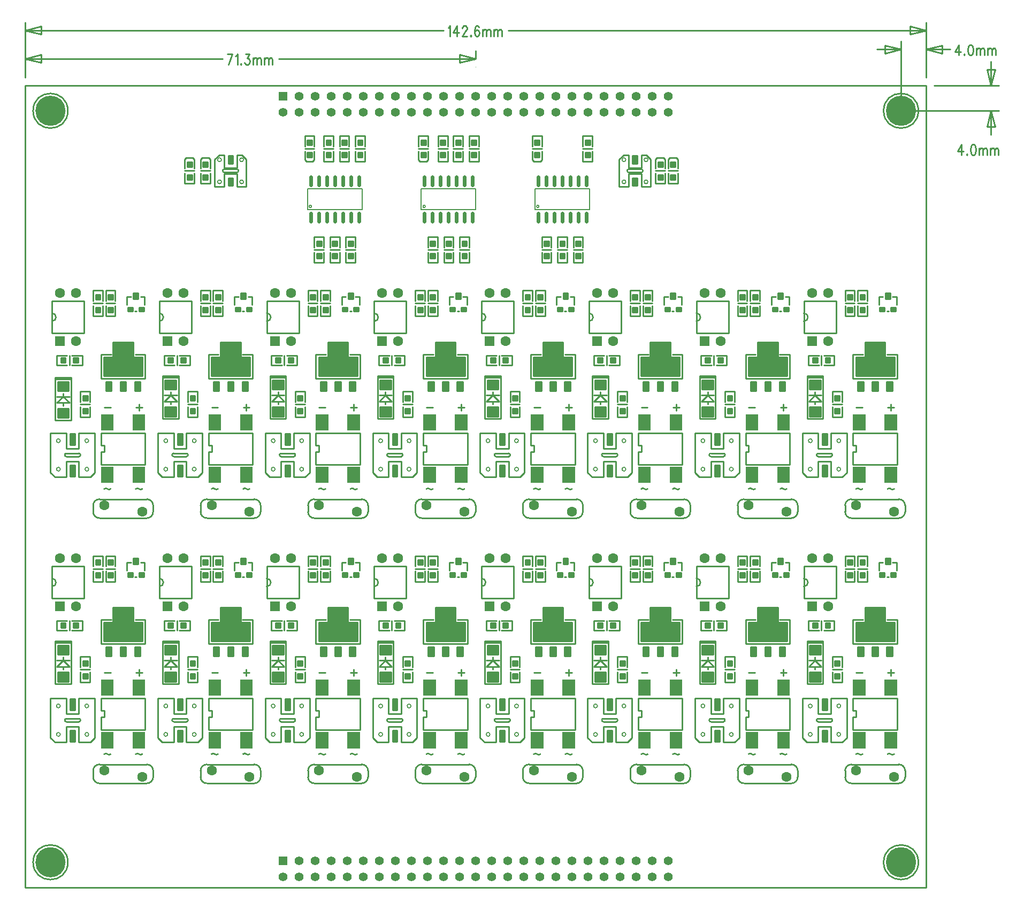
<source format=gbr>
*
*
G04 PADS Layout (Build Number 2005.266.2) generated Gerber (RS-274-X) file*
G04 PC Version=2.1*
*
%IN "cece_module_isoinput_10"*%
*
%MOMM*%
*
%FSLAX35Y35*%
*
*
*
*
G04 PC Standard Apertures*
*
*
G04 Thermal Relief Aperture macro.*
%AMTER*
1,1,$1,0,0*
1,0,$1-$2,0,0*
21,0,$3,$4,0,0,45*
21,0,$3,$4,0,0,135*
%
*
*
G04 Annular Aperture macro.*
%AMANN*
1,1,$1,0,0*
1,0,$2,0,0*
%
*
*
G04 Odd Aperture macro.*
%AMODD*
1,1,$1,0,0*
1,0,$1-0.005,0,0*
%
*
*
G04 PC Custom Aperture Macros*
*
*
*
*
*
*
G04 PC Aperture Table*
*
%ADD013C,0.0254*%
%ADD034R,1.4224X1.4224*%
%ADD035C,1.4224*%
%ADD058C,0.254*%
%ADD098R,1.6X1.6*%
%ADD101R,2X2*%
%ADD103C,1.6*%
%ADD104C,0.6096*%
%ADD105C,4.5*%
%ADD107C,0.2*%
%ADD108C,0.1778*%
*
*
*
*
G04 PC Custom Flashes*
G04 Layer Name cece_module_isoinput_10 - flashes*
%LPD*%
*
*
G04 PC Circuitry*
G04 Layer Name cece_module_isoinput_10 - circuitry*
%LPD*%
*
G54D13*
G01X25400000Y25400000D02*
X25400067D01*
X39660000D02*
X39660067D01*
X32530000Y25700000D02*
X32530067D01*
X25400000Y25400000D02*
X25400067D01*
X39260000Y25000000D02*
X39260067D01*
X39660000Y25400000D02*
X39660067D01*
X39260000Y25000000D02*
X39260067D01*
X39660000Y25400000D02*
X39660067D01*
G54D34*
X29482000Y13127000D03*
Y25227000D03*
G54D35*
Y12873000D03*
X29736000Y13127000D03*
Y12873000D03*
X29990000Y13127000D03*
Y12873000D03*
X30244000Y13127000D03*
Y12873000D03*
X30498000Y13127000D03*
Y12873000D03*
X30752000Y13127000D03*
Y12873000D03*
X31006000Y13127000D03*
Y12873000D03*
X31260000Y13127000D03*
Y12873000D03*
X31514000Y13127000D03*
Y12873000D03*
X31768000Y13127000D03*
Y12873000D03*
X32022000Y13127000D03*
Y12873000D03*
X32276000Y13127000D03*
Y12873000D03*
X32530000Y13127000D03*
Y12873000D03*
X32784000Y13127000D03*
Y12873000D03*
X33038000Y13127000D03*
Y12873000D03*
X33292000Y13127000D03*
Y12873000D03*
X33546000Y13127000D03*
Y12873000D03*
X33800000Y13127000D03*
Y12873000D03*
X34054000Y13127000D03*
Y12873000D03*
X34308000Y13127000D03*
Y12873000D03*
X34562000Y13127000D03*
Y12873000D03*
X34816000Y13127000D03*
Y12873000D03*
X35070000Y13127000D03*
Y12873000D03*
X35324000Y13127000D03*
Y12873000D03*
X35578000Y13127000D03*
Y12873000D03*
X29482000Y24973000D03*
X29736000Y25227000D03*
Y24973000D03*
X29990000Y25227000D03*
Y24973000D03*
X30244000Y25227000D03*
Y24973000D03*
X30498000Y25227000D03*
Y24973000D03*
X30752000Y25227000D03*
Y24973000D03*
X31006000Y25227000D03*
Y24973000D03*
X31260000Y25227000D03*
Y24973000D03*
X31514000Y25227000D03*
Y24973000D03*
X31768000Y25227000D03*
Y24973000D03*
X32022000Y25227000D03*
Y24973000D03*
X32276000Y25227000D03*
Y24973000D03*
X32530000Y25227000D03*
Y24973000D03*
X32784000Y25227000D03*
Y24973000D03*
X33038000Y25227000D03*
Y24973000D03*
X33292000Y25227000D03*
Y24973000D03*
X33546000Y25227000D03*
Y24973000D03*
X33800000Y25227000D03*
Y24973000D03*
X34054000Y25227000D03*
Y24973000D03*
X34308000Y25227000D03*
Y24973000D03*
X34562000Y25227000D03*
Y24973000D03*
X34816000Y25227000D03*
Y24973000D03*
X35070000Y25227000D03*
Y24973000D03*
X35324000Y25227000D03*
Y24973000D03*
X35578000Y25227000D03*
Y24973000D03*
G54D58*
X29825000Y24400000D02*
X29975000D01*
X29825000Y24361900D02*
Y24221794D01*
X29849994Y24196800*
X29950006*
X29975000Y24221794*
Y24361900*
X29825000Y24438100D02*
Y24603200D01*
X29975000*
Y24438100*
X31625000Y24400000D02*
X31775000D01*
X31625000Y24361900D02*
Y24221794D01*
X31649994Y24196800*
X31750006*
X31775000Y24221794*
Y24361900*
X31625000Y24438100D02*
Y24603200D01*
X31775000*
Y24438100*
X33425000Y24400000D02*
X33575000D01*
X33425000Y24361900D02*
Y24221794D01*
X33449994Y24196800*
X33550006*
X33575000Y24221794*
Y24361900*
X33425000Y24438100D02*
Y24603200D01*
X33575000*
Y24438100*
X35725000Y24050000D02*
X35575000D01*
X35725000Y24088100D02*
Y24228206D01*
X35700006Y24253200*
X35599994*
X35575000Y24228206*
Y24088100*
X35725000Y24011900D02*
Y23846800D01*
X35575000*
Y24011900*
X35525000Y24050000D02*
X35375000D01*
X35525000Y24088100D02*
Y24228206D01*
X35500006Y24253200*
X35399994*
X35375000Y24228206*
Y24088100*
X35525000Y24011900D02*
Y23846800D01*
X35375000*
Y24011900*
X28325000Y24050000D02*
X28175000D01*
X28325000Y24088100D02*
Y24228206D01*
X28300006Y24253200*
X28199994*
X28175000Y24228206*
Y24088100*
X28325000Y24011900D02*
Y23846800D01*
X28175000*
Y24011900*
X28075000Y24050000D02*
X27925000D01*
X28075000Y24088100D02*
Y24228206D01*
X28050006Y24253200*
X27949994*
X27925000Y24228206*
Y24088100*
X28075000Y24011900D02*
Y23846800D01*
X27925000*
Y24011900*
X26600000Y15700000D02*
X27300000D01*
Y15200000*
X26600000*
Y15400000*
X26650000*
Y15500000*
X26600000*
Y15700000*
X26650000Y16100000D02*
X26750000D01*
X27150000D02*
X27250000D01*
X27200000Y16150000D02*
Y16050000D01*
X26700023Y14812469D02*
G75*
G03X26650010Y14812513I-25023J-18719D01*
G01X26700010Y14812487D02*
G03X26750023Y14812531I24990J18763D01*
G01X27200023Y14812469D02*
G03X27150010Y14812513I-25023J-18719D01*
G01X27200010Y14812487D02*
G03X27250023Y14812531I24990J18763D01*
G01X30000000Y19900000D02*
X30700000D01*
Y19400000*
X30000000*
Y19600000*
X30050000*
Y19700000*
X30000000*
Y19900000*
X30050000Y20300000D02*
X30150000D01*
X30550000D02*
X30650000D01*
X30600000Y20350000D02*
Y20250000D01*
X30100023Y19012469D02*
G03X30050010Y19012513I-25023J-18719D01*
G01X30100010Y19012487D02*
G03X30150023Y19012531I24990J18763D01*
G01X30600023Y19012469D02*
G03X30550010Y19012513I-25023J-18719D01*
G01X30600010Y19012487D02*
G03X30650023Y19012531I24990J18763D01*
G01X29525000Y16575000D02*
Y15925000D01*
X29275000*
Y16575000*
X29525000*
X29500000Y16300000D02*
X29300000D01*
X29400000D02*
X29500000Y16200000D01*
X29300000*
X29400000Y16300000*
Y16200000D02*
Y16150000D01*
Y16350000D02*
Y16300000D01*
X29525000Y16600000D02*
Y16575000D01*
X29275000*
Y16600000*
X29525000*
Y20775000D02*
Y20125000D01*
X29275000*
Y20775000*
X29525000*
X29500000Y20500000D02*
X29300000D01*
X29400000D02*
X29500000Y20400000D01*
X29300000*
X29400000Y20500000*
Y20400000D02*
Y20350000D01*
Y20550000D02*
Y20500000D01*
X29525000Y20800000D02*
Y20775000D01*
X29275000*
Y20800000*
X29525000*
X31700000Y15700000D02*
X32400000D01*
Y15200000*
X31700000*
Y15400000*
X31750000*
Y15500000*
X31700000*
Y15700000*
X31750000Y16100000D02*
X31850000D01*
X32250000D02*
X32350000D01*
X32300000Y16150000D02*
Y16050000D01*
X31800023Y14812469D02*
G03X31750010Y14812513I-25023J-18719D01*
G01X31800010Y14812487D02*
G03X31850023Y14812531I24990J18763D01*
G01X32300023Y14812469D02*
G03X32250010Y14812513I-25023J-18719D01*
G01X32300010Y14812487D02*
G03X32350023Y14812531I24990J18763D01*
G01X31700000Y19900000D02*
X32400000D01*
Y19400000*
X31700000*
Y19600000*
X31750000*
Y19700000*
X31700000*
Y19900000*
X31750000Y20300000D02*
X31850000D01*
X32250000D02*
X32350000D01*
X32300000Y20350000D02*
Y20250000D01*
X31800023Y19012469D02*
G03X31750010Y19012513I-25023J-18719D01*
G01X31800010Y19012487D02*
G03X31850023Y19012531I24990J18763D01*
G01X32300023Y19012469D02*
G03X32250010Y19012513I-25023J-18719D01*
G01X32300010Y19012487D02*
G03X32350023Y19012531I24990J18763D01*
G01X31225000Y16575000D02*
Y15925000D01*
X30975000*
Y16575000*
X31225000*
X31200000Y16300000D02*
X31000000D01*
X31100000D02*
X31200000Y16200000D01*
X31000000*
X31100000Y16300000*
Y16200000D02*
Y16150000D01*
Y16350000D02*
Y16300000D01*
X31225000Y16600000D02*
Y16575000D01*
X30975000*
Y16600000*
X31225000*
Y20775000D02*
Y20125000D01*
X30975000*
Y20775000*
X31225000*
X31200000Y20500000D02*
X31000000D01*
X31100000D02*
X31200000Y20400000D01*
X31000000*
X31100000Y20500000*
Y20400000D02*
Y20350000D01*
Y20550000D02*
Y20500000D01*
X31225000Y20800000D02*
Y20775000D01*
X30975000*
Y20800000*
X31225000*
X33400000Y15700000D02*
X34100000D01*
Y15200000*
X33400000*
Y15400000*
X33450000*
Y15500000*
X33400000*
Y15700000*
X33450000Y16100000D02*
X33550000D01*
X33950000D02*
X34050000D01*
X34000000Y16150000D02*
Y16050000D01*
X33500023Y14812469D02*
G03X33450010Y14812513I-25023J-18719D01*
G01X33500010Y14812487D02*
G03X33550023Y14812531I24990J18763D01*
G01X34000023Y14812469D02*
G03X33950010Y14812513I-25023J-18719D01*
G01X34000010Y14812487D02*
G03X34050023Y14812531I24990J18763D01*
G01X33400000Y19900000D02*
X34100000D01*
Y19400000*
X33400000*
Y19600000*
X33450000*
Y19700000*
X33400000*
Y19900000*
X33450000Y20300000D02*
X33550000D01*
X33950000D02*
X34050000D01*
X34000000Y20350000D02*
Y20250000D01*
X33500023Y19012469D02*
G03X33450010Y19012513I-25023J-18719D01*
G01X33500010Y19012487D02*
G03X33550023Y19012531I24990J18763D01*
G01X34000023Y19012469D02*
G03X33950010Y19012513I-25023J-18719D01*
G01X34000010Y19012487D02*
G03X34050023Y19012531I24990J18763D01*
G01X32925000Y16575000D02*
Y15925000D01*
X32675000*
Y16575000*
X32925000*
X32900000Y16300000D02*
X32700000D01*
X32800000D02*
X32900000Y16200000D01*
X32700000*
X32800000Y16300000*
Y16200000D02*
Y16150000D01*
Y16350000D02*
Y16300000D01*
X32925000Y16600000D02*
Y16575000D01*
X32675000*
Y16600000*
X32925000*
X26600000Y19900000D02*
X27300000D01*
Y19400000*
X26600000*
Y19600000*
X26650000*
Y19700000*
X26600000*
Y19900000*
X26650000Y20300000D02*
X26750000D01*
X27150000D02*
X27250000D01*
X27200000Y20350000D02*
Y20250000D01*
X26700023Y19012469D02*
G03X26650010Y19012513I-25023J-18719D01*
G01X26700010Y19012487D02*
G03X26750023Y19012531I24990J18763D01*
G01X27200023Y19012469D02*
G03X27150010Y19012513I-25023J-18719D01*
G01X27200010Y19012487D02*
G03X27250023Y19012531I24990J18763D01*
G01X32925000Y20775000D02*
Y20125000D01*
X32675000*
Y20775000*
X32925000*
X32900000Y20500000D02*
X32700000D01*
X32800000D02*
X32900000Y20400000D01*
X32700000*
X32800000Y20500000*
Y20400000D02*
Y20350000D01*
Y20550000D02*
Y20500000D01*
X32925000Y20800000D02*
Y20775000D01*
X32675000*
Y20800000*
X32925000*
X35100000Y15700000D02*
X35800000D01*
Y15200000*
X35100000*
Y15400000*
X35150000*
Y15500000*
X35100000*
Y15700000*
X35150000Y16100000D02*
X35250000D01*
X35650000D02*
X35750000D01*
X35700000Y16150000D02*
Y16050000D01*
X35200023Y14812469D02*
G03X35150010Y14812513I-25023J-18719D01*
G01X35200010Y14812487D02*
G03X35250023Y14812531I24990J18763D01*
G01X35700023Y14812469D02*
G03X35650010Y14812513I-25023J-18719D01*
G01X35700010Y14812487D02*
G03X35750023Y14812531I24990J18763D01*
G01X35100000Y19900000D02*
X35800000D01*
Y19400000*
X35100000*
Y19600000*
X35150000*
Y19700000*
X35100000*
Y19900000*
X35150000Y20300000D02*
X35250000D01*
X35650000D02*
X35750000D01*
X35700000Y20350000D02*
Y20250000D01*
X35200023Y19012469D02*
G03X35150010Y19012513I-25023J-18719D01*
G01X35200010Y19012487D02*
G03X35250023Y19012531I24990J18763D01*
G01X35700023Y19012469D02*
G03X35650010Y19012513I-25023J-18719D01*
G01X35700010Y19012487D02*
G03X35750023Y19012531I24990J18763D01*
G01X34625000Y16575000D02*
Y15925000D01*
X34375000*
Y16575000*
X34625000*
X34600000Y16300000D02*
X34400000D01*
X34500000D02*
X34600000Y16200000D01*
X34400000*
X34500000Y16300000*
Y16200000D02*
Y16150000D01*
Y16350000D02*
Y16300000D01*
X34625000Y16600000D02*
Y16575000D01*
X34375000*
Y16600000*
X34625000*
Y20775000D02*
Y20125000D01*
X34375000*
Y20775000*
X34625000*
X34600000Y20500000D02*
X34400000D01*
X34500000D02*
X34600000Y20400000D01*
X34400000*
X34500000Y20500000*
Y20400000D02*
Y20350000D01*
Y20550000D02*
Y20500000D01*
X34625000Y20800000D02*
Y20775000D01*
X34375000*
Y20800000*
X34625000*
X36800000Y15700000D02*
X37500000D01*
Y15200000*
X36800000*
Y15400000*
X36850000*
Y15500000*
X36800000*
Y15700000*
X36850000Y16100000D02*
X36950000D01*
X37350000D02*
X37450000D01*
X37400000Y16150000D02*
Y16050000D01*
X36900023Y14812469D02*
G03X36850010Y14812513I-25023J-18719D01*
G01X36900010Y14812487D02*
G03X36950023Y14812531I24990J18763D01*
G01X37400023Y14812469D02*
G03X37350010Y14812513I-25023J-18719D01*
G01X37400010Y14812487D02*
G03X37450023Y14812531I24990J18763D01*
G01X36800000Y19900000D02*
X37500000D01*
Y19400000*
X36800000*
Y19600000*
X36850000*
Y19700000*
X36800000*
Y19900000*
X36850000Y20300000D02*
X36950000D01*
X37350000D02*
X37450000D01*
X37400000Y20350000D02*
Y20250000D01*
X36900023Y19012469D02*
G03X36850010Y19012513I-25023J-18719D01*
G01X36900010Y19012487D02*
G03X36950023Y19012531I24990J18763D01*
G01X37400023Y19012469D02*
G03X37350010Y19012513I-25023J-18719D01*
G01X37400010Y19012487D02*
G03X37450023Y19012531I24990J18763D01*
G01X36325000Y16575000D02*
Y15925000D01*
X36075000*
Y16575000*
X36325000*
X36300000Y16300000D02*
X36100000D01*
X36200000D02*
X36300000Y16200000D01*
X36100000*
X36200000Y16300000*
Y16200000D02*
Y16150000D01*
Y16350000D02*
Y16300000D01*
X36325000Y16600000D02*
Y16575000D01*
X36075000*
Y16600000*
X36325000*
Y20775000D02*
Y20125000D01*
X36075000*
Y20775000*
X36325000*
X36300000Y20500000D02*
X36100000D01*
X36200000D02*
X36300000Y20400000D01*
X36100000*
X36200000Y20500000*
Y20400000D02*
Y20350000D01*
Y20550000D02*
Y20500000D01*
X36325000Y20800000D02*
Y20775000D01*
X36075000*
Y20800000*
X36325000*
X38500000Y15700000D02*
X39200000D01*
Y15200000*
X38500000*
Y15400000*
X38550000*
Y15500000*
X38500000*
Y15700000*
X38550000Y16100000D02*
X38650000D01*
X39050000D02*
X39150000D01*
X39100000Y16150000D02*
Y16050000D01*
X38600023Y14812469D02*
G03X38550010Y14812513I-25023J-18719D01*
G01X38600010Y14812487D02*
G03X38650023Y14812531I24990J18763D01*
G01X39100023Y14812469D02*
G03X39050010Y14812513I-25023J-18719D01*
G01X39100010Y14812487D02*
G03X39150023Y14812531I24990J18763D01*
G01X26125000Y16575000D02*
Y15925000D01*
X25875000*
Y16575000*
X26125000*
X26100000Y16300000D02*
X25900000D01*
X26000000D02*
X26100000Y16200000D01*
X25900000*
X26000000Y16300000*
Y16200000D02*
Y16150000D01*
Y16350000D02*
Y16300000D01*
X26125000Y16600000D02*
Y16575000D01*
X25875000*
Y16600000*
X26125000*
X38500000Y19900000D02*
X39200000D01*
Y19400000*
X38500000*
Y19600000*
X38550000*
Y19700000*
X38500000*
Y19900000*
X38550000Y20300000D02*
X38650000D01*
X39050000D02*
X39150000D01*
X39100000Y20350000D02*
Y20250000D01*
X38600023Y19012469D02*
G03X38550010Y19012513I-25023J-18719D01*
G01X38600010Y19012487D02*
G03X38650023Y19012531I24990J18763D01*
G01X39100023Y19012469D02*
G03X39050010Y19012513I-25023J-18719D01*
G01X39100010Y19012487D02*
G03X39150023Y19012531I24990J18763D01*
G01X38025000Y16575000D02*
Y15925000D01*
X37775000*
Y16575000*
X38025000*
X38000000Y16300000D02*
X37800000D01*
X37900000D02*
X38000000Y16200000D01*
X37800000*
X37900000Y16300000*
Y16200000D02*
Y16150000D01*
Y16350000D02*
Y16300000D01*
X38025000Y16600000D02*
Y16575000D01*
X37775000*
Y16600000*
X38025000*
Y20775000D02*
Y20125000D01*
X37775000*
Y20775000*
X38025000*
X38000000Y20500000D02*
X37800000D01*
X37900000D02*
X38000000Y20400000D01*
X37800000*
X37900000Y20500000*
Y20400000D02*
Y20350000D01*
Y20550000D02*
Y20500000D01*
X38025000Y20800000D02*
Y20775000D01*
X37775000*
Y20800000*
X38025000*
X26125000Y20750000D02*
Y20100000D01*
X25875000*
Y20750000*
X26125000*
X26100000Y20475000D02*
X25900000D01*
X26000000D02*
X26100000Y20375000D01*
X25900000*
X26000000Y20475000*
Y20375000D02*
Y20325000D01*
Y20525000D02*
Y20475000D01*
X26125000Y20775000D02*
Y20750000D01*
X25875000*
Y20775000*
X26125000*
X28300000Y15700000D02*
X29000000D01*
Y15200000*
X28300000*
Y15400000*
X28350000*
Y15500000*
X28300000*
Y15700000*
X28350000Y16100000D02*
X28450000D01*
X28850000D02*
X28950000D01*
X28900000Y16150000D02*
Y16050000D01*
X28400023Y14812469D02*
G03X28350010Y14812513I-25023J-18719D01*
G01X28400010Y14812487D02*
G03X28450023Y14812531I24990J18763D01*
G01X28900023Y14812469D02*
G03X28850010Y14812513I-25023J-18719D01*
G01X28900010Y14812487D02*
G03X28950023Y14812531I24990J18763D01*
G01X28300000Y19900000D02*
X29000000D01*
Y19400000*
X28300000*
Y19600000*
X28350000*
Y19700000*
X28300000*
Y19900000*
X28350000Y20300000D02*
X28450000D01*
X28850000D02*
X28950000D01*
X28900000Y20350000D02*
Y20250000D01*
X28400023Y19012469D02*
G03X28350010Y19012513I-25023J-18719D01*
G01X28400010Y19012487D02*
G03X28450023Y19012531I24990J18763D01*
G01X28900023Y19012469D02*
G03X28850010Y19012513I-25023J-18719D01*
G01X28900010Y19012487D02*
G03X28950023Y19012531I24990J18763D01*
G01X27825000Y16575000D02*
Y15925000D01*
X27575000*
Y16575000*
X27825000*
X27800000Y16300000D02*
X27600000D01*
X27700000D02*
X27800000Y16200000D01*
X27600000*
X27700000Y16300000*
Y16200000D02*
Y16150000D01*
Y16350000D02*
Y16300000D01*
X27825000Y16600000D02*
Y16575000D01*
X27575000*
Y16600000*
X27825000*
Y20775000D02*
Y20125000D01*
X27575000*
Y20775000*
X27825000*
X27800000Y20500000D02*
X27600000D01*
X27700000D02*
X27800000Y20400000D01*
X27600000*
X27700000Y20500000*
Y20400000D02*
Y20350000D01*
Y20550000D02*
Y20500000D01*
X27825000Y20800000D02*
Y20775000D01*
X27575000*
Y20800000*
X27825000*
X30000000Y15700000D02*
X30700000D01*
Y15200000*
X30000000*
Y15400000*
X30050000*
Y15500000*
X30000000*
Y15700000*
X30050000Y16100000D02*
X30150000D01*
X30550000D02*
X30650000D01*
X30600000Y16150000D02*
Y16050000D01*
X30100023Y14812469D02*
G03X30050010Y14812513I-25023J-18719D01*
G01X30100010Y14812487D02*
G03X30150023Y14812531I24990J18763D01*
G01X30600023Y14812469D02*
G03X30550010Y14812513I-25023J-18719D01*
G01X30600010Y14812487D02*
G03X30650023Y14812531I24990J18763D01*
G01X26500000Y15700000D02*
X26250000D01*
Y15450000*
X26050000*
Y15700000*
X25800000*
Y15070000*
X25870000Y15000000*
X26050000*
Y15250000*
X26250000*
Y15000000*
X26430000*
X26500000Y15070000*
Y15700000*
X26250000Y15325000D02*
G03Y15375000I0J25000D01*
G01Y15325000D02*
X26050000D01*
Y15375000D02*
G03Y15325000I0J-25000D01*
G01Y15375000D02*
X26250000D01*
X33300000Y19900000D02*
X33050000D01*
Y19650000*
X32850000*
Y19900000*
X32600000*
Y19270000*
X32670000Y19200000*
X32850000*
Y19450000*
X33050000*
Y19200000*
X33230000*
X33300000Y19270000*
Y19900000*
X33050000Y19525000D02*
G03Y19575000I0J25000D01*
G01Y19525000D02*
X32850000D01*
Y19575000D02*
G03Y19525000I0J-25000D01*
G01Y19575000D02*
X33050000D01*
X35000000Y15700000D02*
X34750000D01*
Y15450000*
X34550000*
Y15700000*
X34300000*
Y15070000*
X34370000Y15000000*
X34550000*
Y15250000*
X34750000*
Y15000000*
X34930000*
X35000000Y15070000*
Y15700000*
X34750000Y15325000D02*
G03Y15375000I0J25000D01*
G01Y15325000D02*
X34550000D01*
Y15375000D02*
G03Y15325000I0J-25000D01*
G01Y15375000D02*
X34750000D01*
X35000000Y19900000D02*
X34750000D01*
Y19650000*
X34550000*
Y19900000*
X34300000*
Y19270000*
X34370000Y19200000*
X34550000*
Y19450000*
X34750000*
Y19200000*
X34930000*
X35000000Y19270000*
Y19900000*
X34750000Y19525000D02*
G03Y19575000I0J25000D01*
G01Y19525000D02*
X34550000D01*
Y19575000D02*
G03Y19525000I0J-25000D01*
G01Y19575000D02*
X34750000D01*
X36700000Y15700000D02*
X36450000D01*
Y15450000*
X36250000*
Y15700000*
X36000000*
Y15070000*
X36070000Y15000000*
X36250000*
Y15250000*
X36450000*
Y15000000*
X36630000*
X36700000Y15070000*
Y15700000*
X36450000Y15325000D02*
G03Y15375000I0J25000D01*
G01Y15325000D02*
X36250000D01*
Y15375000D02*
G03Y15325000I0J-25000D01*
G01Y15375000D02*
X36450000D01*
X36700000Y19900000D02*
X36450000D01*
Y19650000*
X36250000*
Y19900000*
X36000000*
Y19270000*
X36070000Y19200000*
X36250000*
Y19450000*
X36450000*
Y19200000*
X36630000*
X36700000Y19270000*
Y19900000*
X36450000Y19525000D02*
G03Y19575000I0J25000D01*
G01Y19525000D02*
X36250000D01*
Y19575000D02*
G03Y19525000I0J-25000D01*
G01Y19575000D02*
X36450000D01*
X38400000Y15700000D02*
X38150000D01*
Y15450000*
X37950000*
Y15700000*
X37700000*
Y15070000*
X37770000Y15000000*
X37950000*
Y15250000*
X38150000*
Y15000000*
X38330000*
X38400000Y15070000*
Y15700000*
X38150000Y15325000D02*
G03Y15375000I0J25000D01*
G01Y15325000D02*
X37950000D01*
Y15375000D02*
G03Y15325000I0J-25000D01*
G01Y15375000D02*
X38150000D01*
X38400000Y19900000D02*
X38150000D01*
Y19650000*
X37950000*
Y19900000*
X37700000*
Y19270000*
X37770000Y19200000*
X37950000*
Y19450000*
X38150000*
Y19200000*
X38330000*
X38400000Y19270000*
Y19900000*
X38150000Y19525000D02*
G03Y19575000I0J25000D01*
G01Y19525000D02*
X37950000D01*
Y19575000D02*
G03Y19525000I0J-25000D01*
G01Y19575000D02*
X38150000D01*
X28400000Y23800000D02*
X28550000D01*
Y24000000*
X28750000*
Y23800000*
X28900000*
Y24230000*
X28830000Y24300000*
X28750000*
Y24100000*
X28550000*
Y24300000*
X28470000*
X28400000Y24230000*
Y23800000*
X28550000Y24075000D02*
G03Y24025000I0J-25000D01*
G01Y24075000D02*
X28750000D01*
Y24025000D02*
G03Y24075000I0J25000D01*
G01Y24025000D02*
X28550000D01*
X34800000Y23800000D02*
X34950000D01*
Y24000000*
X35150000*
Y23800000*
X35300000*
Y24230000*
X35230000Y24300000*
X35150000*
Y24100000*
X34950000*
Y24300000*
X34870000*
X34800000Y24230000*
Y23800000*
X34950000Y24075000D02*
G03Y24025000I0J-25000D01*
G01Y24075000D02*
X35150000D01*
Y24025000D02*
G03Y24075000I0J25000D01*
G01Y24025000D02*
X34950000D01*
X26500000Y19900000D02*
X26250000D01*
Y19650000*
X26050000*
Y19900000*
X25800000*
Y19270000*
X25870000Y19200000*
X26050000*
Y19450000*
X26250000*
Y19200000*
X26430000*
X26500000Y19270000*
Y19900000*
X26250000Y19525000D02*
G03Y19575000I0J25000D01*
G01Y19525000D02*
X26050000D01*
Y19575000D02*
G03Y19525000I0J-25000D01*
G01Y19575000D02*
X26250000D01*
X28200000Y15700000D02*
X27950000D01*
Y15450000*
X27750000*
Y15700000*
X27500000*
Y15070000*
X27570000Y15000000*
X27750000*
Y15250000*
X27950000*
Y15000000*
X28130000*
X28200000Y15070000*
Y15700000*
X27950000Y15325000D02*
G03Y15375000I0J25000D01*
G01Y15325000D02*
X27750000D01*
Y15375000D02*
G03Y15325000I0J-25000D01*
G01Y15375000D02*
X27950000D01*
X28200000Y19900000D02*
X27950000D01*
Y19650000*
X27750000*
Y19900000*
X27500000*
Y19270000*
X27570000Y19200000*
X27750000*
Y19450000*
X27950000*
Y19200000*
X28130000*
X28200000Y19270000*
Y19900000*
X27950000Y19525000D02*
G03Y19575000I0J25000D01*
G01Y19525000D02*
X27750000D01*
Y19575000D02*
G03Y19525000I0J-25000D01*
G01Y19575000D02*
X27950000D01*
X29900000Y15700000D02*
X29650000D01*
Y15450000*
X29450000*
Y15700000*
X29200000*
Y15070000*
X29270000Y15000000*
X29450000*
Y15250000*
X29650000*
Y15000000*
X29830000*
X29900000Y15070000*
Y15700000*
X29650000Y15325000D02*
G03Y15375000I0J25000D01*
G01Y15325000D02*
X29450000D01*
Y15375000D02*
G03Y15325000I0J-25000D01*
G01Y15375000D02*
X29650000D01*
X29900000Y19900000D02*
X29650000D01*
Y19650000*
X29450000*
Y19900000*
X29200000*
Y19270000*
X29270000Y19200000*
X29450000*
Y19450000*
X29650000*
Y19200000*
X29830000*
X29900000Y19270000*
Y19900000*
X29650000Y19525000D02*
G03Y19575000I0J25000D01*
G01Y19525000D02*
X29450000D01*
Y19575000D02*
G03Y19525000I0J-25000D01*
G01Y19575000D02*
X29650000D01*
X31600000Y15700000D02*
X31350000D01*
Y15450000*
X31150000*
Y15700000*
X30900000*
Y15070000*
X30970000Y15000000*
X31150000*
Y15250000*
X31350000*
Y15000000*
X31530000*
X31600000Y15070000*
Y15700000*
X31350000Y15325000D02*
G03Y15375000I0J25000D01*
G01Y15325000D02*
X31150000D01*
Y15375000D02*
G03Y15325000I0J-25000D01*
G01Y15375000D02*
X31350000D01*
X31600000Y19900000D02*
X31350000D01*
Y19650000*
X31150000*
Y19900000*
X30900000*
Y19270000*
X30970000Y19200000*
X31150000*
Y19450000*
X31350000*
Y19200000*
X31530000*
X31600000Y19270000*
Y19900000*
X31350000Y19525000D02*
G03Y19575000I0J25000D01*
G01Y19525000D02*
X31150000D01*
Y19575000D02*
G03Y19525000I0J-25000D01*
G01Y19575000D02*
X31350000D01*
X33300000Y15700000D02*
X33050000D01*
Y15450000*
X32850000*
Y15700000*
X32600000*
Y15070000*
X32670000Y15000000*
X32850000*
Y15250000*
X33050000*
Y15000000*
X33230000*
X33300000Y15070000*
Y15700000*
X33050000Y15325000D02*
G03Y15375000I0J25000D01*
G01Y15325000D02*
X32850000D01*
Y15375000D02*
G03Y15325000I0J-25000D01*
G01Y15375000D02*
X33050000D01*
X25823000Y17277000D02*
X26331000D01*
Y17785000*
X25823000*
Y17277000*
Y17594500D02*
X25823000D01*
Y17467500D02*
G03Y17594500I0J63500D01*
G01Y17467500D02*
X25823000D01*
X32623000Y21477000D02*
X33131000D01*
Y21985000*
X32623000*
Y21477000*
Y21794500D02*
X32623000D01*
Y21667500D02*
G03Y21794500I0J63500D01*
G01Y21667500D02*
X32623000D01*
X34323000Y17277000D02*
X34831000D01*
Y17785000*
X34323000*
Y17277000*
Y17594500D02*
X34323000D01*
Y17467500D02*
G03Y17594500I0J63500D01*
G01Y17467500D02*
X34323000D01*
Y21477000D02*
X34831000D01*
Y21985000*
X34323000*
Y21477000*
Y21794500D02*
X34323000D01*
Y21667500D02*
G03Y21794500I0J63500D01*
G01Y21667500D02*
X34323000D01*
X36023000Y17277000D02*
X36531000D01*
Y17785000*
X36023000*
Y17277000*
Y17594500D02*
X36023000D01*
Y17467500D02*
G03Y17594500I0J63500D01*
G01Y17467500D02*
X36023000D01*
Y21477000D02*
X36531000D01*
Y21985000*
X36023000*
Y21477000*
Y21794500D02*
X36023000D01*
Y21667500D02*
G03Y21794500I0J63500D01*
G01Y21667500D02*
X36023000D01*
X37723000Y17277000D02*
X38231000D01*
Y17785000*
X37723000*
Y17277000*
Y17594500D02*
X37723000D01*
Y17467500D02*
G03Y17594500I0J63500D01*
G01Y17467500D02*
X37723000D01*
Y21477000D02*
X38231000D01*
Y21985000*
X37723000*
Y21477000*
Y21794500D02*
X37723000D01*
Y21667500D02*
G03Y21794500I0J63500D01*
G01Y21667500D02*
X37723000D01*
X25823000Y21477000D02*
X26331000D01*
Y21985000*
X25823000*
Y21477000*
Y21794500D02*
X25823000D01*
Y21667500D02*
G03Y21794500I0J63500D01*
G01Y21667500D02*
X25823000D01*
X27523000Y17277000D02*
X28031000D01*
Y17785000*
X27523000*
Y17277000*
Y17594500D02*
X27523000D01*
Y17467500D02*
G03Y17594500I0J63500D01*
G01Y17467500D02*
X27523000D01*
Y21477000D02*
X28031000D01*
Y21985000*
X27523000*
Y21477000*
Y21794500D02*
X27523000D01*
Y21667500D02*
G03Y21794500I0J63500D01*
G01Y21667500D02*
X27523000D01*
X29223000Y17277000D02*
X29731000D01*
Y17785000*
X29223000*
Y17277000*
Y17594500D02*
X29223000D01*
Y17467500D02*
G03Y17594500I0J63500D01*
G01Y17467500D02*
X29223000D01*
Y21477000D02*
X29731000D01*
Y21985000*
X29223000*
Y21477000*
Y21794500D02*
X29223000D01*
Y21667500D02*
G03Y21794500I0J63500D01*
G01Y21667500D02*
X29223000D01*
X30923000Y17277000D02*
X31431000D01*
Y17785000*
X30923000*
Y17277000*
Y17594500D02*
X30923000D01*
Y17467500D02*
G03Y17594500I0J63500D01*
G01Y17467500D02*
X30923000D01*
Y21477000D02*
X31431000D01*
Y21985000*
X30923000*
Y21477000*
Y21794500D02*
X30923000D01*
Y21667500D02*
G03Y21794500I0J63500D01*
G01Y21667500D02*
X30923000D01*
X32623000Y17277000D02*
X33131000D01*
Y17785000*
X32623000*
Y17277000*
Y17594500D02*
X32623000D01*
Y17467500D02*
G03Y17594500I0J63500D01*
G01Y17467500D02*
X32623000D01*
X26759500Y16940500D02*
X26600750D01*
Y16559500*
X27299250*
Y16940500*
X27140500*
X30159500Y21140500D02*
X30000750D01*
Y20759500*
X30699250*
Y21140500*
X30540500*
X30473800Y17851600D02*
X30410300D01*
Y17724600*
X30626200Y17851600D02*
X30689700D01*
Y17724600*
X30537300Y17623000D02*
X30562700D01*
X30473800Y22051600D02*
X30410300D01*
Y21924600*
X30626200Y22051600D02*
X30689700D01*
Y21924600*
X30537300Y21823000D02*
X30562700D01*
X31859500Y16940500D02*
X31700750D01*
Y16559500*
X32399250*
Y16940500*
X32240500*
X31859500Y21140500D02*
X31700750D01*
Y20759500*
X32399250*
Y21140500*
X32240500*
X32173800Y17851600D02*
X32110300D01*
Y17724600*
X32326200Y17851600D02*
X32389700D01*
Y17724600*
X32237300Y17623000D02*
X32262700D01*
X32173800Y22051600D02*
X32110300D01*
Y21924600*
X32326200Y22051600D02*
X32389700D01*
Y21924600*
X32237300Y21823000D02*
X32262700D01*
X33559500Y16940500D02*
X33400750D01*
Y16559500*
X34099250*
Y16940500*
X33940500*
X33559500Y21140500D02*
X33400750D01*
Y20759500*
X34099250*
Y21140500*
X33940500*
X33873800Y17851600D02*
X33810300D01*
Y17724600*
X34026200Y17851600D02*
X34089700D01*
Y17724600*
X33937300Y17623000D02*
X33962700D01*
X26759500Y21140500D02*
X26600750D01*
Y20759500*
X27299250*
Y21140500*
X27140500*
X33873800Y22051600D02*
X33810300D01*
Y21924600*
X34026200Y22051600D02*
X34089700D01*
Y21924600*
X33937300Y21823000D02*
X33962700D01*
X35259500Y16940500D02*
X35100750D01*
Y16559500*
X35799250*
Y16940500*
X35640500*
X35259500Y21140500D02*
X35100750D01*
Y20759500*
X35799250*
Y21140500*
X35640500*
X35573800Y17851600D02*
X35510300D01*
Y17724600*
X35726200Y17851600D02*
X35789700D01*
Y17724600*
X35637300Y17623000D02*
X35662700D01*
X35573800Y22051600D02*
X35510300D01*
Y21924600*
X35726200Y22051600D02*
X35789700D01*
Y21924600*
X35637300Y21823000D02*
X35662700D01*
X36959500Y16940500D02*
X36800750D01*
Y16559500*
X37499250*
Y16940500*
X37340500*
X36959500Y21140500D02*
X36800750D01*
Y20759500*
X37499250*
Y21140500*
X37340500*
X37273800Y17851600D02*
X37210300D01*
Y17724600*
X37426200Y17851600D02*
X37489700D01*
Y17724600*
X37337300Y17623000D02*
X37362700D01*
X37273800Y22051600D02*
X37210300D01*
Y21924600*
X37426200Y22051600D02*
X37489700D01*
Y21924600*
X37337300Y21823000D02*
X37362700D01*
X38659500Y16940500D02*
X38500750D01*
Y16559500*
X39199250*
Y16940500*
X39040500*
X27073800Y17851600D02*
X27010300D01*
Y17724600*
X27226200Y17851600D02*
X27289700D01*
Y17724600*
X27137300Y17623000D02*
X27162700D01*
X38659500Y21140500D02*
X38500750D01*
Y20759500*
X39199250*
Y21140500*
X39040500*
X38973800Y17851600D02*
X38910300D01*
Y17724600*
X39126200Y17851600D02*
X39189700D01*
Y17724600*
X39037300Y17623000D02*
X39062700D01*
X38973800Y22051600D02*
X38910300D01*
Y21924600*
X39126200Y22051600D02*
X39189700D01*
Y21924600*
X39037300Y21823000D02*
X39062700D01*
X27073800Y22051600D02*
X27010300D01*
Y21924600*
X27226200Y22051600D02*
X27289700D01*
Y21924600*
X27137300Y21823000D02*
X27162700D01*
X28459500Y16940500D02*
X28300750D01*
Y16559500*
X28999250*
Y16940500*
X28840500*
X28459500Y21140500D02*
X28300750D01*
Y20759500*
X28999250*
Y21140500*
X28840500*
X28773800Y17851600D02*
X28710300D01*
Y17724600*
X28926200Y17851600D02*
X28989700D01*
Y17724600*
X28837300Y17623000D02*
X28862700D01*
X28773800Y22051600D02*
X28710300D01*
Y21924600*
X28926200Y22051600D02*
X28989700D01*
Y21924600*
X28837300Y21823000D02*
X28862700D01*
X30159500Y16940500D02*
X30000750D01*
Y16559500*
X30699250*
Y16940500*
X30540500*
X26100000Y16775000D02*
Y16925000D01*
X26138100Y16775000D02*
X26303200D01*
Y16925000*
X26138100*
X26061900Y16775000D02*
X25896800D01*
Y16925000*
X26061900*
X26475000Y21950000D02*
X26625000D01*
X26475000Y21911900D02*
Y21746800D01*
X26625000*
Y21911900*
X26475000Y21988100D02*
Y22153200D01*
X26625000*
Y21988100*
X27800000Y16775000D02*
Y16925000D01*
X27838100Y16775000D02*
X28003200D01*
Y16925000*
X27838100*
X27761900Y16775000D02*
X27596800D01*
Y16925000*
X27761900*
X27800000Y20975000D02*
Y21125000D01*
X27838100Y20975000D02*
X28003200D01*
Y21125000*
X27838100*
X27761900Y20975000D02*
X27596800D01*
Y21125000*
X27761900*
X27975000Y16150000D02*
X28125000D01*
X27975000Y16111900D02*
Y15946800D01*
X28125000*
Y16111900*
X27975000Y16188100D02*
Y16353200D01*
X28125000*
Y16188100*
X28375000Y17750000D02*
X28525000D01*
X28375000Y17711900D02*
Y17546800D01*
X28525000*
Y17711900*
X28375000Y17788100D02*
Y17953200D01*
X28525000*
Y17788100*
X27975000Y20350000D02*
X28125000D01*
X27975000Y20311900D02*
Y20146800D01*
X28125000*
Y20311900*
X27975000Y20388100D02*
Y20553200D01*
X28125000*
Y20388100*
X30625000Y22800000D02*
X30475000D01*
X30625000Y22838100D02*
Y23003200D01*
X30475000*
Y22838100*
X30625000Y22761900D02*
Y22596800D01*
X30475000*
Y22761900*
X28375000Y21950000D02*
X28525000D01*
X28375000Y21911900D02*
Y21746800D01*
X28525000*
Y21911900*
X28375000Y21988100D02*
Y22153200D01*
X28525000*
Y21988100*
X30625000Y24400000D02*
X30775000D01*
X30625000Y24361900D02*
Y24196800D01*
X30775000*
Y24361900*
X30625000Y24438100D02*
Y24603200D01*
X30775000*
Y24438100*
X28175000Y17750000D02*
X28325000D01*
X28175000Y17711900D02*
Y17546800D01*
X28325000*
Y17711900*
X28175000Y17788100D02*
Y17953200D01*
X28325000*
Y17788100*
X26100000Y20975000D02*
Y21125000D01*
X26138100Y20975000D02*
X26303200D01*
Y21125000*
X26138100*
X26061900Y20975000D02*
X25896800D01*
Y21125000*
X26061900*
X28175000Y21950000D02*
X28325000D01*
X28175000Y21911900D02*
Y21746800D01*
X28325000*
Y21911900*
X28175000Y21988100D02*
Y22153200D01*
X28325000*
Y21988100*
X29500000Y16775000D02*
Y16925000D01*
X29538100Y16775000D02*
X29703200D01*
Y16925000*
X29538100*
X29461900Y16775000D02*
X29296800D01*
Y16925000*
X29461900*
X29500000Y20975000D02*
Y21125000D01*
X29538100Y20975000D02*
X29703200D01*
Y21125000*
X29538100*
X29461900Y20975000D02*
X29296800D01*
Y21125000*
X29461900*
X29675000Y16150000D02*
X29825000D01*
X29675000Y16111900D02*
Y15946800D01*
X29825000*
Y16111900*
X29675000Y16188100D02*
Y16353200D01*
X29825000*
Y16188100*
X30075000Y17750000D02*
X30225000D01*
X30075000Y17711900D02*
Y17546800D01*
X30225000*
Y17711900*
X30075000Y17788100D02*
Y17953200D01*
X30225000*
Y17788100*
X29675000Y20350000D02*
X29825000D01*
X29675000Y20311900D02*
Y20146800D01*
X29825000*
Y20311900*
X29675000Y20388100D02*
Y20553200D01*
X29825000*
Y20388100*
X30075000Y21950000D02*
X30225000D01*
X30075000Y21911900D02*
Y21746800D01*
X30225000*
Y21911900*
X30075000Y21988100D02*
Y22153200D01*
X30225000*
Y21988100*
X30375000Y24400000D02*
X30525000D01*
X30375000Y24361900D02*
Y24196800D01*
X30525000*
Y24361900*
X30375000Y24438100D02*
Y24603200D01*
X30525000*
Y24438100*
X30125000Y24400000D02*
X30275000D01*
X30125000Y24361900D02*
Y24196800D01*
X30275000*
Y24361900*
X30125000Y24438100D02*
Y24603200D01*
X30275000*
Y24438100*
X29875000Y17750000D02*
X30025000D01*
X29875000Y17711900D02*
Y17546800D01*
X30025000*
Y17711900*
X29875000Y17788100D02*
Y17953200D01*
X30025000*
Y17788100*
X26275000Y16150000D02*
X26425000D01*
X26275000Y16111900D02*
Y15946800D01*
X26425000*
Y16111900*
X26275000Y16188100D02*
Y16353200D01*
X26425000*
Y16188100*
X29875000Y21950000D02*
X30025000D01*
X29875000Y21911900D02*
Y21746800D01*
X30025000*
Y21911900*
X29875000Y21988100D02*
Y22153200D01*
X30025000*
Y21988100*
X31200000Y16775000D02*
Y16925000D01*
X31238100Y16775000D02*
X31403200D01*
Y16925000*
X31238100*
X31161900Y16775000D02*
X30996800D01*
Y16925000*
X31161900*
X31200000Y20975000D02*
Y21125000D01*
X31238100Y20975000D02*
X31403200D01*
Y21125000*
X31238100*
X31161900Y20975000D02*
X30996800D01*
Y21125000*
X31161900*
X31375000Y16150000D02*
X31525000D01*
X31375000Y16111900D02*
Y15946800D01*
X31525000*
Y16111900*
X31375000Y16188100D02*
Y16353200D01*
X31525000*
Y16188100*
X31775000Y17750000D02*
X31925000D01*
X31775000Y17711900D02*
Y17546800D01*
X31925000*
Y17711900*
X31775000Y17788100D02*
Y17953200D01*
X31925000*
Y17788100*
X31375000Y20350000D02*
X31525000D01*
X31375000Y20311900D02*
Y20146800D01*
X31525000*
Y20311900*
X31375000Y20388100D02*
Y20553200D01*
X31525000*
Y20388100*
X31775000Y21950000D02*
X31925000D01*
X31775000Y21911900D02*
Y21746800D01*
X31925000*
Y21911900*
X31775000Y21988100D02*
Y22153200D01*
X31925000*
Y21988100*
Y22800000D02*
X31775000D01*
X31925000Y22838100D02*
Y23003200D01*
X31775000*
Y22838100*
X31925000Y22761900D02*
Y22596800D01*
X31775000*
Y22761900*
X32175000Y22800000D02*
X32025000D01*
X32175000Y22838100D02*
Y23003200D01*
X32025000*
Y22838100*
X32175000Y22761900D02*
Y22596800D01*
X32025000*
Y22761900*
X31575000Y17750000D02*
X31725000D01*
X31575000Y17711900D02*
Y17546800D01*
X31725000*
Y17711900*
X31575000Y17788100D02*
Y17953200D01*
X31725000*
Y17788100*
X26675000Y17750000D02*
X26825000D01*
X26675000Y17711900D02*
Y17546800D01*
X26825000*
Y17711900*
X26675000Y17788100D02*
Y17953200D01*
X26825000*
Y17788100*
X31575000Y21950000D02*
X31725000D01*
X31575000Y21911900D02*
Y21746800D01*
X31725000*
Y21911900*
X31575000Y21988100D02*
Y22153200D01*
X31725000*
Y21988100*
X32900000Y16775000D02*
Y16925000D01*
X32938100Y16775000D02*
X33103200D01*
Y16925000*
X32938100*
X32861900Y16775000D02*
X32696800D01*
Y16925000*
X32861900*
X32900000Y20975000D02*
Y21125000D01*
X32938100Y20975000D02*
X33103200D01*
Y21125000*
X32938100*
X32861900Y20975000D02*
X32696800D01*
Y21125000*
X32861900*
X33075000Y16150000D02*
X33225000D01*
X33075000Y16111900D02*
Y15946800D01*
X33225000*
Y16111900*
X33075000Y16188100D02*
Y16353200D01*
X33225000*
Y16188100*
X33475000Y17750000D02*
X33625000D01*
X33475000Y17711900D02*
Y17546800D01*
X33625000*
Y17711900*
X33475000Y17788100D02*
Y17953200D01*
X33625000*
Y17788100*
X33475000Y21950000D02*
X33625000D01*
X33475000Y21911900D02*
Y21746800D01*
X33625000*
Y21911900*
X33475000Y21988100D02*
Y22153200D01*
X33625000*
Y21988100*
X32425000Y22800000D02*
X32275000D01*
X32425000Y22838100D02*
Y23003200D01*
X32275000*
Y22838100*
X32425000Y22761900D02*
Y22596800D01*
X32275000*
Y22761900*
X33075000Y20350000D02*
X33225000D01*
X33075000Y20311900D02*
Y20146800D01*
X33225000*
Y20311900*
X33075000Y20388100D02*
Y20553200D01*
X33225000*
Y20388100*
X32425000Y24400000D02*
X32575000D01*
X32425000Y24361900D02*
Y24196800D01*
X32575000*
Y24361900*
X32425000Y24438100D02*
Y24603200D01*
X32575000*
Y24438100*
X33275000Y17750000D02*
X33425000D01*
X33275000Y17711900D02*
Y17546800D01*
X33425000*
Y17711900*
X33275000Y17788100D02*
Y17953200D01*
X33425000*
Y17788100*
X26275000Y20350000D02*
X26425000D01*
X26275000Y20311900D02*
Y20146800D01*
X26425000*
Y20311900*
X26275000Y20388100D02*
Y20553200D01*
X26425000*
Y20388100*
X33275000Y21950000D02*
X33425000D01*
X33275000Y21911900D02*
Y21746800D01*
X33425000*
Y21911900*
X33275000Y21988100D02*
Y22153200D01*
X33425000*
Y21988100*
X34600000Y16775000D02*
Y16925000D01*
X34638100Y16775000D02*
X34803200D01*
Y16925000*
X34638100*
X34561900Y16775000D02*
X34396800D01*
Y16925000*
X34561900*
X34600000Y20975000D02*
Y21125000D01*
X34638100Y20975000D02*
X34803200D01*
Y21125000*
X34638100*
X34561900Y20975000D02*
X34396800D01*
Y21125000*
X34561900*
X34775000Y16150000D02*
X34925000D01*
X34775000Y16111900D02*
Y15946800D01*
X34925000*
Y16111900*
X34775000Y16188100D02*
Y16353200D01*
X34925000*
Y16188100*
X35175000Y17750000D02*
X35325000D01*
X35175000Y17711900D02*
Y17546800D01*
X35325000*
Y17711900*
X35175000Y17788100D02*
Y17953200D01*
X35325000*
Y17788100*
X34775000Y20350000D02*
X34925000D01*
X34775000Y20311900D02*
Y20146800D01*
X34925000*
Y20311900*
X34775000Y20388100D02*
Y20553200D01*
X34925000*
Y20388100*
X32175000Y24400000D02*
X32325000D01*
X32175000Y24361900D02*
Y24196800D01*
X32325000*
Y24361900*
X32175000Y24438100D02*
Y24603200D01*
X32325000*
Y24438100*
X35175000Y21950000D02*
X35325000D01*
X35175000Y21911900D02*
Y21746800D01*
X35325000*
Y21911900*
X35175000Y21988100D02*
Y22153200D01*
X35325000*
Y21988100*
X31935000Y24400000D02*
X32085000D01*
X31935000Y24361900D02*
Y24196800D01*
X32085000*
Y24361900*
X31935000Y24438100D02*
Y24603200D01*
X32085000*
Y24438100*
X34975000Y17750000D02*
X35125000D01*
X34975000Y17711900D02*
Y17546800D01*
X35125000*
Y17711900*
X34975000Y17788100D02*
Y17953200D01*
X35125000*
Y17788100*
X26675000Y21950000D02*
X26825000D01*
X26675000Y21911900D02*
Y21746800D01*
X26825000*
Y21911900*
X26675000Y21988100D02*
Y22153200D01*
X26825000*
Y21988100*
X34975000Y21950000D02*
X35125000D01*
X34975000Y21911900D02*
Y21746800D01*
X35125000*
Y21911900*
X34975000Y21988100D02*
Y22153200D01*
X35125000*
Y21988100*
X36300000Y16775000D02*
Y16925000D01*
X36338100Y16775000D02*
X36503200D01*
Y16925000*
X36338100*
X36261900Y16775000D02*
X36096800D01*
Y16925000*
X36261900*
X36300000Y20975000D02*
Y21125000D01*
X36338100Y20975000D02*
X36503200D01*
Y21125000*
X36338100*
X36261900Y20975000D02*
X36096800D01*
Y21125000*
X36261900*
X36475000Y16150000D02*
X36625000D01*
X36475000Y16111900D02*
Y15946800D01*
X36625000*
Y16111900*
X36475000Y16188100D02*
Y16353200D01*
X36625000*
Y16188100*
X36875000Y17750000D02*
X37025000D01*
X36875000Y17711900D02*
Y17546800D01*
X37025000*
Y17711900*
X36875000Y17788100D02*
Y17953200D01*
X37025000*
Y17788100*
X36875000Y21950000D02*
X37025000D01*
X36875000Y21911900D02*
Y21746800D01*
X37025000*
Y21911900*
X36875000Y21988100D02*
Y22153200D01*
X37025000*
Y21988100*
X33725000Y22800000D02*
X33575000D01*
X33725000Y22838100D02*
Y23003200D01*
X33575000*
Y22838100*
X33725000Y22761900D02*
Y22596800D01*
X33575000*
Y22761900*
X36475000Y20350000D02*
X36625000D01*
X36475000Y20311900D02*
Y20146800D01*
X36625000*
Y20311900*
X36475000Y20388100D02*
Y20553200D01*
X36625000*
Y20388100*
X33975000Y22800000D02*
X33825000D01*
X33975000Y22838100D02*
Y23003200D01*
X33825000*
Y22838100*
X33975000Y22761900D02*
Y22596800D01*
X33825000*
Y22761900*
X36675000Y17750000D02*
X36825000D01*
X36675000Y17711900D02*
Y17546800D01*
X36825000*
Y17711900*
X36675000Y17788100D02*
Y17953200D01*
X36825000*
Y17788100*
X30125000Y22800000D02*
X29975000D01*
X30125000Y22838100D02*
Y23003200D01*
X29975000*
Y22838100*
X30125000Y22761900D02*
Y22596800D01*
X29975000*
Y22761900*
X36675000Y21950000D02*
X36825000D01*
X36675000Y21911900D02*
Y21746800D01*
X36825000*
Y21911900*
X36675000Y21988100D02*
Y22153200D01*
X36825000*
Y21988100*
X38000000Y16775000D02*
Y16925000D01*
X38038100Y16775000D02*
X38203200D01*
Y16925000*
X38038100*
X37961900Y16775000D02*
X37796800D01*
Y16925000*
X37961900*
X38000000Y20975000D02*
Y21125000D01*
X38038100Y20975000D02*
X38203200D01*
Y21125000*
X38038100*
X37961900Y20975000D02*
X37796800D01*
Y21125000*
X37961900*
X38175000Y16150000D02*
X38325000D01*
X38175000Y16111900D02*
Y15946800D01*
X38325000*
Y16111900*
X38175000Y16188100D02*
Y16353200D01*
X38325000*
Y16188100*
X38575000Y17750000D02*
X38725000D01*
X38575000Y17711900D02*
Y17546800D01*
X38725000*
Y17711900*
X38575000Y17788100D02*
Y17953200D01*
X38725000*
Y17788100*
X38175000Y20350000D02*
X38325000D01*
X38175000Y20311900D02*
Y20146800D01*
X38325000*
Y20311900*
X38175000Y20388100D02*
Y20553200D01*
X38325000*
Y20388100*
X34225000Y22800000D02*
X34075000D01*
X34225000Y22838100D02*
Y23003200D01*
X34075000*
Y22838100*
X34225000Y22761900D02*
Y22596800D01*
X34075000*
Y22761900*
X38575000Y21950000D02*
X38725000D01*
X38575000Y21911900D02*
Y21746800D01*
X38725000*
Y21911900*
X38575000Y21988100D02*
Y22153200D01*
X38725000*
Y21988100*
X34225000Y24400000D02*
X34375000D01*
X34225000Y24361900D02*
Y24196800D01*
X34375000*
Y24361900*
X34225000Y24438100D02*
Y24603200D01*
X34375000*
Y24438100*
X38375000Y17750000D02*
X38525000D01*
X38375000Y17711900D02*
Y17546800D01*
X38525000*
Y17711900*
X38375000Y17788100D02*
Y17953200D01*
X38525000*
Y17788100*
X30375000Y22800000D02*
X30225000D01*
X30375000Y22838100D02*
Y23003200D01*
X30225000*
Y22838100*
X30375000Y22761900D02*
Y22596800D01*
X30225000*
Y22761900*
X38375000Y21950000D02*
X38525000D01*
X38375000Y21911900D02*
Y21746800D01*
X38525000*
Y21911900*
X38375000Y21988100D02*
Y22153200D01*
X38525000*
Y21988100*
X26475000Y17750000D02*
X26625000D01*
X26475000Y17711900D02*
Y17546800D01*
X26625000*
Y17711900*
X26475000Y17788100D02*
Y17953200D01*
X26625000*
Y17788100*
X26575000Y14650000D02*
G03X26475000Y14550000I0J-100000D01*
G01X26575000Y14650000D02*
X27325000D01*
X27425000Y14550000D02*
G03X27325000Y14650000I-100000J0D01*
G01X27425000Y14550000D02*
Y14450000D01*
X27325000Y14350000D02*
G03X27425000Y14450000I0J100000D01*
G01X27325000Y14350000D02*
X26575000D01*
X26475000Y14450000D02*
G03X26575000Y14350000I100000J0D01*
G01X26475000Y14450000D02*
Y14550000D01*
X33375000Y18850000D02*
G03X33275000Y18750000I0J-100000D01*
G01X33375000Y18850000D02*
X34125000D01*
X34225000Y18750000D02*
G03X34125000Y18850000I-100000J0D01*
G01X34225000Y18750000D02*
Y18650000D01*
X34125000Y18550000D02*
G03X34225000Y18650000I0J100000D01*
G01X34125000Y18550000D02*
X33375000D01*
X33275000Y18650000D02*
G03X33375000Y18550000I100000J0D01*
G01X33275000Y18650000D02*
Y18750000D01*
X35075000Y14650000D02*
G03X34975000Y14550000I0J-100000D01*
G01X35075000Y14650000D02*
X35825000D01*
X35925000Y14550000D02*
G03X35825000Y14650000I-100000J0D01*
G01X35925000Y14550000D02*
Y14450000D01*
X35825000Y14350000D02*
G03X35925000Y14450000I0J100000D01*
G01X35825000Y14350000D02*
X35075000D01*
X34975000Y14450000D02*
G03X35075000Y14350000I100000J0D01*
G01X34975000Y14450000D02*
Y14550000D01*
X35075000Y18850000D02*
G03X34975000Y18750000I0J-100000D01*
G01X35075000Y18850000D02*
X35825000D01*
X35925000Y18750000D02*
G03X35825000Y18850000I-100000J0D01*
G01X35925000Y18750000D02*
Y18650000D01*
X35825000Y18550000D02*
G03X35925000Y18650000I0J100000D01*
G01X35825000Y18550000D02*
X35075000D01*
X34975000Y18650000D02*
G03X35075000Y18550000I100000J0D01*
G01X34975000Y18650000D02*
Y18750000D01*
X36775000Y14650000D02*
G03X36675000Y14550000I0J-100000D01*
G01X36775000Y14650000D02*
X37525000D01*
X37625000Y14550000D02*
G03X37525000Y14650000I-100000J0D01*
G01X37625000Y14550000D02*
Y14450000D01*
X37525000Y14350000D02*
G03X37625000Y14450000I0J100000D01*
G01X37525000Y14350000D02*
X36775000D01*
X36675000Y14450000D02*
G03X36775000Y14350000I100000J0D01*
G01X36675000Y14450000D02*
Y14550000D01*
X36775000Y18850000D02*
G03X36675000Y18750000I0J-100000D01*
G01X36775000Y18850000D02*
X37525000D01*
X37625000Y18750000D02*
G03X37525000Y18850000I-100000J0D01*
G01X37625000Y18750000D02*
Y18650000D01*
X37525000Y18550000D02*
G03X37625000Y18650000I0J100000D01*
G01X37525000Y18550000D02*
X36775000D01*
X36675000Y18650000D02*
G03X36775000Y18550000I100000J0D01*
G01X36675000Y18650000D02*
Y18750000D01*
X38475000Y14650000D02*
G03X38375000Y14550000I0J-100000D01*
G01X38475000Y14650000D02*
X39225000D01*
X39325000Y14550000D02*
G03X39225000Y14650000I-100000J0D01*
G01X39325000Y14550000D02*
Y14450000D01*
X39225000Y14350000D02*
G03X39325000Y14450000I0J100000D01*
G01X39225000Y14350000D02*
X38475000D01*
X38375000Y14450000D02*
G03X38475000Y14350000I100000J0D01*
G01X38375000Y14450000D02*
Y14550000D01*
X38475000Y18850000D02*
G03X38375000Y18750000I0J-100000D01*
G01X38475000Y18850000D02*
X39225000D01*
X39325000Y18750000D02*
G03X39225000Y18850000I-100000J0D01*
G01X39325000Y18750000D02*
Y18650000D01*
X39225000Y18550000D02*
G03X39325000Y18650000I0J100000D01*
G01X39225000Y18550000D02*
X38475000D01*
X38375000Y18650000D02*
G03X38475000Y18550000I100000J0D01*
G01X38375000Y18650000D02*
Y18750000D01*
X26575000Y18850000D02*
G03X26475000Y18750000I0J-100000D01*
G01X26575000Y18850000D02*
X27325000D01*
X27425000Y18750000D02*
G03X27325000Y18850000I-100000J0D01*
G01X27425000Y18750000D02*
Y18650000D01*
X27325000Y18550000D02*
G03X27425000Y18650000I0J100000D01*
G01X27325000Y18550000D02*
X26575000D01*
X26475000Y18650000D02*
G03X26575000Y18550000I100000J0D01*
G01X26475000Y18650000D02*
Y18750000D01*
X28275000Y14650000D02*
G03X28175000Y14550000I0J-100000D01*
G01X28275000Y14650000D02*
X29025000D01*
X29125000Y14550000D02*
G03X29025000Y14650000I-100000J0D01*
G01X29125000Y14550000D02*
Y14450000D01*
X29025000Y14350000D02*
G03X29125000Y14450000I0J100000D01*
G01X29025000Y14350000D02*
X28275000D01*
X28175000Y14450000D02*
G03X28275000Y14350000I100000J0D01*
G01X28175000Y14450000D02*
Y14550000D01*
X28275000Y18850000D02*
G03X28175000Y18750000I0J-100000D01*
G01X28275000Y18850000D02*
X29025000D01*
X29125000Y18750000D02*
G03X29025000Y18850000I-100000J0D01*
G01X29125000Y18750000D02*
Y18650000D01*
X29025000Y18550000D02*
G03X29125000Y18650000I0J100000D01*
G01X29025000Y18550000D02*
X28275000D01*
X28175000Y18650000D02*
G03X28275000Y18550000I100000J0D01*
G01X28175000Y18650000D02*
Y18750000D01*
X29975000Y14650000D02*
G03X29875000Y14550000I0J-100000D01*
G01X29975000Y14650000D02*
X30725000D01*
X30825000Y14550000D02*
G03X30725000Y14650000I-100000J0D01*
G01X30825000Y14550000D02*
Y14450000D01*
X30725000Y14350000D02*
G03X30825000Y14450000I0J100000D01*
G01X30725000Y14350000D02*
X29975000D01*
X29875000Y14450000D02*
G03X29975000Y14350000I100000J0D01*
G01X29875000Y14450000D02*
Y14550000D01*
X29975000Y18850000D02*
G03X29875000Y18750000I0J-100000D01*
G01X29975000Y18850000D02*
X30725000D01*
X30825000Y18750000D02*
G03X30725000Y18850000I-100000J0D01*
G01X30825000Y18750000D02*
Y18650000D01*
X30725000Y18550000D02*
G03X30825000Y18650000I0J100000D01*
G01X30725000Y18550000D02*
X29975000D01*
X29875000Y18650000D02*
G03X29975000Y18550000I100000J0D01*
G01X29875000Y18650000D02*
Y18750000D01*
X31675000Y14650000D02*
G03X31575000Y14550000I0J-100000D01*
G01X31675000Y14650000D02*
X32425000D01*
X32525000Y14550000D02*
G03X32425000Y14650000I-100000J0D01*
G01X32525000Y14550000D02*
Y14450000D01*
X32425000Y14350000D02*
G03X32525000Y14450000I0J100000D01*
G01X32425000Y14350000D02*
X31675000D01*
X31575000Y14450000D02*
G03X31675000Y14350000I100000J0D01*
G01X31575000Y14450000D02*
Y14550000D01*
X31675000Y18850000D02*
G03X31575000Y18750000I0J-100000D01*
G01X31675000Y18850000D02*
X32425000D01*
X32525000Y18750000D02*
G03X32425000Y18850000I-100000J0D01*
G01X32525000Y18750000D02*
Y18650000D01*
X32425000Y18550000D02*
G03X32525000Y18650000I0J100000D01*
G01X32425000Y18550000D02*
X31675000D01*
X31575000Y18650000D02*
G03X31675000Y18550000I100000J0D01*
G01X31575000Y18650000D02*
Y18750000D01*
X33375000Y14650000D02*
G03X33275000Y14550000I0J-100000D01*
G01X33375000Y14650000D02*
X34125000D01*
X34225000Y14550000D02*
G03X34125000Y14650000I-100000J0D01*
G01X34225000Y14550000D02*
Y14450000D01*
X34125000Y14350000D02*
G03X34225000Y14450000I0J100000D01*
G01X34125000Y14350000D02*
X33375000D01*
X33275000Y14450000D02*
G03X33375000Y14350000I100000J0D01*
G01X33275000Y14450000D02*
Y14550000D01*
X26075000Y25000000D02*
G03X26075000I-275000J0D01*
G01X26026385D02*
G03X26026385I-226385J0D01*
G01X39535000D02*
G03X39535000I-275000J0D01*
G01X39486385D02*
G03X39486385I-226385J0D01*
G01X39535000Y13100000D02*
G03X39535000I-275000J0D01*
G01X39486385D02*
G03X39486385I-226385J0D01*
G01X26075000D02*
G03X26075000I-275000J0D01*
G01X26026385D02*
G03X26026385I-226385J0D01*
G01X29862700Y24262700D02*
Y24337300D01*
X29937300*
Y24262700*
X29862700*
X29937300*
X29862700Y24288100D02*
X29937300D01*
X29862700Y24313500D02*
X29937300D01*
X29870400Y24262700D02*
Y24337300D01*
X29895800Y24262700D02*
Y24337300D01*
X29921200Y24262700D02*
Y24337300D01*
X29862700Y24537300D02*
Y24462700D01*
X29937300*
Y24537300*
X29862700*
Y24462700D02*
X29937300D01*
X29862700Y24488100D02*
X29937300D01*
X29862700Y24513500D02*
X29937300D01*
X29870400Y24462700D02*
Y24537300D01*
X29895800Y24462700D02*
Y24537300D01*
X29921200Y24462700D02*
Y24537300D01*
X31662700Y24262700D02*
Y24337300D01*
X31737300*
Y24262700*
X31662700*
X31737300*
X31662700Y24288100D02*
X31737300D01*
X31662700Y24313500D02*
X31737300D01*
X31673800Y24262700D02*
Y24337300D01*
X31699200Y24262700D02*
Y24337300D01*
X31724600Y24262700D02*
Y24337300D01*
X31662700Y24537300D02*
Y24462700D01*
X31737300*
Y24537300*
X31662700*
Y24462700D02*
X31737300D01*
X31662700Y24488100D02*
X31737300D01*
X31662700Y24513500D02*
X31737300D01*
X31673800Y24462700D02*
Y24537300D01*
X31699200Y24462700D02*
Y24537300D01*
X31724600Y24462700D02*
Y24537300D01*
X33462700Y24262700D02*
Y24337300D01*
X33537300*
Y24262700*
X33462700*
X33537300*
X33462700Y24288100D02*
X33537300D01*
X33462700Y24313500D02*
X33537300D01*
X33477200Y24262700D02*
Y24337300D01*
X33502600Y24262700D02*
Y24337300D01*
X33528000Y24262700D02*
Y24337300D01*
X33462700Y24537300D02*
Y24462700D01*
X33537300*
Y24537300*
X33462700*
Y24462700D02*
X33537300D01*
X33462700Y24488100D02*
X33537300D01*
X33462700Y24513500D02*
X33537300D01*
X33477200Y24462700D02*
Y24537300D01*
X33502600Y24462700D02*
Y24537300D01*
X33528000Y24462700D02*
Y24537300D01*
X35687300Y23912700D02*
Y23987300D01*
X35612700*
Y23912700*
X35687300*
X35612700D02*
X35687300D01*
X35612700Y23938100D02*
X35687300D01*
X35612700Y23963500D02*
X35687300D01*
X35636200Y23912700D02*
Y23987300D01*
X35661600Y23912700D02*
Y23987300D01*
X35687000Y23912700D02*
Y23987300D01*
X35687300Y24187300D02*
Y24112700D01*
X35612700*
Y24187300*
X35687300*
X35612700Y24112700D02*
X35687300D01*
X35612700Y24138100D02*
X35687300D01*
X35612700Y24163500D02*
X35687300D01*
X35636200Y24112700D02*
Y24187300D01*
X35661600Y24112700D02*
Y24187300D01*
X35687000Y24112700D02*
Y24187300D01*
X35487300Y23912700D02*
Y23987300D01*
X35412700*
Y23912700*
X35487300*
X35412700D02*
X35487300D01*
X35412700Y23938100D02*
X35487300D01*
X35412700Y23963500D02*
X35487300D01*
X35433000Y23912700D02*
Y23987300D01*
X35458400Y23912700D02*
Y23987300D01*
X35483800Y23912700D02*
Y23987300D01*
X35487300Y24187300D02*
Y24112700D01*
X35412700*
Y24187300*
X35487300*
X35412700Y24112700D02*
X35487300D01*
X35412700Y24138100D02*
X35487300D01*
X35412700Y24163500D02*
X35487300D01*
X35433000Y24112700D02*
Y24187300D01*
X35458400Y24112700D02*
Y24187300D01*
X35483800Y24112700D02*
Y24187300D01*
X28287300Y23912700D02*
Y23987300D01*
X28212700*
Y23912700*
X28287300*
X28212700D02*
X28287300D01*
X28212700Y23938100D02*
X28287300D01*
X28212700Y23963500D02*
X28287300D01*
X28219400Y23912700D02*
Y23987300D01*
X28244800Y23912700D02*
Y23987300D01*
X28270200Y23912700D02*
Y23987300D01*
X28287300Y24187300D02*
Y24112700D01*
X28212700*
Y24187300*
X28287300*
X28212700Y24112700D02*
X28287300D01*
X28212700Y24138100D02*
X28287300D01*
X28212700Y24163500D02*
X28287300D01*
X28219400Y24112700D02*
Y24187300D01*
X28244800Y24112700D02*
Y24187300D01*
X28270200Y24112700D02*
Y24187300D01*
X28037300Y23912700D02*
Y23987300D01*
X27962700*
Y23912700*
X28037300*
X27962700D02*
X28037300D01*
X27962700Y23938100D02*
X28037300D01*
X27962700Y23963500D02*
X28037300D01*
X27965400Y23912700D02*
Y23987300D01*
X27990800Y23912700D02*
Y23987300D01*
X28016200Y23912700D02*
Y23987300D01*
X28037300Y24187300D02*
Y24112700D01*
X27962700*
Y24187300*
X28037300*
X27962700Y24112700D02*
X28037300D01*
X27962700Y24138100D02*
X28037300D01*
X27962700Y24163500D02*
X28037300D01*
X27965400Y24112700D02*
Y24187300D01*
X27990800Y24112700D02*
Y24187300D01*
X28016200Y24112700D02*
Y24187300D01*
X29487300Y15962700D02*
Y16112300D01*
X29312700*
Y15962700*
X29487300*
X29312700D02*
X29487300D01*
X29312700Y15988100D02*
X29487300D01*
X29312700Y16013500D02*
X29487300D01*
X29312700Y16038900D02*
X29487300D01*
X29312700Y16064300D02*
X29487300D01*
X29312700Y16089700D02*
X29487300D01*
X29337000Y15962700D02*
Y16112300D01*
X29362400Y15962700D02*
Y16112300D01*
X29387800Y15962700D02*
Y16112300D01*
X29413200Y15962700D02*
Y16112300D01*
X29438600Y15962700D02*
Y16112300D01*
X29464000Y15962700D02*
Y16112300D01*
X29487300Y16537300D02*
Y16387700D01*
X29312700*
Y16537300*
X29487300*
X29312700Y16387700D02*
X29487300D01*
X29312700Y16413100D02*
X29487300D01*
X29312700Y16438500D02*
X29487300D01*
X29312700Y16463900D02*
X29487300D01*
X29312700Y16489300D02*
X29487300D01*
X29312700Y16514700D02*
X29487300D01*
X29337000Y16387700D02*
Y16537300D01*
X29362400Y16387700D02*
Y16537300D01*
X29387800Y16387700D02*
Y16537300D01*
X29413200Y16387700D02*
Y16537300D01*
X29438600Y16387700D02*
Y16537300D01*
X29464000Y16387700D02*
Y16537300D01*
X29487300Y20162700D02*
Y20312300D01*
X29312700*
Y20162700*
X29487300*
X29312700D02*
X29487300D01*
X29312700Y20188100D02*
X29487300D01*
X29312700Y20213500D02*
X29487300D01*
X29312700Y20238900D02*
X29487300D01*
X29312700Y20264300D02*
X29487300D01*
X29312700Y20289700D02*
X29487300D01*
X29337000Y20162700D02*
Y20312300D01*
X29362400Y20162700D02*
Y20312300D01*
X29387800Y20162700D02*
Y20312300D01*
X29413200Y20162700D02*
Y20312300D01*
X29438600Y20162700D02*
Y20312300D01*
X29464000Y20162700D02*
Y20312300D01*
X29487300Y20737300D02*
Y20587700D01*
X29312700*
Y20737300*
X29487300*
X29312700Y20587700D02*
X29487300D01*
X29312700Y20613100D02*
X29487300D01*
X29312700Y20638500D02*
X29487300D01*
X29312700Y20663900D02*
X29487300D01*
X29312700Y20689300D02*
X29487300D01*
X29312700Y20714700D02*
X29487300D01*
X29337000Y20587700D02*
Y20737300D01*
X29362400Y20587700D02*
Y20737300D01*
X29387800Y20587700D02*
Y20737300D01*
X29413200Y20587700D02*
Y20737300D01*
X29438600Y20587700D02*
Y20737300D01*
X29464000Y20587700D02*
Y20737300D01*
X31187300Y15962700D02*
Y16112300D01*
X31012700*
Y15962700*
X31187300*
X31012700D02*
X31187300D01*
X31012700Y15988100D02*
X31187300D01*
X31012700Y16013500D02*
X31187300D01*
X31012700Y16038900D02*
X31187300D01*
X31012700Y16064300D02*
X31187300D01*
X31012700Y16089700D02*
X31187300D01*
X31013400Y15962700D02*
Y16112300D01*
X31038800Y15962700D02*
Y16112300D01*
X31064200Y15962700D02*
Y16112300D01*
X31089600Y15962700D02*
Y16112300D01*
X31115000Y15962700D02*
Y16112300D01*
X31140400Y15962700D02*
Y16112300D01*
X31165800Y15962700D02*
Y16112300D01*
X31187300Y16537300D02*
Y16387700D01*
X31012700*
Y16537300*
X31187300*
X31012700Y16387700D02*
X31187300D01*
X31012700Y16413100D02*
X31187300D01*
X31012700Y16438500D02*
X31187300D01*
X31012700Y16463900D02*
X31187300D01*
X31012700Y16489300D02*
X31187300D01*
X31012700Y16514700D02*
X31187300D01*
X31013400Y16387700D02*
Y16537300D01*
X31038800Y16387700D02*
Y16537300D01*
X31064200Y16387700D02*
Y16537300D01*
X31089600Y16387700D02*
Y16537300D01*
X31115000Y16387700D02*
Y16537300D01*
X31140400Y16387700D02*
Y16537300D01*
X31165800Y16387700D02*
Y16537300D01*
X31187300Y20162700D02*
Y20312300D01*
X31012700*
Y20162700*
X31187300*
X31012700D02*
X31187300D01*
X31012700Y20188100D02*
X31187300D01*
X31012700Y20213500D02*
X31187300D01*
X31012700Y20238900D02*
X31187300D01*
X31012700Y20264300D02*
X31187300D01*
X31012700Y20289700D02*
X31187300D01*
X31013400Y20162700D02*
Y20312300D01*
X31038800Y20162700D02*
Y20312300D01*
X31064200Y20162700D02*
Y20312300D01*
X31089600Y20162700D02*
Y20312300D01*
X31115000Y20162700D02*
Y20312300D01*
X31140400Y20162700D02*
Y20312300D01*
X31165800Y20162700D02*
Y20312300D01*
X31187300Y20737300D02*
Y20587700D01*
X31012700*
Y20737300*
X31187300*
X31012700Y20587700D02*
X31187300D01*
X31012700Y20613100D02*
X31187300D01*
X31012700Y20638500D02*
X31187300D01*
X31012700Y20663900D02*
X31187300D01*
X31012700Y20689300D02*
X31187300D01*
X31012700Y20714700D02*
X31187300D01*
X31013400Y20587700D02*
Y20737300D01*
X31038800Y20587700D02*
Y20737300D01*
X31064200Y20587700D02*
Y20737300D01*
X31089600Y20587700D02*
Y20737300D01*
X31115000Y20587700D02*
Y20737300D01*
X31140400Y20587700D02*
Y20737300D01*
X31165800Y20587700D02*
Y20737300D01*
X32887300Y15962700D02*
Y16112300D01*
X32712700*
Y15962700*
X32887300*
X32712700D02*
X32887300D01*
X32712700Y15988100D02*
X32887300D01*
X32712700Y16013500D02*
X32887300D01*
X32712700Y16038900D02*
X32887300D01*
X32712700Y16064300D02*
X32887300D01*
X32712700Y16089700D02*
X32887300D01*
X32715200Y15962700D02*
Y16112300D01*
X32740600Y15962700D02*
Y16112300D01*
X32766000Y15962700D02*
Y16112300D01*
X32791400Y15962700D02*
Y16112300D01*
X32816800Y15962700D02*
Y16112300D01*
X32842200Y15962700D02*
Y16112300D01*
X32867600Y15962700D02*
Y16112300D01*
X32887300Y16537300D02*
Y16387700D01*
X32712700*
Y16537300*
X32887300*
X32712700Y16387700D02*
X32887300D01*
X32712700Y16413100D02*
X32887300D01*
X32712700Y16438500D02*
X32887300D01*
X32712700Y16463900D02*
X32887300D01*
X32712700Y16489300D02*
X32887300D01*
X32712700Y16514700D02*
X32887300D01*
X32715200Y16387700D02*
Y16537300D01*
X32740600Y16387700D02*
Y16537300D01*
X32766000Y16387700D02*
Y16537300D01*
X32791400Y16387700D02*
Y16537300D01*
X32816800Y16387700D02*
Y16537300D01*
X32842200Y16387700D02*
Y16537300D01*
X32867600Y16387700D02*
Y16537300D01*
X32887300Y20162700D02*
Y20312300D01*
X32712700*
Y20162700*
X32887300*
X32712700D02*
X32887300D01*
X32712700Y20188100D02*
X32887300D01*
X32712700Y20213500D02*
X32887300D01*
X32712700Y20238900D02*
X32887300D01*
X32712700Y20264300D02*
X32887300D01*
X32712700Y20289700D02*
X32887300D01*
X32715200Y20162700D02*
Y20312300D01*
X32740600Y20162700D02*
Y20312300D01*
X32766000Y20162700D02*
Y20312300D01*
X32791400Y20162700D02*
Y20312300D01*
X32816800Y20162700D02*
Y20312300D01*
X32842200Y20162700D02*
Y20312300D01*
X32867600Y20162700D02*
Y20312300D01*
X32887300Y20737300D02*
Y20587700D01*
X32712700*
Y20737300*
X32887300*
X32712700Y20587700D02*
X32887300D01*
X32712700Y20613100D02*
X32887300D01*
X32712700Y20638500D02*
X32887300D01*
X32712700Y20663900D02*
X32887300D01*
X32712700Y20689300D02*
X32887300D01*
X32712700Y20714700D02*
X32887300D01*
X32715200Y20587700D02*
Y20737300D01*
X32740600Y20587700D02*
Y20737300D01*
X32766000Y20587700D02*
Y20737300D01*
X32791400Y20587700D02*
Y20737300D01*
X32816800Y20587700D02*
Y20737300D01*
X32842200Y20587700D02*
Y20737300D01*
X32867600Y20587700D02*
Y20737300D01*
X34587300Y15962700D02*
Y16112300D01*
X34412700*
Y15962700*
X34587300*
X34412700D02*
X34587300D01*
X34412700Y15988100D02*
X34587300D01*
X34412700Y16013500D02*
X34587300D01*
X34412700Y16038900D02*
X34587300D01*
X34412700Y16064300D02*
X34587300D01*
X34412700Y16089700D02*
X34587300D01*
X34417000Y15962700D02*
Y16112300D01*
X34442400Y15962700D02*
Y16112300D01*
X34467800Y15962700D02*
Y16112300D01*
X34493200Y15962700D02*
Y16112300D01*
X34518600Y15962700D02*
Y16112300D01*
X34544000Y15962700D02*
Y16112300D01*
X34569400Y15962700D02*
Y16112300D01*
X34587300Y16537300D02*
Y16387700D01*
X34412700*
Y16537300*
X34587300*
X34412700Y16387700D02*
X34587300D01*
X34412700Y16413100D02*
X34587300D01*
X34412700Y16438500D02*
X34587300D01*
X34412700Y16463900D02*
X34587300D01*
X34412700Y16489300D02*
X34587300D01*
X34412700Y16514700D02*
X34587300D01*
X34417000Y16387700D02*
Y16537300D01*
X34442400Y16387700D02*
Y16537300D01*
X34467800Y16387700D02*
Y16537300D01*
X34493200Y16387700D02*
Y16537300D01*
X34518600Y16387700D02*
Y16537300D01*
X34544000Y16387700D02*
Y16537300D01*
X34569400Y16387700D02*
Y16537300D01*
X34587300Y20162700D02*
Y20312300D01*
X34412700*
Y20162700*
X34587300*
X34412700D02*
X34587300D01*
X34412700Y20188100D02*
X34587300D01*
X34412700Y20213500D02*
X34587300D01*
X34412700Y20238900D02*
X34587300D01*
X34412700Y20264300D02*
X34587300D01*
X34412700Y20289700D02*
X34587300D01*
X34417000Y20162700D02*
Y20312300D01*
X34442400Y20162700D02*
Y20312300D01*
X34467800Y20162700D02*
Y20312300D01*
X34493200Y20162700D02*
Y20312300D01*
X34518600Y20162700D02*
Y20312300D01*
X34544000Y20162700D02*
Y20312300D01*
X34569400Y20162700D02*
Y20312300D01*
X34587300Y20737300D02*
Y20587700D01*
X34412700*
Y20737300*
X34587300*
X34412700Y20587700D02*
X34587300D01*
X34412700Y20613100D02*
X34587300D01*
X34412700Y20638500D02*
X34587300D01*
X34412700Y20663900D02*
X34587300D01*
X34412700Y20689300D02*
X34587300D01*
X34412700Y20714700D02*
X34587300D01*
X34417000Y20587700D02*
Y20737300D01*
X34442400Y20587700D02*
Y20737300D01*
X34467800Y20587700D02*
Y20737300D01*
X34493200Y20587700D02*
Y20737300D01*
X34518600Y20587700D02*
Y20737300D01*
X34544000Y20587700D02*
Y20737300D01*
X34569400Y20587700D02*
Y20737300D01*
X36287300Y15962700D02*
Y16112300D01*
X36112700*
Y15962700*
X36287300*
X36112700D02*
X36287300D01*
X36112700Y15988100D02*
X36287300D01*
X36112700Y16013500D02*
X36287300D01*
X36112700Y16038900D02*
X36287300D01*
X36112700Y16064300D02*
X36287300D01*
X36112700Y16089700D02*
X36287300D01*
X36118800Y15962700D02*
Y16112300D01*
X36144200Y15962700D02*
Y16112300D01*
X36169600Y15962700D02*
Y16112300D01*
X36195000Y15962700D02*
Y16112300D01*
X36220400Y15962700D02*
Y16112300D01*
X36245800Y15962700D02*
Y16112300D01*
X36271200Y15962700D02*
Y16112300D01*
X36287300Y16537300D02*
Y16387700D01*
X36112700*
Y16537300*
X36287300*
X36112700Y16387700D02*
X36287300D01*
X36112700Y16413100D02*
X36287300D01*
X36112700Y16438500D02*
X36287300D01*
X36112700Y16463900D02*
X36287300D01*
X36112700Y16489300D02*
X36287300D01*
X36112700Y16514700D02*
X36287300D01*
X36118800Y16387700D02*
Y16537300D01*
X36144200Y16387700D02*
Y16537300D01*
X36169600Y16387700D02*
Y16537300D01*
X36195000Y16387700D02*
Y16537300D01*
X36220400Y16387700D02*
Y16537300D01*
X36245800Y16387700D02*
Y16537300D01*
X36271200Y16387700D02*
Y16537300D01*
X36287300Y20162700D02*
Y20312300D01*
X36112700*
Y20162700*
X36287300*
X36112700D02*
X36287300D01*
X36112700Y20188100D02*
X36287300D01*
X36112700Y20213500D02*
X36287300D01*
X36112700Y20238900D02*
X36287300D01*
X36112700Y20264300D02*
X36287300D01*
X36112700Y20289700D02*
X36287300D01*
X36118800Y20162700D02*
Y20312300D01*
X36144200Y20162700D02*
Y20312300D01*
X36169600Y20162700D02*
Y20312300D01*
X36195000Y20162700D02*
Y20312300D01*
X36220400Y20162700D02*
Y20312300D01*
X36245800Y20162700D02*
Y20312300D01*
X36271200Y20162700D02*
Y20312300D01*
X36287300Y20737300D02*
Y20587700D01*
X36112700*
Y20737300*
X36287300*
X36112700Y20587700D02*
X36287300D01*
X36112700Y20613100D02*
X36287300D01*
X36112700Y20638500D02*
X36287300D01*
X36112700Y20663900D02*
X36287300D01*
X36112700Y20689300D02*
X36287300D01*
X36112700Y20714700D02*
X36287300D01*
X36118800Y20587700D02*
Y20737300D01*
X36144200Y20587700D02*
Y20737300D01*
X36169600Y20587700D02*
Y20737300D01*
X36195000Y20587700D02*
Y20737300D01*
X36220400Y20587700D02*
Y20737300D01*
X36245800Y20587700D02*
Y20737300D01*
X36271200Y20587700D02*
Y20737300D01*
X26087300Y15962700D02*
Y16112300D01*
X25912700*
Y15962700*
X26087300*
X25912700D02*
X26087300D01*
X25912700Y15988100D02*
X26087300D01*
X25912700Y16013500D02*
X26087300D01*
X25912700Y16038900D02*
X26087300D01*
X25912700Y16064300D02*
X26087300D01*
X25912700Y16089700D02*
X26087300D01*
X25933400Y15962700D02*
Y16112300D01*
X25958800Y15962700D02*
Y16112300D01*
X25984200Y15962700D02*
Y16112300D01*
X26009600Y15962700D02*
Y16112300D01*
X26035000Y15962700D02*
Y16112300D01*
X26060400Y15962700D02*
Y16112300D01*
X26085800Y15962700D02*
Y16112300D01*
X26087300Y16537300D02*
Y16387700D01*
X25912700*
Y16537300*
X26087300*
X25912700Y16387700D02*
X26087300D01*
X25912700Y16413100D02*
X26087300D01*
X25912700Y16438500D02*
X26087300D01*
X25912700Y16463900D02*
X26087300D01*
X25912700Y16489300D02*
X26087300D01*
X25912700Y16514700D02*
X26087300D01*
X25933400Y16387700D02*
Y16537300D01*
X25958800Y16387700D02*
Y16537300D01*
X25984200Y16387700D02*
Y16537300D01*
X26009600Y16387700D02*
Y16537300D01*
X26035000Y16387700D02*
Y16537300D01*
X26060400Y16387700D02*
Y16537300D01*
X26085800Y16387700D02*
Y16537300D01*
X37987300Y15962700D02*
Y16112300D01*
X37812700*
Y15962700*
X37987300*
X37812700D02*
X37987300D01*
X37812700Y15988100D02*
X37987300D01*
X37812700Y16013500D02*
X37987300D01*
X37812700Y16038900D02*
X37987300D01*
X37812700Y16064300D02*
X37987300D01*
X37812700Y16089700D02*
X37987300D01*
X37820600Y15962700D02*
Y16112300D01*
X37846000Y15962700D02*
Y16112300D01*
X37871400Y15962700D02*
Y16112300D01*
X37896800Y15962700D02*
Y16112300D01*
X37922200Y15962700D02*
Y16112300D01*
X37947600Y15962700D02*
Y16112300D01*
X37973000Y15962700D02*
Y16112300D01*
X37987300Y16537300D02*
Y16387700D01*
X37812700*
Y16537300*
X37987300*
X37812700Y16387700D02*
X37987300D01*
X37812700Y16413100D02*
X37987300D01*
X37812700Y16438500D02*
X37987300D01*
X37812700Y16463900D02*
X37987300D01*
X37812700Y16489300D02*
X37987300D01*
X37812700Y16514700D02*
X37987300D01*
X37820600Y16387700D02*
Y16537300D01*
X37846000Y16387700D02*
Y16537300D01*
X37871400Y16387700D02*
Y16537300D01*
X37896800Y16387700D02*
Y16537300D01*
X37922200Y16387700D02*
Y16537300D01*
X37947600Y16387700D02*
Y16537300D01*
X37973000Y16387700D02*
Y16537300D01*
X37987300Y20162700D02*
Y20312300D01*
X37812700*
Y20162700*
X37987300*
X37812700D02*
X37987300D01*
X37812700Y20188100D02*
X37987300D01*
X37812700Y20213500D02*
X37987300D01*
X37812700Y20238900D02*
X37987300D01*
X37812700Y20264300D02*
X37987300D01*
X37812700Y20289700D02*
X37987300D01*
X37820600Y20162700D02*
Y20312300D01*
X37846000Y20162700D02*
Y20312300D01*
X37871400Y20162700D02*
Y20312300D01*
X37896800Y20162700D02*
Y20312300D01*
X37922200Y20162700D02*
Y20312300D01*
X37947600Y20162700D02*
Y20312300D01*
X37973000Y20162700D02*
Y20312300D01*
X37987300Y20737300D02*
Y20587700D01*
X37812700*
Y20737300*
X37987300*
X37812700Y20587700D02*
X37987300D01*
X37812700Y20613100D02*
X37987300D01*
X37812700Y20638500D02*
X37987300D01*
X37812700Y20663900D02*
X37987300D01*
X37812700Y20689300D02*
X37987300D01*
X37812700Y20714700D02*
X37987300D01*
X37820600Y20587700D02*
Y20737300D01*
X37846000Y20587700D02*
Y20737300D01*
X37871400Y20587700D02*
Y20737300D01*
X37896800Y20587700D02*
Y20737300D01*
X37922200Y20587700D02*
Y20737300D01*
X37947600Y20587700D02*
Y20737300D01*
X37973000Y20587700D02*
Y20737300D01*
X26087300Y20137700D02*
Y20287300D01*
X25912700*
Y20137700*
X26087300*
X25912700D02*
X26087300D01*
X25912700Y20163100D02*
X26087300D01*
X25912700Y20188500D02*
X26087300D01*
X25912700Y20213900D02*
X26087300D01*
X25912700Y20239300D02*
X26087300D01*
X25912700Y20264700D02*
X26087300D01*
X25933400Y20137700D02*
Y20287300D01*
X25958800Y20137700D02*
Y20287300D01*
X25984200Y20137700D02*
Y20287300D01*
X26009600Y20137700D02*
Y20287300D01*
X26035000Y20137700D02*
Y20287300D01*
X26060400Y20137700D02*
Y20287300D01*
X26085800Y20137700D02*
Y20287300D01*
X26087300Y20712300D02*
Y20562700D01*
X25912700*
Y20712300*
X26087300*
X25912700Y20562700D02*
X26087300D01*
X25912700Y20588100D02*
X26087300D01*
X25912700Y20613500D02*
X26087300D01*
X25912700Y20638900D02*
X26087300D01*
X25912700Y20664300D02*
X26087300D01*
X25912700Y20689700D02*
X26087300D01*
X25933400Y20562700D02*
Y20712300D01*
X25958800Y20562700D02*
Y20712300D01*
X25984200Y20562700D02*
Y20712300D01*
X26009600Y20562700D02*
Y20712300D01*
X26035000Y20562700D02*
Y20712300D01*
X26060400Y20562700D02*
Y20712300D01*
X26085800Y20562700D02*
Y20712300D01*
X27787300Y15962700D02*
Y16112300D01*
X27612700*
Y15962700*
X27787300*
X27612700D02*
X27787300D01*
X27612700Y15988100D02*
X27787300D01*
X27612700Y16013500D02*
X27787300D01*
X27612700Y16038900D02*
X27787300D01*
X27612700Y16064300D02*
X27787300D01*
X27612700Y16089700D02*
X27787300D01*
X27635200Y15962700D02*
Y16112300D01*
X27660600Y15962700D02*
Y16112300D01*
X27686000Y15962700D02*
Y16112300D01*
X27711400Y15962700D02*
Y16112300D01*
X27736800Y15962700D02*
Y16112300D01*
X27762200Y15962700D02*
Y16112300D01*
X27787300Y16537300D02*
Y16387700D01*
X27612700*
Y16537300*
X27787300*
X27612700Y16387700D02*
X27787300D01*
X27612700Y16413100D02*
X27787300D01*
X27612700Y16438500D02*
X27787300D01*
X27612700Y16463900D02*
X27787300D01*
X27612700Y16489300D02*
X27787300D01*
X27612700Y16514700D02*
X27787300D01*
X27635200Y16387700D02*
Y16537300D01*
X27660600Y16387700D02*
Y16537300D01*
X27686000Y16387700D02*
Y16537300D01*
X27711400Y16387700D02*
Y16537300D01*
X27736800Y16387700D02*
Y16537300D01*
X27762200Y16387700D02*
Y16537300D01*
X27787300Y20162700D02*
Y20312300D01*
X27612700*
Y20162700*
X27787300*
X27612700D02*
X27787300D01*
X27612700Y20188100D02*
X27787300D01*
X27612700Y20213500D02*
X27787300D01*
X27612700Y20238900D02*
X27787300D01*
X27612700Y20264300D02*
X27787300D01*
X27612700Y20289700D02*
X27787300D01*
X27635200Y20162700D02*
Y20312300D01*
X27660600Y20162700D02*
Y20312300D01*
X27686000Y20162700D02*
Y20312300D01*
X27711400Y20162700D02*
Y20312300D01*
X27736800Y20162700D02*
Y20312300D01*
X27762200Y20162700D02*
Y20312300D01*
X27787300Y20737300D02*
Y20587700D01*
X27612700*
Y20737300*
X27787300*
X27612700Y20587700D02*
X27787300D01*
X27612700Y20613100D02*
X27787300D01*
X27612700Y20638500D02*
X27787300D01*
X27612700Y20663900D02*
X27787300D01*
X27612700Y20689300D02*
X27787300D01*
X27612700Y20714700D02*
X27787300D01*
X27635200Y20587700D02*
Y20737300D01*
X27660600Y20587700D02*
Y20737300D01*
X27686000Y20587700D02*
Y20737300D01*
X27711400Y20587700D02*
Y20737300D01*
X27736800Y20587700D02*
Y20737300D01*
X27762200Y20587700D02*
Y20737300D01*
X26187300Y15012700D02*
Y15187300D01*
X26112700*
Y15012700*
X26187300*
X26112700D02*
X26187300D01*
X26112700Y15038100D02*
X26187300D01*
X26112700Y15063500D02*
X26187300D01*
X26112700Y15088900D02*
X26187300D01*
X26112700Y15114300D02*
X26187300D01*
X26112700Y15139700D02*
X26187300D01*
X26112700Y15165100D02*
X26187300D01*
X26136600Y15012700D02*
Y15187300D01*
X26162000Y15012700D02*
Y15187300D01*
X26187300Y15687300D02*
Y15512700D01*
X26112700*
Y15687300*
X26187300*
X26112700Y15512700D02*
X26187300D01*
X26112700Y15538100D02*
X26187300D01*
X26112700Y15563500D02*
X26187300D01*
X26112700Y15588900D02*
X26187300D01*
X26112700Y15614300D02*
X26187300D01*
X26112700Y15639700D02*
X26187300D01*
X26112700Y15665100D02*
X26187300D01*
X26136600Y15512700D02*
Y15687300D01*
X26162000Y15512700D02*
Y15687300D01*
X32987300Y19212700D02*
Y19387300D01*
X32912700*
Y19212700*
X32987300*
X32912700D02*
X32987300D01*
X32912700Y19238100D02*
X32987300D01*
X32912700Y19263500D02*
X32987300D01*
X32912700Y19288900D02*
X32987300D01*
X32912700Y19314300D02*
X32987300D01*
X32912700Y19339700D02*
X32987300D01*
X32912700Y19365100D02*
X32987300D01*
X32918400Y19212700D02*
Y19387300D01*
X32943800Y19212700D02*
Y19387300D01*
X32969200Y19212700D02*
Y19387300D01*
X32987300Y19887300D02*
Y19712700D01*
X32912700*
Y19887300*
X32987300*
X32912700Y19712700D02*
X32987300D01*
X32912700Y19738100D02*
X32987300D01*
X32912700Y19763500D02*
X32987300D01*
X32912700Y19788900D02*
X32987300D01*
X32912700Y19814300D02*
X32987300D01*
X32912700Y19839700D02*
X32987300D01*
X32912700Y19865100D02*
X32987300D01*
X32918400Y19712700D02*
Y19887300D01*
X32943800Y19712700D02*
Y19887300D01*
X32969200Y19712700D02*
Y19887300D01*
X34687300Y15012700D02*
Y15187300D01*
X34612700*
Y15012700*
X34687300*
X34612700D02*
X34687300D01*
X34612700Y15038100D02*
X34687300D01*
X34612700Y15063500D02*
X34687300D01*
X34612700Y15088900D02*
X34687300D01*
X34612700Y15114300D02*
X34687300D01*
X34612700Y15139700D02*
X34687300D01*
X34612700Y15165100D02*
X34687300D01*
X34620200Y15012700D02*
Y15187300D01*
X34645600Y15012700D02*
Y15187300D01*
X34671000Y15012700D02*
Y15187300D01*
X34687300Y15687300D02*
Y15512700D01*
X34612700*
Y15687300*
X34687300*
X34612700Y15512700D02*
X34687300D01*
X34612700Y15538100D02*
X34687300D01*
X34612700Y15563500D02*
X34687300D01*
X34612700Y15588900D02*
X34687300D01*
X34612700Y15614300D02*
X34687300D01*
X34612700Y15639700D02*
X34687300D01*
X34612700Y15665100D02*
X34687300D01*
X34620200Y15512700D02*
Y15687300D01*
X34645600Y15512700D02*
Y15687300D01*
X34671000Y15512700D02*
Y15687300D01*
X34687300Y19212700D02*
Y19387300D01*
X34612700*
Y19212700*
X34687300*
X34612700D02*
X34687300D01*
X34612700Y19238100D02*
X34687300D01*
X34612700Y19263500D02*
X34687300D01*
X34612700Y19288900D02*
X34687300D01*
X34612700Y19314300D02*
X34687300D01*
X34612700Y19339700D02*
X34687300D01*
X34612700Y19365100D02*
X34687300D01*
X34620200Y19212700D02*
Y19387300D01*
X34645600Y19212700D02*
Y19387300D01*
X34671000Y19212700D02*
Y19387300D01*
X34687300Y19887300D02*
Y19712700D01*
X34612700*
Y19887300*
X34687300*
X34612700Y19712700D02*
X34687300D01*
X34612700Y19738100D02*
X34687300D01*
X34612700Y19763500D02*
X34687300D01*
X34612700Y19788900D02*
X34687300D01*
X34612700Y19814300D02*
X34687300D01*
X34612700Y19839700D02*
X34687300D01*
X34612700Y19865100D02*
X34687300D01*
X34620200Y19712700D02*
Y19887300D01*
X34645600Y19712700D02*
Y19887300D01*
X34671000Y19712700D02*
Y19887300D01*
X36387300Y15012700D02*
Y15187300D01*
X36312700*
Y15012700*
X36387300*
X36312700D02*
X36387300D01*
X36312700Y15038100D02*
X36387300D01*
X36312700Y15063500D02*
X36387300D01*
X36312700Y15088900D02*
X36387300D01*
X36312700Y15114300D02*
X36387300D01*
X36312700Y15139700D02*
X36387300D01*
X36312700Y15165100D02*
X36387300D01*
X36322000Y15012700D02*
Y15187300D01*
X36347400Y15012700D02*
Y15187300D01*
X36372800Y15012700D02*
Y15187300D01*
X36387300Y15687300D02*
Y15512700D01*
X36312700*
Y15687300*
X36387300*
X36312700Y15512700D02*
X36387300D01*
X36312700Y15538100D02*
X36387300D01*
X36312700Y15563500D02*
X36387300D01*
X36312700Y15588900D02*
X36387300D01*
X36312700Y15614300D02*
X36387300D01*
X36312700Y15639700D02*
X36387300D01*
X36312700Y15665100D02*
X36387300D01*
X36322000Y15512700D02*
Y15687300D01*
X36347400Y15512700D02*
Y15687300D01*
X36372800Y15512700D02*
Y15687300D01*
X36387300Y19212700D02*
Y19387300D01*
X36312700*
Y19212700*
X36387300*
X36312700D02*
X36387300D01*
X36312700Y19238100D02*
X36387300D01*
X36312700Y19263500D02*
X36387300D01*
X36312700Y19288900D02*
X36387300D01*
X36312700Y19314300D02*
X36387300D01*
X36312700Y19339700D02*
X36387300D01*
X36312700Y19365100D02*
X36387300D01*
X36322000Y19212700D02*
Y19387300D01*
X36347400Y19212700D02*
Y19387300D01*
X36372800Y19212700D02*
Y19387300D01*
X36387300Y19887300D02*
Y19712700D01*
X36312700*
Y19887300*
X36387300*
X36312700Y19712700D02*
X36387300D01*
X36312700Y19738100D02*
X36387300D01*
X36312700Y19763500D02*
X36387300D01*
X36312700Y19788900D02*
X36387300D01*
X36312700Y19814300D02*
X36387300D01*
X36312700Y19839700D02*
X36387300D01*
X36312700Y19865100D02*
X36387300D01*
X36322000Y19712700D02*
Y19887300D01*
X36347400Y19712700D02*
Y19887300D01*
X36372800Y19712700D02*
Y19887300D01*
X38087300Y15012700D02*
Y15187300D01*
X38012700*
Y15012700*
X38087300*
X38012700D02*
X38087300D01*
X38012700Y15038100D02*
X38087300D01*
X38012700Y15063500D02*
X38087300D01*
X38012700Y15088900D02*
X38087300D01*
X38012700Y15114300D02*
X38087300D01*
X38012700Y15139700D02*
X38087300D01*
X38012700Y15165100D02*
X38087300D01*
X38023800Y15012700D02*
Y15187300D01*
X38049200Y15012700D02*
Y15187300D01*
X38074600Y15012700D02*
Y15187300D01*
X38087300Y15687300D02*
Y15512700D01*
X38012700*
Y15687300*
X38087300*
X38012700Y15512700D02*
X38087300D01*
X38012700Y15538100D02*
X38087300D01*
X38012700Y15563500D02*
X38087300D01*
X38012700Y15588900D02*
X38087300D01*
X38012700Y15614300D02*
X38087300D01*
X38012700Y15639700D02*
X38087300D01*
X38012700Y15665100D02*
X38087300D01*
X38023800Y15512700D02*
Y15687300D01*
X38049200Y15512700D02*
Y15687300D01*
X38074600Y15512700D02*
Y15687300D01*
X38087300Y19212700D02*
Y19387300D01*
X38012700*
Y19212700*
X38087300*
X38012700D02*
X38087300D01*
X38012700Y19238100D02*
X38087300D01*
X38012700Y19263500D02*
X38087300D01*
X38012700Y19288900D02*
X38087300D01*
X38012700Y19314300D02*
X38087300D01*
X38012700Y19339700D02*
X38087300D01*
X38012700Y19365100D02*
X38087300D01*
X38023800Y19212700D02*
Y19387300D01*
X38049200Y19212700D02*
Y19387300D01*
X38074600Y19212700D02*
Y19387300D01*
X38087300Y19887300D02*
Y19712700D01*
X38012700*
Y19887300*
X38087300*
X38012700Y19712700D02*
X38087300D01*
X38012700Y19738100D02*
X38087300D01*
X38012700Y19763500D02*
X38087300D01*
X38012700Y19788900D02*
X38087300D01*
X38012700Y19814300D02*
X38087300D01*
X38012700Y19839700D02*
X38087300D01*
X38012700Y19865100D02*
X38087300D01*
X38023800Y19712700D02*
Y19887300D01*
X38049200Y19712700D02*
Y19887300D01*
X38074600Y19712700D02*
Y19887300D01*
X28612700Y23812700D02*
Y23937300D01*
X28687300*
Y23812700*
X28612700*
X28687300*
X28612700Y23838100D02*
X28687300D01*
X28612700Y23863500D02*
X28687300D01*
X28612700Y23888900D02*
X28687300D01*
X28612700Y23914300D02*
X28687300D01*
X28625800Y23812700D02*
Y23937300D01*
X28651200Y23812700D02*
Y23937300D01*
X28676600Y23812700D02*
Y23937300D01*
X28612700Y24287300D02*
Y24162700D01*
X28687300*
Y24287300*
X28612700*
Y24162700D02*
X28687300D01*
X28612700Y24188100D02*
X28687300D01*
X28612700Y24213500D02*
X28687300D01*
X28612700Y24238900D02*
X28687300D01*
X28612700Y24264300D02*
X28687300D01*
X28625800Y24162700D02*
Y24287300D01*
X28651200Y24162700D02*
Y24287300D01*
X28676600Y24162700D02*
Y24287300D01*
X35012700Y23812700D02*
Y23937300D01*
X35087300*
Y23812700*
X35012700*
X35087300*
X35012700Y23838100D02*
X35087300D01*
X35012700Y23863500D02*
X35087300D01*
X35012700Y23888900D02*
X35087300D01*
X35012700Y23914300D02*
X35087300D01*
X35026600Y23812700D02*
Y23937300D01*
X35052000Y23812700D02*
Y23937300D01*
X35077400Y23812700D02*
Y23937300D01*
X35012700Y24287300D02*
Y24162700D01*
X35087300*
Y24287300*
X35012700*
Y24162700D02*
X35087300D01*
X35012700Y24188100D02*
X35087300D01*
X35012700Y24213500D02*
X35087300D01*
X35012700Y24238900D02*
X35087300D01*
X35012700Y24264300D02*
X35087300D01*
X35026600Y24162700D02*
Y24287300D01*
X35052000Y24162700D02*
Y24287300D01*
X35077400Y24162700D02*
Y24287300D01*
X26187300Y19212700D02*
Y19387300D01*
X26112700*
Y19212700*
X26187300*
X26112700D02*
X26187300D01*
X26112700Y19238100D02*
X26187300D01*
X26112700Y19263500D02*
X26187300D01*
X26112700Y19288900D02*
X26187300D01*
X26112700Y19314300D02*
X26187300D01*
X26112700Y19339700D02*
X26187300D01*
X26112700Y19365100D02*
X26187300D01*
X26136600Y19212700D02*
Y19387300D01*
X26162000Y19212700D02*
Y19387300D01*
X26187300Y19887300D02*
Y19712700D01*
X26112700*
Y19887300*
X26187300*
X26112700Y19712700D02*
X26187300D01*
X26112700Y19738100D02*
X26187300D01*
X26112700Y19763500D02*
X26187300D01*
X26112700Y19788900D02*
X26187300D01*
X26112700Y19814300D02*
X26187300D01*
X26112700Y19839700D02*
X26187300D01*
X26112700Y19865100D02*
X26187300D01*
X26136600Y19712700D02*
Y19887300D01*
X26162000Y19712700D02*
Y19887300D01*
X27887300Y15012700D02*
Y15187300D01*
X27812700*
Y15012700*
X27887300*
X27812700D02*
X27887300D01*
X27812700Y15038100D02*
X27887300D01*
X27812700Y15063500D02*
X27887300D01*
X27812700Y15088900D02*
X27887300D01*
X27812700Y15114300D02*
X27887300D01*
X27812700Y15139700D02*
X27887300D01*
X27812700Y15165100D02*
X27887300D01*
X27813000Y15012700D02*
Y15187300D01*
X27838400Y15012700D02*
Y15187300D01*
X27863800Y15012700D02*
Y15187300D01*
X27887300Y15687300D02*
Y15512700D01*
X27812700*
Y15687300*
X27887300*
X27812700Y15512700D02*
X27887300D01*
X27812700Y15538100D02*
X27887300D01*
X27812700Y15563500D02*
X27887300D01*
X27812700Y15588900D02*
X27887300D01*
X27812700Y15614300D02*
X27887300D01*
X27812700Y15639700D02*
X27887300D01*
X27812700Y15665100D02*
X27887300D01*
X27813000Y15512700D02*
Y15687300D01*
X27838400Y15512700D02*
Y15687300D01*
X27863800Y15512700D02*
Y15687300D01*
X27887300Y19212700D02*
Y19387300D01*
X27812700*
Y19212700*
X27887300*
X27812700D02*
X27887300D01*
X27812700Y19238100D02*
X27887300D01*
X27812700Y19263500D02*
X27887300D01*
X27812700Y19288900D02*
X27887300D01*
X27812700Y19314300D02*
X27887300D01*
X27812700Y19339700D02*
X27887300D01*
X27812700Y19365100D02*
X27887300D01*
X27813000Y19212700D02*
Y19387300D01*
X27838400Y19212700D02*
Y19387300D01*
X27863800Y19212700D02*
Y19387300D01*
X27887300Y19887300D02*
Y19712700D01*
X27812700*
Y19887300*
X27887300*
X27812700Y19712700D02*
X27887300D01*
X27812700Y19738100D02*
X27887300D01*
X27812700Y19763500D02*
X27887300D01*
X27812700Y19788900D02*
X27887300D01*
X27812700Y19814300D02*
X27887300D01*
X27812700Y19839700D02*
X27887300D01*
X27812700Y19865100D02*
X27887300D01*
X27813000Y19712700D02*
Y19887300D01*
X27838400Y19712700D02*
Y19887300D01*
X27863800Y19712700D02*
Y19887300D01*
X29587300Y15012700D02*
Y15187300D01*
X29512700*
Y15012700*
X29587300*
X29512700D02*
X29587300D01*
X29512700Y15038100D02*
X29587300D01*
X29512700Y15063500D02*
X29587300D01*
X29512700Y15088900D02*
X29587300D01*
X29512700Y15114300D02*
X29587300D01*
X29512700Y15139700D02*
X29587300D01*
X29512700Y15165100D02*
X29587300D01*
X29514800Y15012700D02*
Y15187300D01*
X29540200Y15012700D02*
Y15187300D01*
X29565600Y15012700D02*
Y15187300D01*
X29587300Y15687300D02*
Y15512700D01*
X29512700*
Y15687300*
X29587300*
X29512700Y15512700D02*
X29587300D01*
X29512700Y15538100D02*
X29587300D01*
X29512700Y15563500D02*
X29587300D01*
X29512700Y15588900D02*
X29587300D01*
X29512700Y15614300D02*
X29587300D01*
X29512700Y15639700D02*
X29587300D01*
X29512700Y15665100D02*
X29587300D01*
X29514800Y15512700D02*
Y15687300D01*
X29540200Y15512700D02*
Y15687300D01*
X29565600Y15512700D02*
Y15687300D01*
X29587300Y19212700D02*
Y19387300D01*
X29512700*
Y19212700*
X29587300*
X29512700D02*
X29587300D01*
X29512700Y19238100D02*
X29587300D01*
X29512700Y19263500D02*
X29587300D01*
X29512700Y19288900D02*
X29587300D01*
X29512700Y19314300D02*
X29587300D01*
X29512700Y19339700D02*
X29587300D01*
X29512700Y19365100D02*
X29587300D01*
X29514800Y19212700D02*
Y19387300D01*
X29540200Y19212700D02*
Y19387300D01*
X29565600Y19212700D02*
Y19387300D01*
X29587300Y19887300D02*
Y19712700D01*
X29512700*
Y19887300*
X29587300*
X29512700Y19712700D02*
X29587300D01*
X29512700Y19738100D02*
X29587300D01*
X29512700Y19763500D02*
X29587300D01*
X29512700Y19788900D02*
X29587300D01*
X29512700Y19814300D02*
X29587300D01*
X29512700Y19839700D02*
X29587300D01*
X29512700Y19865100D02*
X29587300D01*
X29514800Y19712700D02*
Y19887300D01*
X29540200Y19712700D02*
Y19887300D01*
X29565600Y19712700D02*
Y19887300D01*
X31287300Y15012700D02*
Y15187300D01*
X31212700*
Y15012700*
X31287300*
X31212700D02*
X31287300D01*
X31212700Y15038100D02*
X31287300D01*
X31212700Y15063500D02*
X31287300D01*
X31212700Y15088900D02*
X31287300D01*
X31212700Y15114300D02*
X31287300D01*
X31212700Y15139700D02*
X31287300D01*
X31212700Y15165100D02*
X31287300D01*
X31216600Y15012700D02*
Y15187300D01*
X31242000Y15012700D02*
Y15187300D01*
X31267400Y15012700D02*
Y15187300D01*
X31287300Y15687300D02*
Y15512700D01*
X31212700*
Y15687300*
X31287300*
X31212700Y15512700D02*
X31287300D01*
X31212700Y15538100D02*
X31287300D01*
X31212700Y15563500D02*
X31287300D01*
X31212700Y15588900D02*
X31287300D01*
X31212700Y15614300D02*
X31287300D01*
X31212700Y15639700D02*
X31287300D01*
X31212700Y15665100D02*
X31287300D01*
X31216600Y15512700D02*
Y15687300D01*
X31242000Y15512700D02*
Y15687300D01*
X31267400Y15512700D02*
Y15687300D01*
X31287300Y19212700D02*
Y19387300D01*
X31212700*
Y19212700*
X31287300*
X31212700D02*
X31287300D01*
X31212700Y19238100D02*
X31287300D01*
X31212700Y19263500D02*
X31287300D01*
X31212700Y19288900D02*
X31287300D01*
X31212700Y19314300D02*
X31287300D01*
X31212700Y19339700D02*
X31287300D01*
X31212700Y19365100D02*
X31287300D01*
X31216600Y19212700D02*
Y19387300D01*
X31242000Y19212700D02*
Y19387300D01*
X31267400Y19212700D02*
Y19387300D01*
X31287300Y19887300D02*
Y19712700D01*
X31212700*
Y19887300*
X31287300*
X31212700Y19712700D02*
X31287300D01*
X31212700Y19738100D02*
X31287300D01*
X31212700Y19763500D02*
X31287300D01*
X31212700Y19788900D02*
X31287300D01*
X31212700Y19814300D02*
X31287300D01*
X31212700Y19839700D02*
X31287300D01*
X31212700Y19865100D02*
X31287300D01*
X31216600Y19712700D02*
Y19887300D01*
X31242000Y19712700D02*
Y19887300D01*
X31267400Y19712700D02*
Y19887300D01*
X32987300Y15012700D02*
Y15187300D01*
X32912700*
Y15012700*
X32987300*
X32912700D02*
X32987300D01*
X32912700Y15038100D02*
X32987300D01*
X32912700Y15063500D02*
X32987300D01*
X32912700Y15088900D02*
X32987300D01*
X32912700Y15114300D02*
X32987300D01*
X32912700Y15139700D02*
X32987300D01*
X32912700Y15165100D02*
X32987300D01*
X32918400Y15012700D02*
Y15187300D01*
X32943800Y15012700D02*
Y15187300D01*
X32969200Y15012700D02*
Y15187300D01*
X32987300Y15687300D02*
Y15512700D01*
X32912700*
Y15687300*
X32987300*
X32912700Y15512700D02*
X32987300D01*
X32912700Y15538100D02*
X32987300D01*
X32912700Y15563500D02*
X32987300D01*
X32912700Y15588900D02*
X32987300D01*
X32912700Y15614300D02*
X32987300D01*
X32912700Y15639700D02*
X32987300D01*
X32912700Y15665100D02*
X32987300D01*
X32918400Y15512700D02*
Y15687300D01*
X32943800Y15512700D02*
Y15687300D01*
X32969200Y15512700D02*
Y15687300D01*
X26791250Y17137350D02*
X27108750D01*
Y16896050*
X27254800*
Y16603950*
X26645200*
Y16896050*
X26791250*
Y17137350*
X26645200Y16603950D02*
X27254800D01*
X26645200Y16629350D02*
X27254800D01*
X26645200Y16654750D02*
X27254800D01*
X26645200Y16680150D02*
X27254800D01*
X26645200Y16705550D02*
X27254800D01*
X26645200Y16730950D02*
X27254800D01*
X26645200Y16756350D02*
X27254800D01*
X26645200Y16781750D02*
X27254800D01*
X26645200Y16807150D02*
X27254800D01*
X26645200Y16832550D02*
X27254800D01*
X26645200Y16857950D02*
X27254800D01*
X26645200Y16883350D02*
X27254800D01*
X26791250Y16908750D02*
X27108750D01*
X26791250Y16934150D02*
X27108750D01*
X26791250Y16959550D02*
X27108750D01*
X26791250Y16984950D02*
X27108750D01*
X26791250Y17010350D02*
X27108750D01*
X26791250Y17035750D02*
X27108750D01*
X26791250Y17061150D02*
X27108750D01*
X26791250Y17086550D02*
X27108750D01*
X26791250Y17111950D02*
X27108750D01*
X26791250Y17137350D02*
X27108750D01*
X26670000Y16603950D02*
Y16896050D01*
X26695400Y16603950D02*
Y16896050D01*
X26720800Y16603950D02*
Y16896050D01*
X26746200Y16603950D02*
Y16896050D01*
X26771600Y16603950D02*
Y16896050D01*
X26797000Y16603950D02*
Y17137350D01*
X26822400Y16603950D02*
Y17137350D01*
X26847800Y16603950D02*
Y17137350D01*
X26873200Y16603950D02*
Y17137350D01*
X26898600Y16603950D02*
Y17137350D01*
X26924000Y16603950D02*
Y17137350D01*
X26949400Y16603950D02*
Y17137350D01*
X26974800Y16603950D02*
Y17137350D01*
X27000200Y16603950D02*
Y17137350D01*
X27025600Y16603950D02*
Y17137350D01*
X27051000Y16603950D02*
Y17137350D01*
X27076400Y16603950D02*
Y17137350D01*
X27101800Y16603950D02*
Y17137350D01*
X27127200Y16603950D02*
Y16896050D01*
X27152600Y16603950D02*
Y16896050D01*
X27178000Y16603950D02*
Y16896050D01*
X27203400Y16603950D02*
Y16896050D01*
X27228800Y16603950D02*
Y16896050D01*
X27254200Y16603950D02*
Y16896050D01*
X27134150Y16508700D02*
X27223050D01*
Y16362650*
X27134150*
Y16508700*
Y16362650D02*
X27223050D01*
X27134150Y16388050D02*
X27223050D01*
X27134150Y16413450D02*
X27223050D01*
X27134150Y16438850D02*
X27223050D01*
X27134150Y16464250D02*
X27223050D01*
X27134150Y16489650D02*
X27223050D01*
X27152600Y16362650D02*
Y16508700D01*
X27178000Y16362650D02*
Y16508700D01*
X27203400Y16362650D02*
Y16508700D01*
X26905550D02*
X26994450D01*
Y16362650*
X26905550*
Y16508700*
Y16362650D02*
X26994450D01*
X26905550Y16388050D02*
X26994450D01*
X26905550Y16413450D02*
X26994450D01*
X26905550Y16438850D02*
X26994450D01*
X26905550Y16464250D02*
X26994450D01*
X26905550Y16489650D02*
X26994450D01*
X26924000Y16362650D02*
Y16508700D01*
X26949400Y16362650D02*
Y16508700D01*
X26974800Y16362650D02*
Y16508700D01*
X26676950D02*
X26765850D01*
Y16362650*
X26676950*
Y16508700*
Y16362650D02*
X26765850D01*
X26676950Y16388050D02*
X26765850D01*
X26676950Y16413450D02*
X26765850D01*
X26676950Y16438850D02*
X26765850D01*
X26676950Y16464250D02*
X26765850D01*
X26676950Y16489650D02*
X26765850D01*
X26695400Y16362650D02*
Y16508700D01*
X26720800Y16362650D02*
Y16508700D01*
X26746200Y16362650D02*
Y16508700D01*
X30191250Y21337350D02*
X30508750D01*
Y21096050*
X30654800*
Y20803950*
X30045200*
Y21096050*
X30191250*
Y21337350*
X30045200Y20803950D02*
X30654800D01*
X30045200Y20829350D02*
X30654800D01*
X30045200Y20854750D02*
X30654800D01*
X30045200Y20880150D02*
X30654800D01*
X30045200Y20905550D02*
X30654800D01*
X30045200Y20930950D02*
X30654800D01*
X30045200Y20956350D02*
X30654800D01*
X30045200Y20981750D02*
X30654800D01*
X30045200Y21007150D02*
X30654800D01*
X30045200Y21032550D02*
X30654800D01*
X30045200Y21057950D02*
X30654800D01*
X30045200Y21083350D02*
X30654800D01*
X30191250Y21108750D02*
X30508750D01*
X30191250Y21134150D02*
X30508750D01*
X30191250Y21159550D02*
X30508750D01*
X30191250Y21184950D02*
X30508750D01*
X30191250Y21210350D02*
X30508750D01*
X30191250Y21235750D02*
X30508750D01*
X30191250Y21261150D02*
X30508750D01*
X30191250Y21286550D02*
X30508750D01*
X30191250Y21311950D02*
X30508750D01*
X30191250Y21337350D02*
X30508750D01*
X30048200Y20803950D02*
Y21096050D01*
X30073600Y20803950D02*
Y21096050D01*
X30099000Y20803950D02*
Y21096050D01*
X30124400Y20803950D02*
Y21096050D01*
X30149800Y20803950D02*
Y21096050D01*
X30175200Y20803950D02*
Y21096050D01*
X30200600Y20803950D02*
Y21337350D01*
X30226000Y20803950D02*
Y21337350D01*
X30251400Y20803950D02*
Y21337350D01*
X30276800Y20803950D02*
Y21337350D01*
X30302200Y20803950D02*
Y21337350D01*
X30327600Y20803950D02*
Y21337350D01*
X30353000Y20803950D02*
Y21337350D01*
X30378400Y20803950D02*
Y21337350D01*
X30403800Y20803950D02*
Y21337350D01*
X30429200Y20803950D02*
Y21337350D01*
X30454600Y20803950D02*
Y21337350D01*
X30480000Y20803950D02*
Y21337350D01*
X30505400Y20803950D02*
Y21337350D01*
X30530800Y20803950D02*
Y21096050D01*
X30556200Y20803950D02*
Y21096050D01*
X30581600Y20803950D02*
Y21096050D01*
X30607000Y20803950D02*
Y21096050D01*
X30632400Y20803950D02*
Y21096050D01*
X30534150Y20708700D02*
X30623050D01*
Y20562650*
X30534150*
Y20708700*
Y20562650D02*
X30623050D01*
X30534150Y20588050D02*
X30623050D01*
X30534150Y20613450D02*
X30623050D01*
X30534150Y20638850D02*
X30623050D01*
X30534150Y20664250D02*
X30623050D01*
X30534150Y20689650D02*
X30623050D01*
X30556200Y20562650D02*
Y20708700D01*
X30581600Y20562650D02*
Y20708700D01*
X30607000Y20562650D02*
Y20708700D01*
X30305550D02*
X30394450D01*
Y20562650*
X30305550*
Y20708700*
Y20562650D02*
X30394450D01*
X30305550Y20588050D02*
X30394450D01*
X30305550Y20613450D02*
X30394450D01*
X30305550Y20638850D02*
X30394450D01*
X30305550Y20664250D02*
X30394450D01*
X30305550Y20689650D02*
X30394450D01*
X30327600Y20562650D02*
Y20708700D01*
X30353000Y20562650D02*
Y20708700D01*
X30378400Y20562650D02*
Y20708700D01*
X30076950D02*
X30165850D01*
Y20562650*
X30076950*
Y20708700*
Y20562650D02*
X30165850D01*
X30076950Y20588050D02*
X30165850D01*
X30076950Y20613450D02*
X30165850D01*
X30076950Y20638850D02*
X30165850D01*
X30076950Y20664250D02*
X30165850D01*
X30076950Y20689650D02*
X30165850D01*
X30099000Y20562650D02*
Y20708700D01*
X30124400Y20562650D02*
Y20708700D01*
X30149800Y20562650D02*
Y20708700D01*
X30512700Y17912300D02*
X30587300D01*
Y17825200*
X30512700*
Y17912300*
Y17825200D02*
X30587300D01*
X30512700Y17850600D02*
X30587300D01*
X30512700Y17876000D02*
X30587300D01*
X30512700Y17901400D02*
X30587300D01*
X30530800Y17825200D02*
Y17912300D01*
X30556200Y17825200D02*
Y17912300D01*
X30581600Y17825200D02*
Y17912300D01*
X30423000Y17686500D02*
X30499200D01*
Y17623000*
X30423000*
Y17686500*
Y17623000D02*
X30499200D01*
X30423000Y17648400D02*
X30499200D01*
X30423000Y17673800D02*
X30499200D01*
X30429200Y17623000D02*
Y17686500D01*
X30454600Y17623000D02*
Y17686500D01*
X30480000Y17623000D02*
Y17686500D01*
X30600800D02*
X30677000D01*
Y17623000*
X30600800*
Y17686500*
Y17623000D02*
X30677000D01*
X30600800Y17648400D02*
X30677000D01*
X30600800Y17673800D02*
X30677000D01*
X30607000Y17623000D02*
Y17686500D01*
X30632400Y17623000D02*
Y17686500D01*
X30657800Y17623000D02*
Y17686500D01*
X30512700Y22112300D02*
X30587300D01*
Y22025200*
X30512700*
Y22112300*
Y22025200D02*
X30587300D01*
X30512700Y22050600D02*
X30587300D01*
X30512700Y22076000D02*
X30587300D01*
X30512700Y22101400D02*
X30587300D01*
X30530800Y22025200D02*
Y22112300D01*
X30556200Y22025200D02*
Y22112300D01*
X30581600Y22025200D02*
Y22112300D01*
X30423000Y21886500D02*
X30499200D01*
Y21823000*
X30423000*
Y21886500*
Y21823000D02*
X30499200D01*
X30423000Y21848400D02*
X30499200D01*
X30423000Y21873800D02*
X30499200D01*
X30429200Y21823000D02*
Y21886500D01*
X30454600Y21823000D02*
Y21886500D01*
X30480000Y21823000D02*
Y21886500D01*
X30600800D02*
X30677000D01*
Y21823000*
X30600800*
Y21886500*
Y21823000D02*
X30677000D01*
X30600800Y21848400D02*
X30677000D01*
X30600800Y21873800D02*
X30677000D01*
X30607000Y21823000D02*
Y21886500D01*
X30632400Y21823000D02*
Y21886500D01*
X30657800Y21823000D02*
Y21886500D01*
X31891250Y17137350D02*
X32208750D01*
Y16896050*
X32354800*
Y16603950*
X31745200*
Y16896050*
X31891250*
Y17137350*
X31745200Y16603950D02*
X32354800D01*
X31745200Y16629350D02*
X32354800D01*
X31745200Y16654750D02*
X32354800D01*
X31745200Y16680150D02*
X32354800D01*
X31745200Y16705550D02*
X32354800D01*
X31745200Y16730950D02*
X32354800D01*
X31745200Y16756350D02*
X32354800D01*
X31745200Y16781750D02*
X32354800D01*
X31745200Y16807150D02*
X32354800D01*
X31745200Y16832550D02*
X32354800D01*
X31745200Y16857950D02*
X32354800D01*
X31745200Y16883350D02*
X32354800D01*
X31891250Y16908750D02*
X32208750D01*
X31891250Y16934150D02*
X32208750D01*
X31891250Y16959550D02*
X32208750D01*
X31891250Y16984950D02*
X32208750D01*
X31891250Y17010350D02*
X32208750D01*
X31891250Y17035750D02*
X32208750D01*
X31891250Y17061150D02*
X32208750D01*
X31891250Y17086550D02*
X32208750D01*
X31891250Y17111950D02*
X32208750D01*
X31891250Y17137350D02*
X32208750D01*
X31750000Y16603950D02*
Y16896050D01*
X31775400Y16603950D02*
Y16896050D01*
X31800800Y16603950D02*
Y16896050D01*
X31826200Y16603950D02*
Y16896050D01*
X31851600Y16603950D02*
Y16896050D01*
X31877000Y16603950D02*
Y16896050D01*
X31902400Y16603950D02*
Y17137350D01*
X31927800Y16603950D02*
Y17137350D01*
X31953200Y16603950D02*
Y17137350D01*
X31978600Y16603950D02*
Y17137350D01*
X32004000Y16603950D02*
Y17137350D01*
X32029400Y16603950D02*
Y17137350D01*
X32054800Y16603950D02*
Y17137350D01*
X32080200Y16603950D02*
Y17137350D01*
X32105600Y16603950D02*
Y17137350D01*
X32131000Y16603950D02*
Y17137350D01*
X32156400Y16603950D02*
Y17137350D01*
X32181800Y16603950D02*
Y17137350D01*
X32207200Y16603950D02*
Y17137350D01*
X32232600Y16603950D02*
Y16896050D01*
X32258000Y16603950D02*
Y16896050D01*
X32283400Y16603950D02*
Y16896050D01*
X32308800Y16603950D02*
Y16896050D01*
X32334200Y16603950D02*
Y16896050D01*
X32234150Y16508700D02*
X32323050D01*
Y16362650*
X32234150*
Y16508700*
Y16362650D02*
X32323050D01*
X32234150Y16388050D02*
X32323050D01*
X32234150Y16413450D02*
X32323050D01*
X32234150Y16438850D02*
X32323050D01*
X32234150Y16464250D02*
X32323050D01*
X32234150Y16489650D02*
X32323050D01*
X32258000Y16362650D02*
Y16508700D01*
X32283400Y16362650D02*
Y16508700D01*
X32308800Y16362650D02*
Y16508700D01*
X32005550D02*
X32094450D01*
Y16362650*
X32005550*
Y16508700*
Y16362650D02*
X32094450D01*
X32005550Y16388050D02*
X32094450D01*
X32005550Y16413450D02*
X32094450D01*
X32005550Y16438850D02*
X32094450D01*
X32005550Y16464250D02*
X32094450D01*
X32005550Y16489650D02*
X32094450D01*
X32029400Y16362650D02*
Y16508700D01*
X32054800Y16362650D02*
Y16508700D01*
X32080200Y16362650D02*
Y16508700D01*
X31776950D02*
X31865850D01*
Y16362650*
X31776950*
Y16508700*
Y16362650D02*
X31865850D01*
X31776950Y16388050D02*
X31865850D01*
X31776950Y16413450D02*
X31865850D01*
X31776950Y16438850D02*
X31865850D01*
X31776950Y16464250D02*
X31865850D01*
X31776950Y16489650D02*
X31865850D01*
X31800800Y16362650D02*
Y16508700D01*
X31826200Y16362650D02*
Y16508700D01*
X31851600Y16362650D02*
Y16508700D01*
X31891250Y21337350D02*
X32208750D01*
Y21096050*
X32354800*
Y20803950*
X31745200*
Y21096050*
X31891250*
Y21337350*
X31745200Y20803950D02*
X32354800D01*
X31745200Y20829350D02*
X32354800D01*
X31745200Y20854750D02*
X32354800D01*
X31745200Y20880150D02*
X32354800D01*
X31745200Y20905550D02*
X32354800D01*
X31745200Y20930950D02*
X32354800D01*
X31745200Y20956350D02*
X32354800D01*
X31745200Y20981750D02*
X32354800D01*
X31745200Y21007150D02*
X32354800D01*
X31745200Y21032550D02*
X32354800D01*
X31745200Y21057950D02*
X32354800D01*
X31745200Y21083350D02*
X32354800D01*
X31891250Y21108750D02*
X32208750D01*
X31891250Y21134150D02*
X32208750D01*
X31891250Y21159550D02*
X32208750D01*
X31891250Y21184950D02*
X32208750D01*
X31891250Y21210350D02*
X32208750D01*
X31891250Y21235750D02*
X32208750D01*
X31891250Y21261150D02*
X32208750D01*
X31891250Y21286550D02*
X32208750D01*
X31891250Y21311950D02*
X32208750D01*
X31891250Y21337350D02*
X32208750D01*
X31750000Y20803950D02*
Y21096050D01*
X31775400Y20803950D02*
Y21096050D01*
X31800800Y20803950D02*
Y21096050D01*
X31826200Y20803950D02*
Y21096050D01*
X31851600Y20803950D02*
Y21096050D01*
X31877000Y20803950D02*
Y21096050D01*
X31902400Y20803950D02*
Y21337350D01*
X31927800Y20803950D02*
Y21337350D01*
X31953200Y20803950D02*
Y21337350D01*
X31978600Y20803950D02*
Y21337350D01*
X32004000Y20803950D02*
Y21337350D01*
X32029400Y20803950D02*
Y21337350D01*
X32054800Y20803950D02*
Y21337350D01*
X32080200Y20803950D02*
Y21337350D01*
X32105600Y20803950D02*
Y21337350D01*
X32131000Y20803950D02*
Y21337350D01*
X32156400Y20803950D02*
Y21337350D01*
X32181800Y20803950D02*
Y21337350D01*
X32207200Y20803950D02*
Y21337350D01*
X32232600Y20803950D02*
Y21096050D01*
X32258000Y20803950D02*
Y21096050D01*
X32283400Y20803950D02*
Y21096050D01*
X32308800Y20803950D02*
Y21096050D01*
X32334200Y20803950D02*
Y21096050D01*
X32234150Y20708700D02*
X32323050D01*
Y20562650*
X32234150*
Y20708700*
Y20562650D02*
X32323050D01*
X32234150Y20588050D02*
X32323050D01*
X32234150Y20613450D02*
X32323050D01*
X32234150Y20638850D02*
X32323050D01*
X32234150Y20664250D02*
X32323050D01*
X32234150Y20689650D02*
X32323050D01*
X32258000Y20562650D02*
Y20708700D01*
X32283400Y20562650D02*
Y20708700D01*
X32308800Y20562650D02*
Y20708700D01*
X32005550D02*
X32094450D01*
Y20562650*
X32005550*
Y20708700*
Y20562650D02*
X32094450D01*
X32005550Y20588050D02*
X32094450D01*
X32005550Y20613450D02*
X32094450D01*
X32005550Y20638850D02*
X32094450D01*
X32005550Y20664250D02*
X32094450D01*
X32005550Y20689650D02*
X32094450D01*
X32029400Y20562650D02*
Y20708700D01*
X32054800Y20562650D02*
Y20708700D01*
X32080200Y20562650D02*
Y20708700D01*
X31776950D02*
X31865850D01*
Y20562650*
X31776950*
Y20708700*
Y20562650D02*
X31865850D01*
X31776950Y20588050D02*
X31865850D01*
X31776950Y20613450D02*
X31865850D01*
X31776950Y20638850D02*
X31865850D01*
X31776950Y20664250D02*
X31865850D01*
X31776950Y20689650D02*
X31865850D01*
X31800800Y20562650D02*
Y20708700D01*
X31826200Y20562650D02*
Y20708700D01*
X31851600Y20562650D02*
Y20708700D01*
X32212700Y17912300D02*
X32287300D01*
Y17825200*
X32212700*
Y17912300*
Y17825200D02*
X32287300D01*
X32212700Y17850600D02*
X32287300D01*
X32212700Y17876000D02*
X32287300D01*
X32212700Y17901400D02*
X32287300D01*
X32232600Y17825200D02*
Y17912300D01*
X32258000Y17825200D02*
Y17912300D01*
X32283400Y17825200D02*
Y17912300D01*
X32123000Y17686500D02*
X32199200D01*
Y17623000*
X32123000*
Y17686500*
Y17623000D02*
X32199200D01*
X32123000Y17648400D02*
X32199200D01*
X32123000Y17673800D02*
X32199200D01*
X32131000Y17623000D02*
Y17686500D01*
X32156400Y17623000D02*
Y17686500D01*
X32181800Y17623000D02*
Y17686500D01*
X32300800D02*
X32377000D01*
Y17623000*
X32300800*
Y17686500*
Y17623000D02*
X32377000D01*
X32300800Y17648400D02*
X32377000D01*
X32300800Y17673800D02*
X32377000D01*
X32308800Y17623000D02*
Y17686500D01*
X32334200Y17623000D02*
Y17686500D01*
X32359600Y17623000D02*
Y17686500D01*
X32212700Y22112300D02*
X32287300D01*
Y22025200*
X32212700*
Y22112300*
Y22025200D02*
X32287300D01*
X32212700Y22050600D02*
X32287300D01*
X32212700Y22076000D02*
X32287300D01*
X32212700Y22101400D02*
X32287300D01*
X32232600Y22025200D02*
Y22112300D01*
X32258000Y22025200D02*
Y22112300D01*
X32283400Y22025200D02*
Y22112300D01*
X32123000Y21886500D02*
X32199200D01*
Y21823000*
X32123000*
Y21886500*
Y21823000D02*
X32199200D01*
X32123000Y21848400D02*
X32199200D01*
X32123000Y21873800D02*
X32199200D01*
X32131000Y21823000D02*
Y21886500D01*
X32156400Y21823000D02*
Y21886500D01*
X32181800Y21823000D02*
Y21886500D01*
X32300800D02*
X32377000D01*
Y21823000*
X32300800*
Y21886500*
Y21823000D02*
X32377000D01*
X32300800Y21848400D02*
X32377000D01*
X32300800Y21873800D02*
X32377000D01*
X32308800Y21823000D02*
Y21886500D01*
X32334200Y21823000D02*
Y21886500D01*
X32359600Y21823000D02*
Y21886500D01*
X33591250Y17137350D02*
X33908750D01*
Y16896050*
X34054800*
Y16603950*
X33445200*
Y16896050*
X33591250*
Y17137350*
X33445200Y16603950D02*
X34054800D01*
X33445200Y16629350D02*
X34054800D01*
X33445200Y16654750D02*
X34054800D01*
X33445200Y16680150D02*
X34054800D01*
X33445200Y16705550D02*
X34054800D01*
X33445200Y16730950D02*
X34054800D01*
X33445200Y16756350D02*
X34054800D01*
X33445200Y16781750D02*
X34054800D01*
X33445200Y16807150D02*
X34054800D01*
X33445200Y16832550D02*
X34054800D01*
X33445200Y16857950D02*
X34054800D01*
X33445200Y16883350D02*
X34054800D01*
X33591250Y16908750D02*
X33908750D01*
X33591250Y16934150D02*
X33908750D01*
X33591250Y16959550D02*
X33908750D01*
X33591250Y16984950D02*
X33908750D01*
X33591250Y17010350D02*
X33908750D01*
X33591250Y17035750D02*
X33908750D01*
X33591250Y17061150D02*
X33908750D01*
X33591250Y17086550D02*
X33908750D01*
X33591250Y17111950D02*
X33908750D01*
X33591250Y17137350D02*
X33908750D01*
X33451800Y16603950D02*
Y16896050D01*
X33477200Y16603950D02*
Y16896050D01*
X33502600Y16603950D02*
Y16896050D01*
X33528000Y16603950D02*
Y16896050D01*
X33553400Y16603950D02*
Y16896050D01*
X33578800Y16603950D02*
Y16896050D01*
X33604200Y16603950D02*
Y17137350D01*
X33629600Y16603950D02*
Y17137350D01*
X33655000Y16603950D02*
Y17137350D01*
X33680400Y16603950D02*
Y17137350D01*
X33705800Y16603950D02*
Y17137350D01*
X33731200Y16603950D02*
Y17137350D01*
X33756600Y16603950D02*
Y17137350D01*
X33782000Y16603950D02*
Y17137350D01*
X33807400Y16603950D02*
Y17137350D01*
X33832800Y16603950D02*
Y17137350D01*
X33858200Y16603950D02*
Y17137350D01*
X33883600Y16603950D02*
Y17137350D01*
X33909000Y16603950D02*
Y16896050D01*
X33934400Y16603950D02*
Y16896050D01*
X33959800Y16603950D02*
Y16896050D01*
X33985200Y16603950D02*
Y16896050D01*
X34010600Y16603950D02*
Y16896050D01*
X34036000Y16603950D02*
Y16896050D01*
X33934150Y16508700D02*
X34023050D01*
Y16362650*
X33934150*
Y16508700*
Y16362650D02*
X34023050D01*
X33934150Y16388050D02*
X34023050D01*
X33934150Y16413450D02*
X34023050D01*
X33934150Y16438850D02*
X34023050D01*
X33934150Y16464250D02*
X34023050D01*
X33934150Y16489650D02*
X34023050D01*
X33934400Y16362650D02*
Y16508700D01*
X33959800Y16362650D02*
Y16508700D01*
X33985200Y16362650D02*
Y16508700D01*
X34010600Y16362650D02*
Y16508700D01*
X33705550D02*
X33794450D01*
Y16362650*
X33705550*
Y16508700*
Y16362650D02*
X33794450D01*
X33705550Y16388050D02*
X33794450D01*
X33705550Y16413450D02*
X33794450D01*
X33705550Y16438850D02*
X33794450D01*
X33705550Y16464250D02*
X33794450D01*
X33705550Y16489650D02*
X33794450D01*
X33705800Y16362650D02*
Y16508700D01*
X33731200Y16362650D02*
Y16508700D01*
X33756600Y16362650D02*
Y16508700D01*
X33782000Y16362650D02*
Y16508700D01*
X33476950D02*
X33565850D01*
Y16362650*
X33476950*
Y16508700*
Y16362650D02*
X33565850D01*
X33476950Y16388050D02*
X33565850D01*
X33476950Y16413450D02*
X33565850D01*
X33476950Y16438850D02*
X33565850D01*
X33476950Y16464250D02*
X33565850D01*
X33476950Y16489650D02*
X33565850D01*
X33477200Y16362650D02*
Y16508700D01*
X33502600Y16362650D02*
Y16508700D01*
X33528000Y16362650D02*
Y16508700D01*
X33553400Y16362650D02*
Y16508700D01*
X33591250Y21337350D02*
X33908750D01*
Y21096050*
X34054800*
Y20803950*
X33445200*
Y21096050*
X33591250*
Y21337350*
X33445200Y20803950D02*
X34054800D01*
X33445200Y20829350D02*
X34054800D01*
X33445200Y20854750D02*
X34054800D01*
X33445200Y20880150D02*
X34054800D01*
X33445200Y20905550D02*
X34054800D01*
X33445200Y20930950D02*
X34054800D01*
X33445200Y20956350D02*
X34054800D01*
X33445200Y20981750D02*
X34054800D01*
X33445200Y21007150D02*
X34054800D01*
X33445200Y21032550D02*
X34054800D01*
X33445200Y21057950D02*
X34054800D01*
X33445200Y21083350D02*
X34054800D01*
X33591250Y21108750D02*
X33908750D01*
X33591250Y21134150D02*
X33908750D01*
X33591250Y21159550D02*
X33908750D01*
X33591250Y21184950D02*
X33908750D01*
X33591250Y21210350D02*
X33908750D01*
X33591250Y21235750D02*
X33908750D01*
X33591250Y21261150D02*
X33908750D01*
X33591250Y21286550D02*
X33908750D01*
X33591250Y21311950D02*
X33908750D01*
X33591250Y21337350D02*
X33908750D01*
X33451800Y20803950D02*
Y21096050D01*
X33477200Y20803950D02*
Y21096050D01*
X33502600Y20803950D02*
Y21096050D01*
X33528000Y20803950D02*
Y21096050D01*
X33553400Y20803950D02*
Y21096050D01*
X33578800Y20803950D02*
Y21096050D01*
X33604200Y20803950D02*
Y21337350D01*
X33629600Y20803950D02*
Y21337350D01*
X33655000Y20803950D02*
Y21337350D01*
X33680400Y20803950D02*
Y21337350D01*
X33705800Y20803950D02*
Y21337350D01*
X33731200Y20803950D02*
Y21337350D01*
X33756600Y20803950D02*
Y21337350D01*
X33782000Y20803950D02*
Y21337350D01*
X33807400Y20803950D02*
Y21337350D01*
X33832800Y20803950D02*
Y21337350D01*
X33858200Y20803950D02*
Y21337350D01*
X33883600Y20803950D02*
Y21337350D01*
X33909000Y20803950D02*
Y21096050D01*
X33934400Y20803950D02*
Y21096050D01*
X33959800Y20803950D02*
Y21096050D01*
X33985200Y20803950D02*
Y21096050D01*
X34010600Y20803950D02*
Y21096050D01*
X34036000Y20803950D02*
Y21096050D01*
X33934150Y20708700D02*
X34023050D01*
Y20562650*
X33934150*
Y20708700*
Y20562650D02*
X34023050D01*
X33934150Y20588050D02*
X34023050D01*
X33934150Y20613450D02*
X34023050D01*
X33934150Y20638850D02*
X34023050D01*
X33934150Y20664250D02*
X34023050D01*
X33934150Y20689650D02*
X34023050D01*
X33934400Y20562650D02*
Y20708700D01*
X33959800Y20562650D02*
Y20708700D01*
X33985200Y20562650D02*
Y20708700D01*
X34010600Y20562650D02*
Y20708700D01*
X33705550D02*
X33794450D01*
Y20562650*
X33705550*
Y20708700*
Y20562650D02*
X33794450D01*
X33705550Y20588050D02*
X33794450D01*
X33705550Y20613450D02*
X33794450D01*
X33705550Y20638850D02*
X33794450D01*
X33705550Y20664250D02*
X33794450D01*
X33705550Y20689650D02*
X33794450D01*
X33705800Y20562650D02*
Y20708700D01*
X33731200Y20562650D02*
Y20708700D01*
X33756600Y20562650D02*
Y20708700D01*
X33782000Y20562650D02*
Y20708700D01*
X33476950D02*
X33565850D01*
Y20562650*
X33476950*
Y20708700*
Y20562650D02*
X33565850D01*
X33476950Y20588050D02*
X33565850D01*
X33476950Y20613450D02*
X33565850D01*
X33476950Y20638850D02*
X33565850D01*
X33476950Y20664250D02*
X33565850D01*
X33476950Y20689650D02*
X33565850D01*
X33477200Y20562650D02*
Y20708700D01*
X33502600Y20562650D02*
Y20708700D01*
X33528000Y20562650D02*
Y20708700D01*
X33553400Y20562650D02*
Y20708700D01*
X33912700Y17912300D02*
X33987300D01*
Y17825200*
X33912700*
Y17912300*
Y17825200D02*
X33987300D01*
X33912700Y17850600D02*
X33987300D01*
X33912700Y17876000D02*
X33987300D01*
X33912700Y17901400D02*
X33987300D01*
X33934400Y17825200D02*
Y17912300D01*
X33959800Y17825200D02*
Y17912300D01*
X33985200Y17825200D02*
Y17912300D01*
X33823000Y17686500D02*
X33899200D01*
Y17623000*
X33823000*
Y17686500*
Y17623000D02*
X33899200D01*
X33823000Y17648400D02*
X33899200D01*
X33823000Y17673800D02*
X33899200D01*
X33832800Y17623000D02*
Y17686500D01*
X33858200Y17623000D02*
Y17686500D01*
X33883600Y17623000D02*
Y17686500D01*
X34000800D02*
X34077000D01*
Y17623000*
X34000800*
Y17686500*
Y17623000D02*
X34077000D01*
X34000800Y17648400D02*
X34077000D01*
X34000800Y17673800D02*
X34077000D01*
X34010600Y17623000D02*
Y17686500D01*
X34036000Y17623000D02*
Y17686500D01*
X34061400Y17623000D02*
Y17686500D01*
X26791250Y21337350D02*
X27108750D01*
Y21096050*
X27254800*
Y20803950*
X26645200*
Y21096050*
X26791250*
Y21337350*
X26645200Y20803950D02*
X27254800D01*
X26645200Y20829350D02*
X27254800D01*
X26645200Y20854750D02*
X27254800D01*
X26645200Y20880150D02*
X27254800D01*
X26645200Y20905550D02*
X27254800D01*
X26645200Y20930950D02*
X27254800D01*
X26645200Y20956350D02*
X27254800D01*
X26645200Y20981750D02*
X27254800D01*
X26645200Y21007150D02*
X27254800D01*
X26645200Y21032550D02*
X27254800D01*
X26645200Y21057950D02*
X27254800D01*
X26645200Y21083350D02*
X27254800D01*
X26791250Y21108750D02*
X27108750D01*
X26791250Y21134150D02*
X27108750D01*
X26791250Y21159550D02*
X27108750D01*
X26791250Y21184950D02*
X27108750D01*
X26791250Y21210350D02*
X27108750D01*
X26791250Y21235750D02*
X27108750D01*
X26791250Y21261150D02*
X27108750D01*
X26791250Y21286550D02*
X27108750D01*
X26791250Y21311950D02*
X27108750D01*
X26791250Y21337350D02*
X27108750D01*
X26670000Y20803950D02*
Y21096050D01*
X26695400Y20803950D02*
Y21096050D01*
X26720800Y20803950D02*
Y21096050D01*
X26746200Y20803950D02*
Y21096050D01*
X26771600Y20803950D02*
Y21096050D01*
X26797000Y20803950D02*
Y21337350D01*
X26822400Y20803950D02*
Y21337350D01*
X26847800Y20803950D02*
Y21337350D01*
X26873200Y20803950D02*
Y21337350D01*
X26898600Y20803950D02*
Y21337350D01*
X26924000Y20803950D02*
Y21337350D01*
X26949400Y20803950D02*
Y21337350D01*
X26974800Y20803950D02*
Y21337350D01*
X27000200Y20803950D02*
Y21337350D01*
X27025600Y20803950D02*
Y21337350D01*
X27051000Y20803950D02*
Y21337350D01*
X27076400Y20803950D02*
Y21337350D01*
X27101800Y20803950D02*
Y21337350D01*
X27127200Y20803950D02*
Y21096050D01*
X27152600Y20803950D02*
Y21096050D01*
X27178000Y20803950D02*
Y21096050D01*
X27203400Y20803950D02*
Y21096050D01*
X27228800Y20803950D02*
Y21096050D01*
X27254200Y20803950D02*
Y21096050D01*
X27134150Y20708700D02*
X27223050D01*
Y20562650*
X27134150*
Y20708700*
Y20562650D02*
X27223050D01*
X27134150Y20588050D02*
X27223050D01*
X27134150Y20613450D02*
X27223050D01*
X27134150Y20638850D02*
X27223050D01*
X27134150Y20664250D02*
X27223050D01*
X27134150Y20689650D02*
X27223050D01*
X27152600Y20562650D02*
Y20708700D01*
X27178000Y20562650D02*
Y20708700D01*
X27203400Y20562650D02*
Y20708700D01*
X26905550D02*
X26994450D01*
Y20562650*
X26905550*
Y20708700*
Y20562650D02*
X26994450D01*
X26905550Y20588050D02*
X26994450D01*
X26905550Y20613450D02*
X26994450D01*
X26905550Y20638850D02*
X26994450D01*
X26905550Y20664250D02*
X26994450D01*
X26905550Y20689650D02*
X26994450D01*
X26924000Y20562650D02*
Y20708700D01*
X26949400Y20562650D02*
Y20708700D01*
X26974800Y20562650D02*
Y20708700D01*
X26676950D02*
X26765850D01*
Y20562650*
X26676950*
Y20708700*
Y20562650D02*
X26765850D01*
X26676950Y20588050D02*
X26765850D01*
X26676950Y20613450D02*
X26765850D01*
X26676950Y20638850D02*
X26765850D01*
X26676950Y20664250D02*
X26765850D01*
X26676950Y20689650D02*
X26765850D01*
X26695400Y20562650D02*
Y20708700D01*
X26720800Y20562650D02*
Y20708700D01*
X26746200Y20562650D02*
Y20708700D01*
X33912700Y22112300D02*
X33987300D01*
Y22025200*
X33912700*
Y22112300*
Y22025200D02*
X33987300D01*
X33912700Y22050600D02*
X33987300D01*
X33912700Y22076000D02*
X33987300D01*
X33912700Y22101400D02*
X33987300D01*
X33934400Y22025200D02*
Y22112300D01*
X33959800Y22025200D02*
Y22112300D01*
X33985200Y22025200D02*
Y22112300D01*
X33823000Y21886500D02*
X33899200D01*
Y21823000*
X33823000*
Y21886500*
Y21823000D02*
X33899200D01*
X33823000Y21848400D02*
X33899200D01*
X33823000Y21873800D02*
X33899200D01*
X33832800Y21823000D02*
Y21886500D01*
X33858200Y21823000D02*
Y21886500D01*
X33883600Y21823000D02*
Y21886500D01*
X34000800D02*
X34077000D01*
Y21823000*
X34000800*
Y21886500*
Y21823000D02*
X34077000D01*
X34000800Y21848400D02*
X34077000D01*
X34000800Y21873800D02*
X34077000D01*
X34010600Y21823000D02*
Y21886500D01*
X34036000Y21823000D02*
Y21886500D01*
X34061400Y21823000D02*
Y21886500D01*
X35291250Y17137350D02*
X35608750D01*
Y16896050*
X35754800*
Y16603950*
X35145200*
Y16896050*
X35291250*
Y17137350*
X35145200Y16603950D02*
X35754800D01*
X35145200Y16629350D02*
X35754800D01*
X35145200Y16654750D02*
X35754800D01*
X35145200Y16680150D02*
X35754800D01*
X35145200Y16705550D02*
X35754800D01*
X35145200Y16730950D02*
X35754800D01*
X35145200Y16756350D02*
X35754800D01*
X35145200Y16781750D02*
X35754800D01*
X35145200Y16807150D02*
X35754800D01*
X35145200Y16832550D02*
X35754800D01*
X35145200Y16857950D02*
X35754800D01*
X35145200Y16883350D02*
X35754800D01*
X35291250Y16908750D02*
X35608750D01*
X35291250Y16934150D02*
X35608750D01*
X35291250Y16959550D02*
X35608750D01*
X35291250Y16984950D02*
X35608750D01*
X35291250Y17010350D02*
X35608750D01*
X35291250Y17035750D02*
X35608750D01*
X35291250Y17061150D02*
X35608750D01*
X35291250Y17086550D02*
X35608750D01*
X35291250Y17111950D02*
X35608750D01*
X35291250Y17137350D02*
X35608750D01*
X35153600Y16603950D02*
Y16896050D01*
X35179000Y16603950D02*
Y16896050D01*
X35204400Y16603950D02*
Y16896050D01*
X35229800Y16603950D02*
Y16896050D01*
X35255200Y16603950D02*
Y16896050D01*
X35280600Y16603950D02*
Y16896050D01*
X35306000Y16603950D02*
Y17137350D01*
X35331400Y16603950D02*
Y17137350D01*
X35356800Y16603950D02*
Y17137350D01*
X35382200Y16603950D02*
Y17137350D01*
X35407600Y16603950D02*
Y17137350D01*
X35433000Y16603950D02*
Y17137350D01*
X35458400Y16603950D02*
Y17137350D01*
X35483800Y16603950D02*
Y17137350D01*
X35509200Y16603950D02*
Y17137350D01*
X35534600Y16603950D02*
Y17137350D01*
X35560000Y16603950D02*
Y17137350D01*
X35585400Y16603950D02*
Y17137350D01*
X35610800Y16603950D02*
Y16896050D01*
X35636200Y16603950D02*
Y16896050D01*
X35661600Y16603950D02*
Y16896050D01*
X35687000Y16603950D02*
Y16896050D01*
X35712400Y16603950D02*
Y16896050D01*
X35737800Y16603950D02*
Y16896050D01*
X35634150Y16508700D02*
X35723050D01*
Y16362650*
X35634150*
Y16508700*
Y16362650D02*
X35723050D01*
X35634150Y16388050D02*
X35723050D01*
X35634150Y16413450D02*
X35723050D01*
X35634150Y16438850D02*
X35723050D01*
X35634150Y16464250D02*
X35723050D01*
X35634150Y16489650D02*
X35723050D01*
X35636200Y16362650D02*
Y16508700D01*
X35661600Y16362650D02*
Y16508700D01*
X35687000Y16362650D02*
Y16508700D01*
X35712400Y16362650D02*
Y16508700D01*
X35405550D02*
X35494450D01*
Y16362650*
X35405550*
Y16508700*
Y16362650D02*
X35494450D01*
X35405550Y16388050D02*
X35494450D01*
X35405550Y16413450D02*
X35494450D01*
X35405550Y16438850D02*
X35494450D01*
X35405550Y16464250D02*
X35494450D01*
X35405550Y16489650D02*
X35494450D01*
X35407600Y16362650D02*
Y16508700D01*
X35433000Y16362650D02*
Y16508700D01*
X35458400Y16362650D02*
Y16508700D01*
X35483800Y16362650D02*
Y16508700D01*
X35176950D02*
X35265850D01*
Y16362650*
X35176950*
Y16508700*
Y16362650D02*
X35265850D01*
X35176950Y16388050D02*
X35265850D01*
X35176950Y16413450D02*
X35265850D01*
X35176950Y16438850D02*
X35265850D01*
X35176950Y16464250D02*
X35265850D01*
X35176950Y16489650D02*
X35265850D01*
X35179000Y16362650D02*
Y16508700D01*
X35204400Y16362650D02*
Y16508700D01*
X35229800Y16362650D02*
Y16508700D01*
X35255200Y16362650D02*
Y16508700D01*
X35291250Y21337350D02*
X35608750D01*
Y21096050*
X35754800*
Y20803950*
X35145200*
Y21096050*
X35291250*
Y21337350*
X35145200Y20803950D02*
X35754800D01*
X35145200Y20829350D02*
X35754800D01*
X35145200Y20854750D02*
X35754800D01*
X35145200Y20880150D02*
X35754800D01*
X35145200Y20905550D02*
X35754800D01*
X35145200Y20930950D02*
X35754800D01*
X35145200Y20956350D02*
X35754800D01*
X35145200Y20981750D02*
X35754800D01*
X35145200Y21007150D02*
X35754800D01*
X35145200Y21032550D02*
X35754800D01*
X35145200Y21057950D02*
X35754800D01*
X35145200Y21083350D02*
X35754800D01*
X35291250Y21108750D02*
X35608750D01*
X35291250Y21134150D02*
X35608750D01*
X35291250Y21159550D02*
X35608750D01*
X35291250Y21184950D02*
X35608750D01*
X35291250Y21210350D02*
X35608750D01*
X35291250Y21235750D02*
X35608750D01*
X35291250Y21261150D02*
X35608750D01*
X35291250Y21286550D02*
X35608750D01*
X35291250Y21311950D02*
X35608750D01*
X35291250Y21337350D02*
X35608750D01*
X35153600Y20803950D02*
Y21096050D01*
X35179000Y20803950D02*
Y21096050D01*
X35204400Y20803950D02*
Y21096050D01*
X35229800Y20803950D02*
Y21096050D01*
X35255200Y20803950D02*
Y21096050D01*
X35280600Y20803950D02*
Y21096050D01*
X35306000Y20803950D02*
Y21337350D01*
X35331400Y20803950D02*
Y21337350D01*
X35356800Y20803950D02*
Y21337350D01*
X35382200Y20803950D02*
Y21337350D01*
X35407600Y20803950D02*
Y21337350D01*
X35433000Y20803950D02*
Y21337350D01*
X35458400Y20803950D02*
Y21337350D01*
X35483800Y20803950D02*
Y21337350D01*
X35509200Y20803950D02*
Y21337350D01*
X35534600Y20803950D02*
Y21337350D01*
X35560000Y20803950D02*
Y21337350D01*
X35585400Y20803950D02*
Y21337350D01*
X35610800Y20803950D02*
Y21096050D01*
X35636200Y20803950D02*
Y21096050D01*
X35661600Y20803950D02*
Y21096050D01*
X35687000Y20803950D02*
Y21096050D01*
X35712400Y20803950D02*
Y21096050D01*
X35737800Y20803950D02*
Y21096050D01*
X35634150Y20708700D02*
X35723050D01*
Y20562650*
X35634150*
Y20708700*
Y20562650D02*
X35723050D01*
X35634150Y20588050D02*
X35723050D01*
X35634150Y20613450D02*
X35723050D01*
X35634150Y20638850D02*
X35723050D01*
X35634150Y20664250D02*
X35723050D01*
X35634150Y20689650D02*
X35723050D01*
X35636200Y20562650D02*
Y20708700D01*
X35661600Y20562650D02*
Y20708700D01*
X35687000Y20562650D02*
Y20708700D01*
X35712400Y20562650D02*
Y20708700D01*
X35405550D02*
X35494450D01*
Y20562650*
X35405550*
Y20708700*
Y20562650D02*
X35494450D01*
X35405550Y20588050D02*
X35494450D01*
X35405550Y20613450D02*
X35494450D01*
X35405550Y20638850D02*
X35494450D01*
X35405550Y20664250D02*
X35494450D01*
X35405550Y20689650D02*
X35494450D01*
X35407600Y20562650D02*
Y20708700D01*
X35433000Y20562650D02*
Y20708700D01*
X35458400Y20562650D02*
Y20708700D01*
X35483800Y20562650D02*
Y20708700D01*
X35176950D02*
X35265850D01*
Y20562650*
X35176950*
Y20708700*
Y20562650D02*
X35265850D01*
X35176950Y20588050D02*
X35265850D01*
X35176950Y20613450D02*
X35265850D01*
X35176950Y20638850D02*
X35265850D01*
X35176950Y20664250D02*
X35265850D01*
X35176950Y20689650D02*
X35265850D01*
X35179000Y20562650D02*
Y20708700D01*
X35204400Y20562650D02*
Y20708700D01*
X35229800Y20562650D02*
Y20708700D01*
X35255200Y20562650D02*
Y20708700D01*
X35612700Y17912300D02*
X35687300D01*
Y17825200*
X35612700*
Y17912300*
Y17825200D02*
X35687300D01*
X35612700Y17850600D02*
X35687300D01*
X35612700Y17876000D02*
X35687300D01*
X35612700Y17901400D02*
X35687300D01*
X35636200Y17825200D02*
Y17912300D01*
X35661600Y17825200D02*
Y17912300D01*
X35687000Y17825200D02*
Y17912300D01*
X35523000Y17686500D02*
X35599200D01*
Y17623000*
X35523000*
Y17686500*
Y17623000D02*
X35599200D01*
X35523000Y17648400D02*
X35599200D01*
X35523000Y17673800D02*
X35599200D01*
X35534600Y17623000D02*
Y17686500D01*
X35560000Y17623000D02*
Y17686500D01*
X35585400Y17623000D02*
Y17686500D01*
X35700800D02*
X35777000D01*
Y17623000*
X35700800*
Y17686500*
Y17623000D02*
X35777000D01*
X35700800Y17648400D02*
X35777000D01*
X35700800Y17673800D02*
X35777000D01*
X35712400Y17623000D02*
Y17686500D01*
X35737800Y17623000D02*
Y17686500D01*
X35763200Y17623000D02*
Y17686500D01*
X35612700Y22112300D02*
X35687300D01*
Y22025200*
X35612700*
Y22112300*
Y22025200D02*
X35687300D01*
X35612700Y22050600D02*
X35687300D01*
X35612700Y22076000D02*
X35687300D01*
X35612700Y22101400D02*
X35687300D01*
X35636200Y22025200D02*
Y22112300D01*
X35661600Y22025200D02*
Y22112300D01*
X35687000Y22025200D02*
Y22112300D01*
X35523000Y21886500D02*
X35599200D01*
Y21823000*
X35523000*
Y21886500*
Y21823000D02*
X35599200D01*
X35523000Y21848400D02*
X35599200D01*
X35523000Y21873800D02*
X35599200D01*
X35534600Y21823000D02*
Y21886500D01*
X35560000Y21823000D02*
Y21886500D01*
X35585400Y21823000D02*
Y21886500D01*
X35700800D02*
X35777000D01*
Y21823000*
X35700800*
Y21886500*
Y21823000D02*
X35777000D01*
X35700800Y21848400D02*
X35777000D01*
X35700800Y21873800D02*
X35777000D01*
X35712400Y21823000D02*
Y21886500D01*
X35737800Y21823000D02*
Y21886500D01*
X35763200Y21823000D02*
Y21886500D01*
X36991250Y17137350D02*
X37308750D01*
Y16896050*
X37454800*
Y16603950*
X36845200*
Y16896050*
X36991250*
Y17137350*
X36845200Y16603950D02*
X37454800D01*
X36845200Y16629350D02*
X37454800D01*
X36845200Y16654750D02*
X37454800D01*
X36845200Y16680150D02*
X37454800D01*
X36845200Y16705550D02*
X37454800D01*
X36845200Y16730950D02*
X37454800D01*
X36845200Y16756350D02*
X37454800D01*
X36845200Y16781750D02*
X37454800D01*
X36845200Y16807150D02*
X37454800D01*
X36845200Y16832550D02*
X37454800D01*
X36845200Y16857950D02*
X37454800D01*
X36845200Y16883350D02*
X37454800D01*
X36991250Y16908750D02*
X37308750D01*
X36991250Y16934150D02*
X37308750D01*
X36991250Y16959550D02*
X37308750D01*
X36991250Y16984950D02*
X37308750D01*
X36991250Y17010350D02*
X37308750D01*
X36991250Y17035750D02*
X37308750D01*
X36991250Y17061150D02*
X37308750D01*
X36991250Y17086550D02*
X37308750D01*
X36991250Y17111950D02*
X37308750D01*
X36991250Y17137350D02*
X37308750D01*
X36855400Y16603950D02*
Y16896050D01*
X36880800Y16603950D02*
Y16896050D01*
X36906200Y16603950D02*
Y16896050D01*
X36931600Y16603950D02*
Y16896050D01*
X36957000Y16603950D02*
Y16896050D01*
X36982400Y16603950D02*
Y16896050D01*
X37007800Y16603950D02*
Y17137350D01*
X37033200Y16603950D02*
Y17137350D01*
X37058600Y16603950D02*
Y17137350D01*
X37084000Y16603950D02*
Y17137350D01*
X37109400Y16603950D02*
Y17137350D01*
X37134800Y16603950D02*
Y17137350D01*
X37160200Y16603950D02*
Y17137350D01*
X37185600Y16603950D02*
Y17137350D01*
X37211000Y16603950D02*
Y17137350D01*
X37236400Y16603950D02*
Y17137350D01*
X37261800Y16603950D02*
Y17137350D01*
X37287200Y16603950D02*
Y17137350D01*
X37312600Y16603950D02*
Y16896050D01*
X37338000Y16603950D02*
Y16896050D01*
X37363400Y16603950D02*
Y16896050D01*
X37388800Y16603950D02*
Y16896050D01*
X37414200Y16603950D02*
Y16896050D01*
X37439600Y16603950D02*
Y16896050D01*
X37334150Y16508700D02*
X37423050D01*
Y16362650*
X37334150*
Y16508700*
Y16362650D02*
X37423050D01*
X37334150Y16388050D02*
X37423050D01*
X37334150Y16413450D02*
X37423050D01*
X37334150Y16438850D02*
X37423050D01*
X37334150Y16464250D02*
X37423050D01*
X37334150Y16489650D02*
X37423050D01*
X37338000Y16362650D02*
Y16508700D01*
X37363400Y16362650D02*
Y16508700D01*
X37388800Y16362650D02*
Y16508700D01*
X37414200Y16362650D02*
Y16508700D01*
X37105550D02*
X37194450D01*
Y16362650*
X37105550*
Y16508700*
Y16362650D02*
X37194450D01*
X37105550Y16388050D02*
X37194450D01*
X37105550Y16413450D02*
X37194450D01*
X37105550Y16438850D02*
X37194450D01*
X37105550Y16464250D02*
X37194450D01*
X37105550Y16489650D02*
X37194450D01*
X37109400Y16362650D02*
Y16508700D01*
X37134800Y16362650D02*
Y16508700D01*
X37160200Y16362650D02*
Y16508700D01*
X37185600Y16362650D02*
Y16508700D01*
X36876950D02*
X36965850D01*
Y16362650*
X36876950*
Y16508700*
Y16362650D02*
X36965850D01*
X36876950Y16388050D02*
X36965850D01*
X36876950Y16413450D02*
X36965850D01*
X36876950Y16438850D02*
X36965850D01*
X36876950Y16464250D02*
X36965850D01*
X36876950Y16489650D02*
X36965850D01*
X36880800Y16362650D02*
Y16508700D01*
X36906200Y16362650D02*
Y16508700D01*
X36931600Y16362650D02*
Y16508700D01*
X36957000Y16362650D02*
Y16508700D01*
X36991250Y21337350D02*
X37308750D01*
Y21096050*
X37454800*
Y20803950*
X36845200*
Y21096050*
X36991250*
Y21337350*
X36845200Y20803950D02*
X37454800D01*
X36845200Y20829350D02*
X37454800D01*
X36845200Y20854750D02*
X37454800D01*
X36845200Y20880150D02*
X37454800D01*
X36845200Y20905550D02*
X37454800D01*
X36845200Y20930950D02*
X37454800D01*
X36845200Y20956350D02*
X37454800D01*
X36845200Y20981750D02*
X37454800D01*
X36845200Y21007150D02*
X37454800D01*
X36845200Y21032550D02*
X37454800D01*
X36845200Y21057950D02*
X37454800D01*
X36845200Y21083350D02*
X37454800D01*
X36991250Y21108750D02*
X37308750D01*
X36991250Y21134150D02*
X37308750D01*
X36991250Y21159550D02*
X37308750D01*
X36991250Y21184950D02*
X37308750D01*
X36991250Y21210350D02*
X37308750D01*
X36991250Y21235750D02*
X37308750D01*
X36991250Y21261150D02*
X37308750D01*
X36991250Y21286550D02*
X37308750D01*
X36991250Y21311950D02*
X37308750D01*
X36991250Y21337350D02*
X37308750D01*
X36855400Y20803950D02*
Y21096050D01*
X36880800Y20803950D02*
Y21096050D01*
X36906200Y20803950D02*
Y21096050D01*
X36931600Y20803950D02*
Y21096050D01*
X36957000Y20803950D02*
Y21096050D01*
X36982400Y20803950D02*
Y21096050D01*
X37007800Y20803950D02*
Y21337350D01*
X37033200Y20803950D02*
Y21337350D01*
X37058600Y20803950D02*
Y21337350D01*
X37084000Y20803950D02*
Y21337350D01*
X37109400Y20803950D02*
Y21337350D01*
X37134800Y20803950D02*
Y21337350D01*
X37160200Y20803950D02*
Y21337350D01*
X37185600Y20803950D02*
Y21337350D01*
X37211000Y20803950D02*
Y21337350D01*
X37236400Y20803950D02*
Y21337350D01*
X37261800Y20803950D02*
Y21337350D01*
X37287200Y20803950D02*
Y21337350D01*
X37312600Y20803950D02*
Y21096050D01*
X37338000Y20803950D02*
Y21096050D01*
X37363400Y20803950D02*
Y21096050D01*
X37388800Y20803950D02*
Y21096050D01*
X37414200Y20803950D02*
Y21096050D01*
X37439600Y20803950D02*
Y21096050D01*
X37334150Y20708700D02*
X37423050D01*
Y20562650*
X37334150*
Y20708700*
Y20562650D02*
X37423050D01*
X37334150Y20588050D02*
X37423050D01*
X37334150Y20613450D02*
X37423050D01*
X37334150Y20638850D02*
X37423050D01*
X37334150Y20664250D02*
X37423050D01*
X37334150Y20689650D02*
X37423050D01*
X37338000Y20562650D02*
Y20708700D01*
X37363400Y20562650D02*
Y20708700D01*
X37388800Y20562650D02*
Y20708700D01*
X37414200Y20562650D02*
Y20708700D01*
X37105550D02*
X37194450D01*
Y20562650*
X37105550*
Y20708700*
Y20562650D02*
X37194450D01*
X37105550Y20588050D02*
X37194450D01*
X37105550Y20613450D02*
X37194450D01*
X37105550Y20638850D02*
X37194450D01*
X37105550Y20664250D02*
X37194450D01*
X37105550Y20689650D02*
X37194450D01*
X37109400Y20562650D02*
Y20708700D01*
X37134800Y20562650D02*
Y20708700D01*
X37160200Y20562650D02*
Y20708700D01*
X37185600Y20562650D02*
Y20708700D01*
X36876950D02*
X36965850D01*
Y20562650*
X36876950*
Y20708700*
Y20562650D02*
X36965850D01*
X36876950Y20588050D02*
X36965850D01*
X36876950Y20613450D02*
X36965850D01*
X36876950Y20638850D02*
X36965850D01*
X36876950Y20664250D02*
X36965850D01*
X36876950Y20689650D02*
X36965850D01*
X36880800Y20562650D02*
Y20708700D01*
X36906200Y20562650D02*
Y20708700D01*
X36931600Y20562650D02*
Y20708700D01*
X36957000Y20562650D02*
Y20708700D01*
X37312700Y17912300D02*
X37387300D01*
Y17825200*
X37312700*
Y17912300*
Y17825200D02*
X37387300D01*
X37312700Y17850600D02*
X37387300D01*
X37312700Y17876000D02*
X37387300D01*
X37312700Y17901400D02*
X37387300D01*
X37338000Y17825200D02*
Y17912300D01*
X37363400Y17825200D02*
Y17912300D01*
X37223000Y17686500D02*
X37299200D01*
Y17623000*
X37223000*
Y17686500*
Y17623000D02*
X37299200D01*
X37223000Y17648400D02*
X37299200D01*
X37223000Y17673800D02*
X37299200D01*
X37236400Y17623000D02*
Y17686500D01*
X37261800Y17623000D02*
Y17686500D01*
X37287200Y17623000D02*
Y17686500D01*
X37400800D02*
X37477000D01*
Y17623000*
X37400800*
Y17686500*
Y17623000D02*
X37477000D01*
X37400800Y17648400D02*
X37477000D01*
X37400800Y17673800D02*
X37477000D01*
X37414200Y17623000D02*
Y17686500D01*
X37439600Y17623000D02*
Y17686500D01*
X37465000Y17623000D02*
Y17686500D01*
X37312700Y22112300D02*
X37387300D01*
Y22025200*
X37312700*
Y22112300*
Y22025200D02*
X37387300D01*
X37312700Y22050600D02*
X37387300D01*
X37312700Y22076000D02*
X37387300D01*
X37312700Y22101400D02*
X37387300D01*
X37338000Y22025200D02*
Y22112300D01*
X37363400Y22025200D02*
Y22112300D01*
X37223000Y21886500D02*
X37299200D01*
Y21823000*
X37223000*
Y21886500*
Y21823000D02*
X37299200D01*
X37223000Y21848400D02*
X37299200D01*
X37223000Y21873800D02*
X37299200D01*
X37236400Y21823000D02*
Y21886500D01*
X37261800Y21823000D02*
Y21886500D01*
X37287200Y21823000D02*
Y21886500D01*
X37400800D02*
X37477000D01*
Y21823000*
X37400800*
Y21886500*
Y21823000D02*
X37477000D01*
X37400800Y21848400D02*
X37477000D01*
X37400800Y21873800D02*
X37477000D01*
X37414200Y21823000D02*
Y21886500D01*
X37439600Y21823000D02*
Y21886500D01*
X37465000Y21823000D02*
Y21886500D01*
X38691250Y17137350D02*
X39008750D01*
Y16896050*
X39154800*
Y16603950*
X38545200*
Y16896050*
X38691250*
Y17137350*
X38545200Y16603950D02*
X39154800D01*
X38545200Y16629350D02*
X39154800D01*
X38545200Y16654750D02*
X39154800D01*
X38545200Y16680150D02*
X39154800D01*
X38545200Y16705550D02*
X39154800D01*
X38545200Y16730950D02*
X39154800D01*
X38545200Y16756350D02*
X39154800D01*
X38545200Y16781750D02*
X39154800D01*
X38545200Y16807150D02*
X39154800D01*
X38545200Y16832550D02*
X39154800D01*
X38545200Y16857950D02*
X39154800D01*
X38545200Y16883350D02*
X39154800D01*
X38691250Y16908750D02*
X39008750D01*
X38691250Y16934150D02*
X39008750D01*
X38691250Y16959550D02*
X39008750D01*
X38691250Y16984950D02*
X39008750D01*
X38691250Y17010350D02*
X39008750D01*
X38691250Y17035750D02*
X39008750D01*
X38691250Y17061150D02*
X39008750D01*
X38691250Y17086550D02*
X39008750D01*
X38691250Y17111950D02*
X39008750D01*
X38691250Y17137350D02*
X39008750D01*
X38557200Y16603950D02*
Y16896050D01*
X38582600Y16603950D02*
Y16896050D01*
X38608000Y16603950D02*
Y16896050D01*
X38633400Y16603950D02*
Y16896050D01*
X38658800Y16603950D02*
Y16896050D01*
X38684200Y16603950D02*
Y16896050D01*
X38709600Y16603950D02*
Y17137350D01*
X38735000Y16603950D02*
Y17137350D01*
X38760400Y16603950D02*
Y17137350D01*
X38785800Y16603950D02*
Y17137350D01*
X38811200Y16603950D02*
Y17137350D01*
X38836600Y16603950D02*
Y17137350D01*
X38862000Y16603950D02*
Y17137350D01*
X38887400Y16603950D02*
Y17137350D01*
X38912800Y16603950D02*
Y17137350D01*
X38938200Y16603950D02*
Y17137350D01*
X38963600Y16603950D02*
Y17137350D01*
X38989000Y16603950D02*
Y17137350D01*
X39014400Y16603950D02*
Y16896050D01*
X39039800Y16603950D02*
Y16896050D01*
X39065200Y16603950D02*
Y16896050D01*
X39090600Y16603950D02*
Y16896050D01*
X39116000Y16603950D02*
Y16896050D01*
X39141400Y16603950D02*
Y16896050D01*
X39034150Y16508700D02*
X39123050D01*
Y16362650*
X39034150*
Y16508700*
Y16362650D02*
X39123050D01*
X39034150Y16388050D02*
X39123050D01*
X39034150Y16413450D02*
X39123050D01*
X39034150Y16438850D02*
X39123050D01*
X39034150Y16464250D02*
X39123050D01*
X39034150Y16489650D02*
X39123050D01*
X39039800Y16362650D02*
Y16508700D01*
X39065200Y16362650D02*
Y16508700D01*
X39090600Y16362650D02*
Y16508700D01*
X39116000Y16362650D02*
Y16508700D01*
X38805550D02*
X38894450D01*
Y16362650*
X38805550*
Y16508700*
Y16362650D02*
X38894450D01*
X38805550Y16388050D02*
X38894450D01*
X38805550Y16413450D02*
X38894450D01*
X38805550Y16438850D02*
X38894450D01*
X38805550Y16464250D02*
X38894450D01*
X38805550Y16489650D02*
X38894450D01*
X38811200Y16362650D02*
Y16508700D01*
X38836600Y16362650D02*
Y16508700D01*
X38862000Y16362650D02*
Y16508700D01*
X38887400Y16362650D02*
Y16508700D01*
X38576950D02*
X38665850D01*
Y16362650*
X38576950*
Y16508700*
Y16362650D02*
X38665850D01*
X38576950Y16388050D02*
X38665850D01*
X38576950Y16413450D02*
X38665850D01*
X38576950Y16438850D02*
X38665850D01*
X38576950Y16464250D02*
X38665850D01*
X38576950Y16489650D02*
X38665850D01*
X38582600Y16362650D02*
Y16508700D01*
X38608000Y16362650D02*
Y16508700D01*
X38633400Y16362650D02*
Y16508700D01*
X38658800Y16362650D02*
Y16508700D01*
X27112700Y17912300D02*
X27187300D01*
Y17825200*
X27112700*
Y17912300*
Y17825200D02*
X27187300D01*
X27112700Y17850600D02*
X27187300D01*
X27112700Y17876000D02*
X27187300D01*
X27112700Y17901400D02*
X27187300D01*
X27127200Y17825200D02*
Y17912300D01*
X27152600Y17825200D02*
Y17912300D01*
X27178000Y17825200D02*
Y17912300D01*
X27023000Y17686500D02*
X27099200D01*
Y17623000*
X27023000*
Y17686500*
Y17623000D02*
X27099200D01*
X27023000Y17648400D02*
X27099200D01*
X27023000Y17673800D02*
X27099200D01*
X27025600Y17623000D02*
Y17686500D01*
X27051000Y17623000D02*
Y17686500D01*
X27076400Y17623000D02*
Y17686500D01*
X27200800D02*
X27277000D01*
Y17623000*
X27200800*
Y17686500*
Y17623000D02*
X27277000D01*
X27200800Y17648400D02*
X27277000D01*
X27200800Y17673800D02*
X27277000D01*
X27203400Y17623000D02*
Y17686500D01*
X27228800Y17623000D02*
Y17686500D01*
X27254200Y17623000D02*
Y17686500D01*
X38691250Y21337350D02*
X39008750D01*
Y21096050*
X39154800*
Y20803950*
X38545200*
Y21096050*
X38691250*
Y21337350*
X38545200Y20803950D02*
X39154800D01*
X38545200Y20829350D02*
X39154800D01*
X38545200Y20854750D02*
X39154800D01*
X38545200Y20880150D02*
X39154800D01*
X38545200Y20905550D02*
X39154800D01*
X38545200Y20930950D02*
X39154800D01*
X38545200Y20956350D02*
X39154800D01*
X38545200Y20981750D02*
X39154800D01*
X38545200Y21007150D02*
X39154800D01*
X38545200Y21032550D02*
X39154800D01*
X38545200Y21057950D02*
X39154800D01*
X38545200Y21083350D02*
X39154800D01*
X38691250Y21108750D02*
X39008750D01*
X38691250Y21134150D02*
X39008750D01*
X38691250Y21159550D02*
X39008750D01*
X38691250Y21184950D02*
X39008750D01*
X38691250Y21210350D02*
X39008750D01*
X38691250Y21235750D02*
X39008750D01*
X38691250Y21261150D02*
X39008750D01*
X38691250Y21286550D02*
X39008750D01*
X38691250Y21311950D02*
X39008750D01*
X38691250Y21337350D02*
X39008750D01*
X38557200Y20803950D02*
Y21096050D01*
X38582600Y20803950D02*
Y21096050D01*
X38608000Y20803950D02*
Y21096050D01*
X38633400Y20803950D02*
Y21096050D01*
X38658800Y20803950D02*
Y21096050D01*
X38684200Y20803950D02*
Y21096050D01*
X38709600Y20803950D02*
Y21337350D01*
X38735000Y20803950D02*
Y21337350D01*
X38760400Y20803950D02*
Y21337350D01*
X38785800Y20803950D02*
Y21337350D01*
X38811200Y20803950D02*
Y21337350D01*
X38836600Y20803950D02*
Y21337350D01*
X38862000Y20803950D02*
Y21337350D01*
X38887400Y20803950D02*
Y21337350D01*
X38912800Y20803950D02*
Y21337350D01*
X38938200Y20803950D02*
Y21337350D01*
X38963600Y20803950D02*
Y21337350D01*
X38989000Y20803950D02*
Y21337350D01*
X39014400Y20803950D02*
Y21096050D01*
X39039800Y20803950D02*
Y21096050D01*
X39065200Y20803950D02*
Y21096050D01*
X39090600Y20803950D02*
Y21096050D01*
X39116000Y20803950D02*
Y21096050D01*
X39141400Y20803950D02*
Y21096050D01*
X39034150Y20708700D02*
X39123050D01*
Y20562650*
X39034150*
Y20708700*
Y20562650D02*
X39123050D01*
X39034150Y20588050D02*
X39123050D01*
X39034150Y20613450D02*
X39123050D01*
X39034150Y20638850D02*
X39123050D01*
X39034150Y20664250D02*
X39123050D01*
X39034150Y20689650D02*
X39123050D01*
X39039800Y20562650D02*
Y20708700D01*
X39065200Y20562650D02*
Y20708700D01*
X39090600Y20562650D02*
Y20708700D01*
X39116000Y20562650D02*
Y20708700D01*
X38805550D02*
X38894450D01*
Y20562650*
X38805550*
Y20708700*
Y20562650D02*
X38894450D01*
X38805550Y20588050D02*
X38894450D01*
X38805550Y20613450D02*
X38894450D01*
X38805550Y20638850D02*
X38894450D01*
X38805550Y20664250D02*
X38894450D01*
X38805550Y20689650D02*
X38894450D01*
X38811200Y20562650D02*
Y20708700D01*
X38836600Y20562650D02*
Y20708700D01*
X38862000Y20562650D02*
Y20708700D01*
X38887400Y20562650D02*
Y20708700D01*
X38576950D02*
X38665850D01*
Y20562650*
X38576950*
Y20708700*
Y20562650D02*
X38665850D01*
X38576950Y20588050D02*
X38665850D01*
X38576950Y20613450D02*
X38665850D01*
X38576950Y20638850D02*
X38665850D01*
X38576950Y20664250D02*
X38665850D01*
X38576950Y20689650D02*
X38665850D01*
X38582600Y20562650D02*
Y20708700D01*
X38608000Y20562650D02*
Y20708700D01*
X38633400Y20562650D02*
Y20708700D01*
X38658800Y20562650D02*
Y20708700D01*
X39012700Y17912300D02*
X39087300D01*
Y17825200*
X39012700*
Y17912300*
Y17825200D02*
X39087300D01*
X39012700Y17850600D02*
X39087300D01*
X39012700Y17876000D02*
X39087300D01*
X39012700Y17901400D02*
X39087300D01*
X39014400Y17825200D02*
Y17912300D01*
X39039800Y17825200D02*
Y17912300D01*
X39065200Y17825200D02*
Y17912300D01*
X38923000Y17686500D02*
X38999200D01*
Y17623000*
X38923000*
Y17686500*
Y17623000D02*
X38999200D01*
X38923000Y17648400D02*
X38999200D01*
X38923000Y17673800D02*
X38999200D01*
X38938200Y17623000D02*
Y17686500D01*
X38963600Y17623000D02*
Y17686500D01*
X38989000Y17623000D02*
Y17686500D01*
X39100800D02*
X39177000D01*
Y17623000*
X39100800*
Y17686500*
Y17623000D02*
X39177000D01*
X39100800Y17648400D02*
X39177000D01*
X39100800Y17673800D02*
X39177000D01*
X39116000Y17623000D02*
Y17686500D01*
X39141400Y17623000D02*
Y17686500D01*
X39166800Y17623000D02*
Y17686500D01*
X39012700Y22112300D02*
X39087300D01*
Y22025200*
X39012700*
Y22112300*
Y22025200D02*
X39087300D01*
X39012700Y22050600D02*
X39087300D01*
X39012700Y22076000D02*
X39087300D01*
X39012700Y22101400D02*
X39087300D01*
X39014400Y22025200D02*
Y22112300D01*
X39039800Y22025200D02*
Y22112300D01*
X39065200Y22025200D02*
Y22112300D01*
X38923000Y21886500D02*
X38999200D01*
Y21823000*
X38923000*
Y21886500*
Y21823000D02*
X38999200D01*
X38923000Y21848400D02*
X38999200D01*
X38923000Y21873800D02*
X38999200D01*
X38938200Y21823000D02*
Y21886500D01*
X38963600Y21823000D02*
Y21886500D01*
X38989000Y21823000D02*
Y21886500D01*
X39100800D02*
X39177000D01*
Y21823000*
X39100800*
Y21886500*
Y21823000D02*
X39177000D01*
X39100800Y21848400D02*
X39177000D01*
X39100800Y21873800D02*
X39177000D01*
X39116000Y21823000D02*
Y21886500D01*
X39141400Y21823000D02*
Y21886500D01*
X39166800Y21823000D02*
Y21886500D01*
X27112700Y22112300D02*
X27187300D01*
Y22025200*
X27112700*
Y22112300*
Y22025200D02*
X27187300D01*
X27112700Y22050600D02*
X27187300D01*
X27112700Y22076000D02*
X27187300D01*
X27112700Y22101400D02*
X27187300D01*
X27127200Y22025200D02*
Y22112300D01*
X27152600Y22025200D02*
Y22112300D01*
X27178000Y22025200D02*
Y22112300D01*
X27023000Y21886500D02*
X27099200D01*
Y21823000*
X27023000*
Y21886500*
Y21823000D02*
X27099200D01*
X27023000Y21848400D02*
X27099200D01*
X27023000Y21873800D02*
X27099200D01*
X27025600Y21823000D02*
Y21886500D01*
X27051000Y21823000D02*
Y21886500D01*
X27076400Y21823000D02*
Y21886500D01*
X27200800D02*
X27277000D01*
Y21823000*
X27200800*
Y21886500*
Y21823000D02*
X27277000D01*
X27200800Y21848400D02*
X27277000D01*
X27200800Y21873800D02*
X27277000D01*
X27203400Y21823000D02*
Y21886500D01*
X27228800Y21823000D02*
Y21886500D01*
X27254200Y21823000D02*
Y21886500D01*
X28491250Y17137350D02*
X28808750D01*
Y16896050*
X28954800*
Y16603950*
X28345200*
Y16896050*
X28491250*
Y17137350*
X28345200Y16603950D02*
X28954800D01*
X28345200Y16629350D02*
X28954800D01*
X28345200Y16654750D02*
X28954800D01*
X28345200Y16680150D02*
X28954800D01*
X28345200Y16705550D02*
X28954800D01*
X28345200Y16730950D02*
X28954800D01*
X28345200Y16756350D02*
X28954800D01*
X28345200Y16781750D02*
X28954800D01*
X28345200Y16807150D02*
X28954800D01*
X28345200Y16832550D02*
X28954800D01*
X28345200Y16857950D02*
X28954800D01*
X28345200Y16883350D02*
X28954800D01*
X28491250Y16908750D02*
X28808750D01*
X28491250Y16934150D02*
X28808750D01*
X28491250Y16959550D02*
X28808750D01*
X28491250Y16984950D02*
X28808750D01*
X28491250Y17010350D02*
X28808750D01*
X28491250Y17035750D02*
X28808750D01*
X28491250Y17061150D02*
X28808750D01*
X28491250Y17086550D02*
X28808750D01*
X28491250Y17111950D02*
X28808750D01*
X28491250Y17137350D02*
X28808750D01*
X28346400Y16603950D02*
Y16896050D01*
X28371800Y16603950D02*
Y16896050D01*
X28397200Y16603950D02*
Y16896050D01*
X28422600Y16603950D02*
Y16896050D01*
X28448000Y16603950D02*
Y16896050D01*
X28473400Y16603950D02*
Y16896050D01*
X28498800Y16603950D02*
Y17137350D01*
X28524200Y16603950D02*
Y17137350D01*
X28549600Y16603950D02*
Y17137350D01*
X28575000Y16603950D02*
Y17137350D01*
X28600400Y16603950D02*
Y17137350D01*
X28625800Y16603950D02*
Y17137350D01*
X28651200Y16603950D02*
Y17137350D01*
X28676600Y16603950D02*
Y17137350D01*
X28702000Y16603950D02*
Y17137350D01*
X28727400Y16603950D02*
Y17137350D01*
X28752800Y16603950D02*
Y17137350D01*
X28778200Y16603950D02*
Y17137350D01*
X28803600Y16603950D02*
Y17137350D01*
X28829000Y16603950D02*
Y16896050D01*
X28854400Y16603950D02*
Y16896050D01*
X28879800Y16603950D02*
Y16896050D01*
X28905200Y16603950D02*
Y16896050D01*
X28930600Y16603950D02*
Y16896050D01*
X28834150Y16508700D02*
X28923050D01*
Y16362650*
X28834150*
Y16508700*
Y16362650D02*
X28923050D01*
X28834150Y16388050D02*
X28923050D01*
X28834150Y16413450D02*
X28923050D01*
X28834150Y16438850D02*
X28923050D01*
X28834150Y16464250D02*
X28923050D01*
X28834150Y16489650D02*
X28923050D01*
X28854400Y16362650D02*
Y16508700D01*
X28879800Y16362650D02*
Y16508700D01*
X28905200Y16362650D02*
Y16508700D01*
X28605550D02*
X28694450D01*
Y16362650*
X28605550*
Y16508700*
Y16362650D02*
X28694450D01*
X28605550Y16388050D02*
X28694450D01*
X28605550Y16413450D02*
X28694450D01*
X28605550Y16438850D02*
X28694450D01*
X28605550Y16464250D02*
X28694450D01*
X28605550Y16489650D02*
X28694450D01*
X28625800Y16362650D02*
Y16508700D01*
X28651200Y16362650D02*
Y16508700D01*
X28676600Y16362650D02*
Y16508700D01*
X28376950D02*
X28465850D01*
Y16362650*
X28376950*
Y16508700*
Y16362650D02*
X28465850D01*
X28376950Y16388050D02*
X28465850D01*
X28376950Y16413450D02*
X28465850D01*
X28376950Y16438850D02*
X28465850D01*
X28376950Y16464250D02*
X28465850D01*
X28376950Y16489650D02*
X28465850D01*
X28397200Y16362650D02*
Y16508700D01*
X28422600Y16362650D02*
Y16508700D01*
X28448000Y16362650D02*
Y16508700D01*
X28491250Y21337350D02*
X28808750D01*
Y21096050*
X28954800*
Y20803950*
X28345200*
Y21096050*
X28491250*
Y21337350*
X28345200Y20803950D02*
X28954800D01*
X28345200Y20829350D02*
X28954800D01*
X28345200Y20854750D02*
X28954800D01*
X28345200Y20880150D02*
X28954800D01*
X28345200Y20905550D02*
X28954800D01*
X28345200Y20930950D02*
X28954800D01*
X28345200Y20956350D02*
X28954800D01*
X28345200Y20981750D02*
X28954800D01*
X28345200Y21007150D02*
X28954800D01*
X28345200Y21032550D02*
X28954800D01*
X28345200Y21057950D02*
X28954800D01*
X28345200Y21083350D02*
X28954800D01*
X28491250Y21108750D02*
X28808750D01*
X28491250Y21134150D02*
X28808750D01*
X28491250Y21159550D02*
X28808750D01*
X28491250Y21184950D02*
X28808750D01*
X28491250Y21210350D02*
X28808750D01*
X28491250Y21235750D02*
X28808750D01*
X28491250Y21261150D02*
X28808750D01*
X28491250Y21286550D02*
X28808750D01*
X28491250Y21311950D02*
X28808750D01*
X28491250Y21337350D02*
X28808750D01*
X28346400Y20803950D02*
Y21096050D01*
X28371800Y20803950D02*
Y21096050D01*
X28397200Y20803950D02*
Y21096050D01*
X28422600Y20803950D02*
Y21096050D01*
X28448000Y20803950D02*
Y21096050D01*
X28473400Y20803950D02*
Y21096050D01*
X28498800Y20803950D02*
Y21337350D01*
X28524200Y20803950D02*
Y21337350D01*
X28549600Y20803950D02*
Y21337350D01*
X28575000Y20803950D02*
Y21337350D01*
X28600400Y20803950D02*
Y21337350D01*
X28625800Y20803950D02*
Y21337350D01*
X28651200Y20803950D02*
Y21337350D01*
X28676600Y20803950D02*
Y21337350D01*
X28702000Y20803950D02*
Y21337350D01*
X28727400Y20803950D02*
Y21337350D01*
X28752800Y20803950D02*
Y21337350D01*
X28778200Y20803950D02*
Y21337350D01*
X28803600Y20803950D02*
Y21337350D01*
X28829000Y20803950D02*
Y21096050D01*
X28854400Y20803950D02*
Y21096050D01*
X28879800Y20803950D02*
Y21096050D01*
X28905200Y20803950D02*
Y21096050D01*
X28930600Y20803950D02*
Y21096050D01*
X28834150Y20708700D02*
X28923050D01*
Y20562650*
X28834150*
Y20708700*
Y20562650D02*
X28923050D01*
X28834150Y20588050D02*
X28923050D01*
X28834150Y20613450D02*
X28923050D01*
X28834150Y20638850D02*
X28923050D01*
X28834150Y20664250D02*
X28923050D01*
X28834150Y20689650D02*
X28923050D01*
X28854400Y20562650D02*
Y20708700D01*
X28879800Y20562650D02*
Y20708700D01*
X28905200Y20562650D02*
Y20708700D01*
X28605550D02*
X28694450D01*
Y20562650*
X28605550*
Y20708700*
Y20562650D02*
X28694450D01*
X28605550Y20588050D02*
X28694450D01*
X28605550Y20613450D02*
X28694450D01*
X28605550Y20638850D02*
X28694450D01*
X28605550Y20664250D02*
X28694450D01*
X28605550Y20689650D02*
X28694450D01*
X28625800Y20562650D02*
Y20708700D01*
X28651200Y20562650D02*
Y20708700D01*
X28676600Y20562650D02*
Y20708700D01*
X28376950D02*
X28465850D01*
Y20562650*
X28376950*
Y20708700*
Y20562650D02*
X28465850D01*
X28376950Y20588050D02*
X28465850D01*
X28376950Y20613450D02*
X28465850D01*
X28376950Y20638850D02*
X28465850D01*
X28376950Y20664250D02*
X28465850D01*
X28376950Y20689650D02*
X28465850D01*
X28397200Y20562650D02*
Y20708700D01*
X28422600Y20562650D02*
Y20708700D01*
X28448000Y20562650D02*
Y20708700D01*
X28812700Y17912300D02*
X28887300D01*
Y17825200*
X28812700*
Y17912300*
Y17825200D02*
X28887300D01*
X28812700Y17850600D02*
X28887300D01*
X28812700Y17876000D02*
X28887300D01*
X28812700Y17901400D02*
X28887300D01*
X28829000Y17825200D02*
Y17912300D01*
X28854400Y17825200D02*
Y17912300D01*
X28879800Y17825200D02*
Y17912300D01*
X28723000Y17686500D02*
X28799200D01*
Y17623000*
X28723000*
Y17686500*
Y17623000D02*
X28799200D01*
X28723000Y17648400D02*
X28799200D01*
X28723000Y17673800D02*
X28799200D01*
X28727400Y17623000D02*
Y17686500D01*
X28752800Y17623000D02*
Y17686500D01*
X28778200Y17623000D02*
Y17686500D01*
X28900800D02*
X28977000D01*
Y17623000*
X28900800*
Y17686500*
Y17623000D02*
X28977000D01*
X28900800Y17648400D02*
X28977000D01*
X28900800Y17673800D02*
X28977000D01*
X28905200Y17623000D02*
Y17686500D01*
X28930600Y17623000D02*
Y17686500D01*
X28956000Y17623000D02*
Y17686500D01*
X28812700Y22112300D02*
X28887300D01*
Y22025200*
X28812700*
Y22112300*
Y22025200D02*
X28887300D01*
X28812700Y22050600D02*
X28887300D01*
X28812700Y22076000D02*
X28887300D01*
X28812700Y22101400D02*
X28887300D01*
X28829000Y22025200D02*
Y22112300D01*
X28854400Y22025200D02*
Y22112300D01*
X28879800Y22025200D02*
Y22112300D01*
X28723000Y21886500D02*
X28799200D01*
Y21823000*
X28723000*
Y21886500*
Y21823000D02*
X28799200D01*
X28723000Y21848400D02*
X28799200D01*
X28723000Y21873800D02*
X28799200D01*
X28727400Y21823000D02*
Y21886500D01*
X28752800Y21823000D02*
Y21886500D01*
X28778200Y21823000D02*
Y21886500D01*
X28900800D02*
X28977000D01*
Y21823000*
X28900800*
Y21886500*
Y21823000D02*
X28977000D01*
X28900800Y21848400D02*
X28977000D01*
X28900800Y21873800D02*
X28977000D01*
X28905200Y21823000D02*
Y21886500D01*
X28930600Y21823000D02*
Y21886500D01*
X28956000Y21823000D02*
Y21886500D01*
X30191250Y17137350D02*
X30508750D01*
Y16896050*
X30654800*
Y16603950*
X30045200*
Y16896050*
X30191250*
Y17137350*
X30045200Y16603950D02*
X30654800D01*
X30045200Y16629350D02*
X30654800D01*
X30045200Y16654750D02*
X30654800D01*
X30045200Y16680150D02*
X30654800D01*
X30045200Y16705550D02*
X30654800D01*
X30045200Y16730950D02*
X30654800D01*
X30045200Y16756350D02*
X30654800D01*
X30045200Y16781750D02*
X30654800D01*
X30045200Y16807150D02*
X30654800D01*
X30045200Y16832550D02*
X30654800D01*
X30045200Y16857950D02*
X30654800D01*
X30045200Y16883350D02*
X30654800D01*
X30191250Y16908750D02*
X30508750D01*
X30191250Y16934150D02*
X30508750D01*
X30191250Y16959550D02*
X30508750D01*
X30191250Y16984950D02*
X30508750D01*
X30191250Y17010350D02*
X30508750D01*
X30191250Y17035750D02*
X30508750D01*
X30191250Y17061150D02*
X30508750D01*
X30191250Y17086550D02*
X30508750D01*
X30191250Y17111950D02*
X30508750D01*
X30191250Y17137350D02*
X30508750D01*
X30048200Y16603950D02*
Y16896050D01*
X30073600Y16603950D02*
Y16896050D01*
X30099000Y16603950D02*
Y16896050D01*
X30124400Y16603950D02*
Y16896050D01*
X30149800Y16603950D02*
Y16896050D01*
X30175200Y16603950D02*
Y16896050D01*
X30200600Y16603950D02*
Y17137350D01*
X30226000Y16603950D02*
Y17137350D01*
X30251400Y16603950D02*
Y17137350D01*
X30276800Y16603950D02*
Y17137350D01*
X30302200Y16603950D02*
Y17137350D01*
X30327600Y16603950D02*
Y17137350D01*
X30353000Y16603950D02*
Y17137350D01*
X30378400Y16603950D02*
Y17137350D01*
X30403800Y16603950D02*
Y17137350D01*
X30429200Y16603950D02*
Y17137350D01*
X30454600Y16603950D02*
Y17137350D01*
X30480000Y16603950D02*
Y17137350D01*
X30505400Y16603950D02*
Y17137350D01*
X30530800Y16603950D02*
Y16896050D01*
X30556200Y16603950D02*
Y16896050D01*
X30581600Y16603950D02*
Y16896050D01*
X30607000Y16603950D02*
Y16896050D01*
X30632400Y16603950D02*
Y16896050D01*
X30534150Y16508700D02*
X30623050D01*
Y16362650*
X30534150*
Y16508700*
Y16362650D02*
X30623050D01*
X30534150Y16388050D02*
X30623050D01*
X30534150Y16413450D02*
X30623050D01*
X30534150Y16438850D02*
X30623050D01*
X30534150Y16464250D02*
X30623050D01*
X30534150Y16489650D02*
X30623050D01*
X30556200Y16362650D02*
Y16508700D01*
X30581600Y16362650D02*
Y16508700D01*
X30607000Y16362650D02*
Y16508700D01*
X30305550D02*
X30394450D01*
Y16362650*
X30305550*
Y16508700*
Y16362650D02*
X30394450D01*
X30305550Y16388050D02*
X30394450D01*
X30305550Y16413450D02*
X30394450D01*
X30305550Y16438850D02*
X30394450D01*
X30305550Y16464250D02*
X30394450D01*
X30305550Y16489650D02*
X30394450D01*
X30327600Y16362650D02*
Y16508700D01*
X30353000Y16362650D02*
Y16508700D01*
X30378400Y16362650D02*
Y16508700D01*
X30076950D02*
X30165850D01*
Y16362650*
X30076950*
Y16508700*
Y16362650D02*
X30165850D01*
X30076950Y16388050D02*
X30165850D01*
X30076950Y16413450D02*
X30165850D01*
X30076950Y16438850D02*
X30165850D01*
X30076950Y16464250D02*
X30165850D01*
X30076950Y16489650D02*
X30165850D01*
X30099000Y16362650D02*
Y16508700D01*
X30124400Y16362650D02*
Y16508700D01*
X30149800Y16362650D02*
Y16508700D01*
X26037300Y16812700D02*
X25962700D01*
Y16887300*
X26037300*
Y16812700*
X25962700D02*
X26037300D01*
X25962700Y16838100D02*
X26037300D01*
X25962700Y16863500D02*
X26037300D01*
X25984200Y16812700D02*
Y16887300D01*
X26009600Y16812700D02*
Y16887300D01*
X26035000Y16812700D02*
Y16887300D01*
X26237300Y16812700D02*
X26162700D01*
Y16887300*
X26237300*
Y16812700*
X26162700D02*
X26237300D01*
X26162700Y16838100D02*
X26237300D01*
X26162700Y16863500D02*
X26237300D01*
X26187400Y16812700D02*
Y16887300D01*
X26212800Y16812700D02*
Y16887300D01*
X26512700Y22012700D02*
Y22087300D01*
X26587300*
Y22012700*
X26512700*
X26587300*
X26512700Y22038100D02*
X26587300D01*
X26512700Y22063500D02*
X26587300D01*
X26517600Y22012700D02*
Y22087300D01*
X26543000Y22012700D02*
Y22087300D01*
X26568400Y22012700D02*
Y22087300D01*
X26512700Y21812700D02*
Y21887300D01*
X26587300*
Y21812700*
X26512700*
X26587300*
X26512700Y21838100D02*
X26587300D01*
X26512700Y21863500D02*
X26587300D01*
X26517600Y21812700D02*
Y21887300D01*
X26543000Y21812700D02*
Y21887300D01*
X26568400Y21812700D02*
Y21887300D01*
X27737300Y16812700D02*
X27662700D01*
Y16887300*
X27737300*
Y16812700*
X27662700D02*
X27737300D01*
X27662700Y16838100D02*
X27737300D01*
X27662700Y16863500D02*
X27737300D01*
X27686000Y16812700D02*
Y16887300D01*
X27711400Y16812700D02*
Y16887300D01*
X27736800Y16812700D02*
Y16887300D01*
X27937300Y16812700D02*
X27862700D01*
Y16887300*
X27937300*
Y16812700*
X27862700D02*
X27937300D01*
X27862700Y16838100D02*
X27937300D01*
X27862700Y16863500D02*
X27937300D01*
X27863800Y16812700D02*
Y16887300D01*
X27889200Y16812700D02*
Y16887300D01*
X27914600Y16812700D02*
Y16887300D01*
X27737300Y21012700D02*
X27662700D01*
Y21087300*
X27737300*
Y21012700*
X27662700D02*
X27737300D01*
X27662700Y21038100D02*
X27737300D01*
X27662700Y21063500D02*
X27737300D01*
X27686000Y21012700D02*
Y21087300D01*
X27711400Y21012700D02*
Y21087300D01*
X27736800Y21012700D02*
Y21087300D01*
X27937300Y21012700D02*
X27862700D01*
Y21087300*
X27937300*
Y21012700*
X27862700D02*
X27937300D01*
X27862700Y21038100D02*
X27937300D01*
X27862700Y21063500D02*
X27937300D01*
X27863800Y21012700D02*
Y21087300D01*
X27889200Y21012700D02*
Y21087300D01*
X27914600Y21012700D02*
Y21087300D01*
X28012700Y16212700D02*
Y16287300D01*
X28087300*
Y16212700*
X28012700*
X28087300*
X28012700Y16238100D02*
X28087300D01*
X28012700Y16263500D02*
X28087300D01*
X28016200Y16212700D02*
Y16287300D01*
X28041600Y16212700D02*
Y16287300D01*
X28067000Y16212700D02*
Y16287300D01*
X28012700Y16012700D02*
Y16087300D01*
X28087300*
Y16012700*
X28012700*
X28087300*
X28012700Y16038100D02*
X28087300D01*
X28012700Y16063500D02*
X28087300D01*
X28016200Y16012700D02*
Y16087300D01*
X28041600Y16012700D02*
Y16087300D01*
X28067000Y16012700D02*
Y16087300D01*
X28412700Y17812700D02*
Y17887300D01*
X28487300*
Y17812700*
X28412700*
X28487300*
X28412700Y17838100D02*
X28487300D01*
X28412700Y17863500D02*
X28487300D01*
X28422600Y17812700D02*
Y17887300D01*
X28448000Y17812700D02*
Y17887300D01*
X28473400Y17812700D02*
Y17887300D01*
X28412700Y17612700D02*
Y17687300D01*
X28487300*
Y17612700*
X28412700*
X28487300*
X28412700Y17638100D02*
X28487300D01*
X28412700Y17663500D02*
X28487300D01*
X28422600Y17612700D02*
Y17687300D01*
X28448000Y17612700D02*
Y17687300D01*
X28473400Y17612700D02*
Y17687300D01*
X28012700Y20412700D02*
Y20487300D01*
X28087300*
Y20412700*
X28012700*
X28087300*
X28012700Y20438100D02*
X28087300D01*
X28012700Y20463500D02*
X28087300D01*
X28016200Y20412700D02*
Y20487300D01*
X28041600Y20412700D02*
Y20487300D01*
X28067000Y20412700D02*
Y20487300D01*
X28012700Y20212700D02*
Y20287300D01*
X28087300*
Y20212700*
X28012700*
X28087300*
X28012700Y20238100D02*
X28087300D01*
X28012700Y20263500D02*
X28087300D01*
X28016200Y20212700D02*
Y20287300D01*
X28041600Y20212700D02*
Y20287300D01*
X28067000Y20212700D02*
Y20287300D01*
X30587300Y22737300D02*
Y22662700D01*
X30512700*
Y22737300*
X30587300*
X30512700Y22662700D02*
X30587300D01*
X30512700Y22688100D02*
X30587300D01*
X30512700Y22713500D02*
X30587300D01*
X30530800Y22662700D02*
Y22737300D01*
X30556200Y22662700D02*
Y22737300D01*
X30581600Y22662700D02*
Y22737300D01*
X30587300Y22937300D02*
Y22862700D01*
X30512700*
Y22937300*
X30587300*
X30512700Y22862700D02*
X30587300D01*
X30512700Y22888100D02*
X30587300D01*
X30512700Y22913500D02*
X30587300D01*
X30530800Y22862700D02*
Y22937300D01*
X30556200Y22862700D02*
Y22937300D01*
X30581600Y22862700D02*
Y22937300D01*
X28412700Y22012700D02*
Y22087300D01*
X28487300*
Y22012700*
X28412700*
X28487300*
X28412700Y22038100D02*
X28487300D01*
X28412700Y22063500D02*
X28487300D01*
X28422600Y22012700D02*
Y22087300D01*
X28448000Y22012700D02*
Y22087300D01*
X28473400Y22012700D02*
Y22087300D01*
X28412700Y21812700D02*
Y21887300D01*
X28487300*
Y21812700*
X28412700*
X28487300*
X28412700Y21838100D02*
X28487300D01*
X28412700Y21863500D02*
X28487300D01*
X28422600Y21812700D02*
Y21887300D01*
X28448000Y21812700D02*
Y21887300D01*
X28473400Y21812700D02*
Y21887300D01*
X30662700Y24462700D02*
Y24537300D01*
X30737300*
Y24462700*
X30662700*
X30737300*
X30662700Y24488100D02*
X30737300D01*
X30662700Y24513500D02*
X30737300D01*
X30683200Y24462700D02*
Y24537300D01*
X30708600Y24462700D02*
Y24537300D01*
X30734000Y24462700D02*
Y24537300D01*
X30662700Y24262700D02*
Y24337300D01*
X30737300*
Y24262700*
X30662700*
X30737300*
X30662700Y24288100D02*
X30737300D01*
X30662700Y24313500D02*
X30737300D01*
X30683200Y24262700D02*
Y24337300D01*
X30708600Y24262700D02*
Y24337300D01*
X30734000Y24262700D02*
Y24337300D01*
X28212700Y17812700D02*
Y17887300D01*
X28287300*
Y17812700*
X28212700*
X28287300*
X28212700Y17838100D02*
X28287300D01*
X28212700Y17863500D02*
X28287300D01*
X28219400Y17812700D02*
Y17887300D01*
X28244800Y17812700D02*
Y17887300D01*
X28270200Y17812700D02*
Y17887300D01*
X28212700Y17612700D02*
Y17687300D01*
X28287300*
Y17612700*
X28212700*
X28287300*
X28212700Y17638100D02*
X28287300D01*
X28212700Y17663500D02*
X28287300D01*
X28219400Y17612700D02*
Y17687300D01*
X28244800Y17612700D02*
Y17687300D01*
X28270200Y17612700D02*
Y17687300D01*
X26037300Y21012700D02*
X25962700D01*
Y21087300*
X26037300*
Y21012700*
X25962700D02*
X26037300D01*
X25962700Y21038100D02*
X26037300D01*
X25962700Y21063500D02*
X26037300D01*
X25984200Y21012700D02*
Y21087300D01*
X26009600Y21012700D02*
Y21087300D01*
X26035000Y21012700D02*
Y21087300D01*
X26237300Y21012700D02*
X26162700D01*
Y21087300*
X26237300*
Y21012700*
X26162700D02*
X26237300D01*
X26162700Y21038100D02*
X26237300D01*
X26162700Y21063500D02*
X26237300D01*
X26187400Y21012700D02*
Y21087300D01*
X26212800Y21012700D02*
Y21087300D01*
X28212700Y22012700D02*
Y22087300D01*
X28287300*
Y22012700*
X28212700*
X28287300*
X28212700Y22038100D02*
X28287300D01*
X28212700Y22063500D02*
X28287300D01*
X28219400Y22012700D02*
Y22087300D01*
X28244800Y22012700D02*
Y22087300D01*
X28270200Y22012700D02*
Y22087300D01*
X28212700Y21812700D02*
Y21887300D01*
X28287300*
Y21812700*
X28212700*
X28287300*
X28212700Y21838100D02*
X28287300D01*
X28212700Y21863500D02*
X28287300D01*
X28219400Y21812700D02*
Y21887300D01*
X28244800Y21812700D02*
Y21887300D01*
X28270200Y21812700D02*
Y21887300D01*
X29437300Y16812700D02*
X29362700D01*
Y16887300*
X29437300*
Y16812700*
X29362700D02*
X29437300D01*
X29362700Y16838100D02*
X29437300D01*
X29362700Y16863500D02*
X29437300D01*
X29387800Y16812700D02*
Y16887300D01*
X29413200Y16812700D02*
Y16887300D01*
X29637300Y16812700D02*
X29562700D01*
Y16887300*
X29637300*
Y16812700*
X29562700D02*
X29637300D01*
X29562700Y16838100D02*
X29637300D01*
X29562700Y16863500D02*
X29637300D01*
X29565600Y16812700D02*
Y16887300D01*
X29591000Y16812700D02*
Y16887300D01*
X29616400Y16812700D02*
Y16887300D01*
X29437300Y21012700D02*
X29362700D01*
Y21087300*
X29437300*
Y21012700*
X29362700D02*
X29437300D01*
X29362700Y21038100D02*
X29437300D01*
X29362700Y21063500D02*
X29437300D01*
X29387800Y21012700D02*
Y21087300D01*
X29413200Y21012700D02*
Y21087300D01*
X29637300Y21012700D02*
X29562700D01*
Y21087300*
X29637300*
Y21012700*
X29562700D02*
X29637300D01*
X29562700Y21038100D02*
X29637300D01*
X29562700Y21063500D02*
X29637300D01*
X29565600Y21012700D02*
Y21087300D01*
X29591000Y21012700D02*
Y21087300D01*
X29616400Y21012700D02*
Y21087300D01*
X29712700Y16212700D02*
Y16287300D01*
X29787300*
Y16212700*
X29712700*
X29787300*
X29712700Y16238100D02*
X29787300D01*
X29712700Y16263500D02*
X29787300D01*
X29718000Y16212700D02*
Y16287300D01*
X29743400Y16212700D02*
Y16287300D01*
X29768800Y16212700D02*
Y16287300D01*
X29712700Y16012700D02*
Y16087300D01*
X29787300*
Y16012700*
X29712700*
X29787300*
X29712700Y16038100D02*
X29787300D01*
X29712700Y16063500D02*
X29787300D01*
X29718000Y16012700D02*
Y16087300D01*
X29743400Y16012700D02*
Y16087300D01*
X29768800Y16012700D02*
Y16087300D01*
X30112700Y17812700D02*
Y17887300D01*
X30187300*
Y17812700*
X30112700*
X30187300*
X30112700Y17838100D02*
X30187300D01*
X30112700Y17863500D02*
X30187300D01*
X30124400Y17812700D02*
Y17887300D01*
X30149800Y17812700D02*
Y17887300D01*
X30175200Y17812700D02*
Y17887300D01*
X30112700Y17612700D02*
Y17687300D01*
X30187300*
Y17612700*
X30112700*
X30187300*
X30112700Y17638100D02*
X30187300D01*
X30112700Y17663500D02*
X30187300D01*
X30124400Y17612700D02*
Y17687300D01*
X30149800Y17612700D02*
Y17687300D01*
X30175200Y17612700D02*
Y17687300D01*
X29712700Y20412700D02*
Y20487300D01*
X29787300*
Y20412700*
X29712700*
X29787300*
X29712700Y20438100D02*
X29787300D01*
X29712700Y20463500D02*
X29787300D01*
X29718000Y20412700D02*
Y20487300D01*
X29743400Y20412700D02*
Y20487300D01*
X29768800Y20412700D02*
Y20487300D01*
X29712700Y20212700D02*
Y20287300D01*
X29787300*
Y20212700*
X29712700*
X29787300*
X29712700Y20238100D02*
X29787300D01*
X29712700Y20263500D02*
X29787300D01*
X29718000Y20212700D02*
Y20287300D01*
X29743400Y20212700D02*
Y20287300D01*
X29768800Y20212700D02*
Y20287300D01*
X30112700Y22012700D02*
Y22087300D01*
X30187300*
Y22012700*
X30112700*
X30187300*
X30112700Y22038100D02*
X30187300D01*
X30112700Y22063500D02*
X30187300D01*
X30124400Y22012700D02*
Y22087300D01*
X30149800Y22012700D02*
Y22087300D01*
X30175200Y22012700D02*
Y22087300D01*
X30112700Y21812700D02*
Y21887300D01*
X30187300*
Y21812700*
X30112700*
X30187300*
X30112700Y21838100D02*
X30187300D01*
X30112700Y21863500D02*
X30187300D01*
X30124400Y21812700D02*
Y21887300D01*
X30149800Y21812700D02*
Y21887300D01*
X30175200Y21812700D02*
Y21887300D01*
X30412700Y24462700D02*
Y24537300D01*
X30487300*
Y24462700*
X30412700*
X30487300*
X30412700Y24488100D02*
X30487300D01*
X30412700Y24513500D02*
X30487300D01*
X30429200Y24462700D02*
Y24537300D01*
X30454600Y24462700D02*
Y24537300D01*
X30480000Y24462700D02*
Y24537300D01*
X30412700Y24262700D02*
Y24337300D01*
X30487300*
Y24262700*
X30412700*
X30487300*
X30412700Y24288100D02*
X30487300D01*
X30412700Y24313500D02*
X30487300D01*
X30429200Y24262700D02*
Y24337300D01*
X30454600Y24262700D02*
Y24337300D01*
X30480000Y24262700D02*
Y24337300D01*
X30162700Y24462700D02*
Y24537300D01*
X30237300*
Y24462700*
X30162700*
X30237300*
X30162700Y24488100D02*
X30237300D01*
X30162700Y24513500D02*
X30237300D01*
X30175200Y24462700D02*
Y24537300D01*
X30200600Y24462700D02*
Y24537300D01*
X30226000Y24462700D02*
Y24537300D01*
X30162700Y24262700D02*
Y24337300D01*
X30237300*
Y24262700*
X30162700*
X30237300*
X30162700Y24288100D02*
X30237300D01*
X30162700Y24313500D02*
X30237300D01*
X30175200Y24262700D02*
Y24337300D01*
X30200600Y24262700D02*
Y24337300D01*
X30226000Y24262700D02*
Y24337300D01*
X29912700Y17812700D02*
Y17887300D01*
X29987300*
Y17812700*
X29912700*
X29987300*
X29912700Y17838100D02*
X29987300D01*
X29912700Y17863500D02*
X29987300D01*
X29921200Y17812700D02*
Y17887300D01*
X29946600Y17812700D02*
Y17887300D01*
X29972000Y17812700D02*
Y17887300D01*
X29912700Y17612700D02*
Y17687300D01*
X29987300*
Y17612700*
X29912700*
X29987300*
X29912700Y17638100D02*
X29987300D01*
X29912700Y17663500D02*
X29987300D01*
X29921200Y17612700D02*
Y17687300D01*
X29946600Y17612700D02*
Y17687300D01*
X29972000Y17612700D02*
Y17687300D01*
X26312700Y16212700D02*
Y16287300D01*
X26387300*
Y16212700*
X26312700*
X26387300*
X26312700Y16238100D02*
X26387300D01*
X26312700Y16263500D02*
X26387300D01*
X26314400Y16212700D02*
Y16287300D01*
X26339800Y16212700D02*
Y16287300D01*
X26365200Y16212700D02*
Y16287300D01*
X26312700Y16012700D02*
Y16087300D01*
X26387300*
Y16012700*
X26312700*
X26387300*
X26312700Y16038100D02*
X26387300D01*
X26312700Y16063500D02*
X26387300D01*
X26314400Y16012700D02*
Y16087300D01*
X26339800Y16012700D02*
Y16087300D01*
X26365200Y16012700D02*
Y16087300D01*
X29912700Y22012700D02*
Y22087300D01*
X29987300*
Y22012700*
X29912700*
X29987300*
X29912700Y22038100D02*
X29987300D01*
X29912700Y22063500D02*
X29987300D01*
X29921200Y22012700D02*
Y22087300D01*
X29946600Y22012700D02*
Y22087300D01*
X29972000Y22012700D02*
Y22087300D01*
X29912700Y21812700D02*
Y21887300D01*
X29987300*
Y21812700*
X29912700*
X29987300*
X29912700Y21838100D02*
X29987300D01*
X29912700Y21863500D02*
X29987300D01*
X29921200Y21812700D02*
Y21887300D01*
X29946600Y21812700D02*
Y21887300D01*
X29972000Y21812700D02*
Y21887300D01*
X31137300Y16812700D02*
X31062700D01*
Y16887300*
X31137300*
Y16812700*
X31062700D02*
X31137300D01*
X31062700Y16838100D02*
X31137300D01*
X31062700Y16863500D02*
X31137300D01*
X31064200Y16812700D02*
Y16887300D01*
X31089600Y16812700D02*
Y16887300D01*
X31115000Y16812700D02*
Y16887300D01*
X31337300Y16812700D02*
X31262700D01*
Y16887300*
X31337300*
Y16812700*
X31262700D02*
X31337300D01*
X31262700Y16838100D02*
X31337300D01*
X31262700Y16863500D02*
X31337300D01*
X31267400Y16812700D02*
Y16887300D01*
X31292800Y16812700D02*
Y16887300D01*
X31318200Y16812700D02*
Y16887300D01*
X31137300Y21012700D02*
X31062700D01*
Y21087300*
X31137300*
Y21012700*
X31062700D02*
X31137300D01*
X31062700Y21038100D02*
X31137300D01*
X31062700Y21063500D02*
X31137300D01*
X31064200Y21012700D02*
Y21087300D01*
X31089600Y21012700D02*
Y21087300D01*
X31115000Y21012700D02*
Y21087300D01*
X31337300Y21012700D02*
X31262700D01*
Y21087300*
X31337300*
Y21012700*
X31262700D02*
X31337300D01*
X31262700Y21038100D02*
X31337300D01*
X31262700Y21063500D02*
X31337300D01*
X31267400Y21012700D02*
Y21087300D01*
X31292800Y21012700D02*
Y21087300D01*
X31318200Y21012700D02*
Y21087300D01*
X31412700Y16212700D02*
Y16287300D01*
X31487300*
Y16212700*
X31412700*
X31487300*
X31412700Y16238100D02*
X31487300D01*
X31412700Y16263500D02*
X31487300D01*
X31419800Y16212700D02*
Y16287300D01*
X31445200Y16212700D02*
Y16287300D01*
X31470600Y16212700D02*
Y16287300D01*
X31412700Y16012700D02*
Y16087300D01*
X31487300*
Y16012700*
X31412700*
X31487300*
X31412700Y16038100D02*
X31487300D01*
X31412700Y16063500D02*
X31487300D01*
X31419800Y16012700D02*
Y16087300D01*
X31445200Y16012700D02*
Y16087300D01*
X31470600Y16012700D02*
Y16087300D01*
X31812700Y17812700D02*
Y17887300D01*
X31887300*
Y17812700*
X31812700*
X31887300*
X31812700Y17838100D02*
X31887300D01*
X31812700Y17863500D02*
X31887300D01*
X31826200Y17812700D02*
Y17887300D01*
X31851600Y17812700D02*
Y17887300D01*
X31877000Y17812700D02*
Y17887300D01*
X31812700Y17612700D02*
Y17687300D01*
X31887300*
Y17612700*
X31812700*
X31887300*
X31812700Y17638100D02*
X31887300D01*
X31812700Y17663500D02*
X31887300D01*
X31826200Y17612700D02*
Y17687300D01*
X31851600Y17612700D02*
Y17687300D01*
X31877000Y17612700D02*
Y17687300D01*
X31412700Y20412700D02*
Y20487300D01*
X31487300*
Y20412700*
X31412700*
X31487300*
X31412700Y20438100D02*
X31487300D01*
X31412700Y20463500D02*
X31487300D01*
X31419800Y20412700D02*
Y20487300D01*
X31445200Y20412700D02*
Y20487300D01*
X31470600Y20412700D02*
Y20487300D01*
X31412700Y20212700D02*
Y20287300D01*
X31487300*
Y20212700*
X31412700*
X31487300*
X31412700Y20238100D02*
X31487300D01*
X31412700Y20263500D02*
X31487300D01*
X31419800Y20212700D02*
Y20287300D01*
X31445200Y20212700D02*
Y20287300D01*
X31470600Y20212700D02*
Y20287300D01*
X31812700Y22012700D02*
Y22087300D01*
X31887300*
Y22012700*
X31812700*
X31887300*
X31812700Y22038100D02*
X31887300D01*
X31812700Y22063500D02*
X31887300D01*
X31826200Y22012700D02*
Y22087300D01*
X31851600Y22012700D02*
Y22087300D01*
X31877000Y22012700D02*
Y22087300D01*
X31812700Y21812700D02*
Y21887300D01*
X31887300*
Y21812700*
X31812700*
X31887300*
X31812700Y21838100D02*
X31887300D01*
X31812700Y21863500D02*
X31887300D01*
X31826200Y21812700D02*
Y21887300D01*
X31851600Y21812700D02*
Y21887300D01*
X31877000Y21812700D02*
Y21887300D01*
X31887300Y22737300D02*
Y22662700D01*
X31812700*
Y22737300*
X31887300*
X31812700Y22662700D02*
X31887300D01*
X31812700Y22688100D02*
X31887300D01*
X31812700Y22713500D02*
X31887300D01*
X31826200Y22662700D02*
Y22737300D01*
X31851600Y22662700D02*
Y22737300D01*
X31877000Y22662700D02*
Y22737300D01*
X31887300Y22937300D02*
Y22862700D01*
X31812700*
Y22937300*
X31887300*
X31812700Y22862700D02*
X31887300D01*
X31812700Y22888100D02*
X31887300D01*
X31812700Y22913500D02*
X31887300D01*
X31826200Y22862700D02*
Y22937300D01*
X31851600Y22862700D02*
Y22937300D01*
X31877000Y22862700D02*
Y22937300D01*
X32137300Y22737300D02*
Y22662700D01*
X32062700*
Y22737300*
X32137300*
X32062700Y22662700D02*
X32137300D01*
X32062700Y22688100D02*
X32137300D01*
X32062700Y22713500D02*
X32137300D01*
X32080200Y22662700D02*
Y22737300D01*
X32105600Y22662700D02*
Y22737300D01*
X32131000Y22662700D02*
Y22737300D01*
X32137300Y22937300D02*
Y22862700D01*
X32062700*
Y22937300*
X32137300*
X32062700Y22862700D02*
X32137300D01*
X32062700Y22888100D02*
X32137300D01*
X32062700Y22913500D02*
X32137300D01*
X32080200Y22862700D02*
Y22937300D01*
X32105600Y22862700D02*
Y22937300D01*
X32131000Y22862700D02*
Y22937300D01*
X31612700Y17812700D02*
Y17887300D01*
X31687300*
Y17812700*
X31612700*
X31687300*
X31612700Y17838100D02*
X31687300D01*
X31612700Y17863500D02*
X31687300D01*
X31623000Y17812700D02*
Y17887300D01*
X31648400Y17812700D02*
Y17887300D01*
X31673800Y17812700D02*
Y17887300D01*
X31612700Y17612700D02*
Y17687300D01*
X31687300*
Y17612700*
X31612700*
X31687300*
X31612700Y17638100D02*
X31687300D01*
X31612700Y17663500D02*
X31687300D01*
X31623000Y17612700D02*
Y17687300D01*
X31648400Y17612700D02*
Y17687300D01*
X31673800Y17612700D02*
Y17687300D01*
X26712700Y17812700D02*
Y17887300D01*
X26787300*
Y17812700*
X26712700*
X26787300*
X26712700Y17838100D02*
X26787300D01*
X26712700Y17863500D02*
X26787300D01*
X26720800Y17812700D02*
Y17887300D01*
X26746200Y17812700D02*
Y17887300D01*
X26771600Y17812700D02*
Y17887300D01*
X26712700Y17612700D02*
Y17687300D01*
X26787300*
Y17612700*
X26712700*
X26787300*
X26712700Y17638100D02*
X26787300D01*
X26712700Y17663500D02*
X26787300D01*
X26720800Y17612700D02*
Y17687300D01*
X26746200Y17612700D02*
Y17687300D01*
X26771600Y17612700D02*
Y17687300D01*
X31612700Y22012700D02*
Y22087300D01*
X31687300*
Y22012700*
X31612700*
X31687300*
X31612700Y22038100D02*
X31687300D01*
X31612700Y22063500D02*
X31687300D01*
X31623000Y22012700D02*
Y22087300D01*
X31648400Y22012700D02*
Y22087300D01*
X31673800Y22012700D02*
Y22087300D01*
X31612700Y21812700D02*
Y21887300D01*
X31687300*
Y21812700*
X31612700*
X31687300*
X31612700Y21838100D02*
X31687300D01*
X31612700Y21863500D02*
X31687300D01*
X31623000Y21812700D02*
Y21887300D01*
X31648400Y21812700D02*
Y21887300D01*
X31673800Y21812700D02*
Y21887300D01*
X32837300Y16812700D02*
X32762700D01*
Y16887300*
X32837300*
Y16812700*
X32762700D02*
X32837300D01*
X32762700Y16838100D02*
X32837300D01*
X32762700Y16863500D02*
X32837300D01*
X32766000Y16812700D02*
Y16887300D01*
X32791400Y16812700D02*
Y16887300D01*
X32816800Y16812700D02*
Y16887300D01*
X33037300Y16812700D02*
X32962700D01*
Y16887300*
X33037300*
Y16812700*
X32962700D02*
X33037300D01*
X32962700Y16838100D02*
X33037300D01*
X32962700Y16863500D02*
X33037300D01*
X32969200Y16812700D02*
Y16887300D01*
X32994600Y16812700D02*
Y16887300D01*
X33020000Y16812700D02*
Y16887300D01*
X32837300Y21012700D02*
X32762700D01*
Y21087300*
X32837300*
Y21012700*
X32762700D02*
X32837300D01*
X32762700Y21038100D02*
X32837300D01*
X32762700Y21063500D02*
X32837300D01*
X32766000Y21012700D02*
Y21087300D01*
X32791400Y21012700D02*
Y21087300D01*
X32816800Y21012700D02*
Y21087300D01*
X33037300Y21012700D02*
X32962700D01*
Y21087300*
X33037300*
Y21012700*
X32962700D02*
X33037300D01*
X32962700Y21038100D02*
X33037300D01*
X32962700Y21063500D02*
X33037300D01*
X32969200Y21012700D02*
Y21087300D01*
X32994600Y21012700D02*
Y21087300D01*
X33020000Y21012700D02*
Y21087300D01*
X33112700Y16212700D02*
Y16287300D01*
X33187300*
Y16212700*
X33112700*
X33187300*
X33112700Y16238100D02*
X33187300D01*
X33112700Y16263500D02*
X33187300D01*
X33121600Y16212700D02*
Y16287300D01*
X33147000Y16212700D02*
Y16287300D01*
X33172400Y16212700D02*
Y16287300D01*
X33112700Y16012700D02*
Y16087300D01*
X33187300*
Y16012700*
X33112700*
X33187300*
X33112700Y16038100D02*
X33187300D01*
X33112700Y16063500D02*
X33187300D01*
X33121600Y16012700D02*
Y16087300D01*
X33147000Y16012700D02*
Y16087300D01*
X33172400Y16012700D02*
Y16087300D01*
X33512700Y17812700D02*
Y17887300D01*
X33587300*
Y17812700*
X33512700*
X33587300*
X33512700Y17838100D02*
X33587300D01*
X33512700Y17863500D02*
X33587300D01*
X33528000Y17812700D02*
Y17887300D01*
X33553400Y17812700D02*
Y17887300D01*
X33578800Y17812700D02*
Y17887300D01*
X33512700Y17612700D02*
Y17687300D01*
X33587300*
Y17612700*
X33512700*
X33587300*
X33512700Y17638100D02*
X33587300D01*
X33512700Y17663500D02*
X33587300D01*
X33528000Y17612700D02*
Y17687300D01*
X33553400Y17612700D02*
Y17687300D01*
X33578800Y17612700D02*
Y17687300D01*
X33512700Y22012700D02*
Y22087300D01*
X33587300*
Y22012700*
X33512700*
X33587300*
X33512700Y22038100D02*
X33587300D01*
X33512700Y22063500D02*
X33587300D01*
X33528000Y22012700D02*
Y22087300D01*
X33553400Y22012700D02*
Y22087300D01*
X33578800Y22012700D02*
Y22087300D01*
X33512700Y21812700D02*
Y21887300D01*
X33587300*
Y21812700*
X33512700*
X33587300*
X33512700Y21838100D02*
X33587300D01*
X33512700Y21863500D02*
X33587300D01*
X33528000Y21812700D02*
Y21887300D01*
X33553400Y21812700D02*
Y21887300D01*
X33578800Y21812700D02*
Y21887300D01*
X32387300Y22737300D02*
Y22662700D01*
X32312700*
Y22737300*
X32387300*
X32312700Y22662700D02*
X32387300D01*
X32312700Y22688100D02*
X32387300D01*
X32312700Y22713500D02*
X32387300D01*
X32334200Y22662700D02*
Y22737300D01*
X32359600Y22662700D02*
Y22737300D01*
X32385000Y22662700D02*
Y22737300D01*
X32387300Y22937300D02*
Y22862700D01*
X32312700*
Y22937300*
X32387300*
X32312700Y22862700D02*
X32387300D01*
X32312700Y22888100D02*
X32387300D01*
X32312700Y22913500D02*
X32387300D01*
X32334200Y22862700D02*
Y22937300D01*
X32359600Y22862700D02*
Y22937300D01*
X32385000Y22862700D02*
Y22937300D01*
X33112700Y20412700D02*
Y20487300D01*
X33187300*
Y20412700*
X33112700*
X33187300*
X33112700Y20438100D02*
X33187300D01*
X33112700Y20463500D02*
X33187300D01*
X33121600Y20412700D02*
Y20487300D01*
X33147000Y20412700D02*
Y20487300D01*
X33172400Y20412700D02*
Y20487300D01*
X33112700Y20212700D02*
Y20287300D01*
X33187300*
Y20212700*
X33112700*
X33187300*
X33112700Y20238100D02*
X33187300D01*
X33112700Y20263500D02*
X33187300D01*
X33121600Y20212700D02*
Y20287300D01*
X33147000Y20212700D02*
Y20287300D01*
X33172400Y20212700D02*
Y20287300D01*
X32462700Y24462700D02*
Y24537300D01*
X32537300*
Y24462700*
X32462700*
X32537300*
X32462700Y24488100D02*
X32537300D01*
X32462700Y24513500D02*
X32537300D01*
X32486600Y24462700D02*
Y24537300D01*
X32512000Y24462700D02*
Y24537300D01*
X32462700Y24262700D02*
Y24337300D01*
X32537300*
Y24262700*
X32462700*
X32537300*
X32462700Y24288100D02*
X32537300D01*
X32462700Y24313500D02*
X32537300D01*
X32486600Y24262700D02*
Y24337300D01*
X32512000Y24262700D02*
Y24337300D01*
X33312700Y17812700D02*
Y17887300D01*
X33387300*
Y17812700*
X33312700*
X33387300*
X33312700Y17838100D02*
X33387300D01*
X33312700Y17863500D02*
X33387300D01*
X33324800Y17812700D02*
Y17887300D01*
X33350200Y17812700D02*
Y17887300D01*
X33375600Y17812700D02*
Y17887300D01*
X33312700Y17612700D02*
Y17687300D01*
X33387300*
Y17612700*
X33312700*
X33387300*
X33312700Y17638100D02*
X33387300D01*
X33312700Y17663500D02*
X33387300D01*
X33324800Y17612700D02*
Y17687300D01*
X33350200Y17612700D02*
Y17687300D01*
X33375600Y17612700D02*
Y17687300D01*
X26312700Y20412700D02*
Y20487300D01*
X26387300*
Y20412700*
X26312700*
X26387300*
X26312700Y20438100D02*
X26387300D01*
X26312700Y20463500D02*
X26387300D01*
X26314400Y20412700D02*
Y20487300D01*
X26339800Y20412700D02*
Y20487300D01*
X26365200Y20412700D02*
Y20487300D01*
X26312700Y20212700D02*
Y20287300D01*
X26387300*
Y20212700*
X26312700*
X26387300*
X26312700Y20238100D02*
X26387300D01*
X26312700Y20263500D02*
X26387300D01*
X26314400Y20212700D02*
Y20287300D01*
X26339800Y20212700D02*
Y20287300D01*
X26365200Y20212700D02*
Y20287300D01*
X33312700Y22012700D02*
Y22087300D01*
X33387300*
Y22012700*
X33312700*
X33387300*
X33312700Y22038100D02*
X33387300D01*
X33312700Y22063500D02*
X33387300D01*
X33324800Y22012700D02*
Y22087300D01*
X33350200Y22012700D02*
Y22087300D01*
X33375600Y22012700D02*
Y22087300D01*
X33312700Y21812700D02*
Y21887300D01*
X33387300*
Y21812700*
X33312700*
X33387300*
X33312700Y21838100D02*
X33387300D01*
X33312700Y21863500D02*
X33387300D01*
X33324800Y21812700D02*
Y21887300D01*
X33350200Y21812700D02*
Y21887300D01*
X33375600Y21812700D02*
Y21887300D01*
X34537300Y16812700D02*
X34462700D01*
Y16887300*
X34537300*
Y16812700*
X34462700D02*
X34537300D01*
X34462700Y16838100D02*
X34537300D01*
X34462700Y16863500D02*
X34537300D01*
X34467800Y16812700D02*
Y16887300D01*
X34493200Y16812700D02*
Y16887300D01*
X34518600Y16812700D02*
Y16887300D01*
X34737300Y16812700D02*
X34662700D01*
Y16887300*
X34737300*
Y16812700*
X34662700D02*
X34737300D01*
X34662700Y16838100D02*
X34737300D01*
X34662700Y16863500D02*
X34737300D01*
X34671000Y16812700D02*
Y16887300D01*
X34696400Y16812700D02*
Y16887300D01*
X34721800Y16812700D02*
Y16887300D01*
X34537300Y21012700D02*
X34462700D01*
Y21087300*
X34537300*
Y21012700*
X34462700D02*
X34537300D01*
X34462700Y21038100D02*
X34537300D01*
X34462700Y21063500D02*
X34537300D01*
X34467800Y21012700D02*
Y21087300D01*
X34493200Y21012700D02*
Y21087300D01*
X34518600Y21012700D02*
Y21087300D01*
X34737300Y21012700D02*
X34662700D01*
Y21087300*
X34737300*
Y21012700*
X34662700D02*
X34737300D01*
X34662700Y21038100D02*
X34737300D01*
X34662700Y21063500D02*
X34737300D01*
X34671000Y21012700D02*
Y21087300D01*
X34696400Y21012700D02*
Y21087300D01*
X34721800Y21012700D02*
Y21087300D01*
X34812700Y16212700D02*
Y16287300D01*
X34887300*
Y16212700*
X34812700*
X34887300*
X34812700Y16238100D02*
X34887300D01*
X34812700Y16263500D02*
X34887300D01*
X34823400Y16212700D02*
Y16287300D01*
X34848800Y16212700D02*
Y16287300D01*
X34874200Y16212700D02*
Y16287300D01*
X34812700Y16012700D02*
Y16087300D01*
X34887300*
Y16012700*
X34812700*
X34887300*
X34812700Y16038100D02*
X34887300D01*
X34812700Y16063500D02*
X34887300D01*
X34823400Y16012700D02*
Y16087300D01*
X34848800Y16012700D02*
Y16087300D01*
X34874200Y16012700D02*
Y16087300D01*
X35212700Y17812700D02*
Y17887300D01*
X35287300*
Y17812700*
X35212700*
X35287300*
X35212700Y17838100D02*
X35287300D01*
X35212700Y17863500D02*
X35287300D01*
X35229800Y17812700D02*
Y17887300D01*
X35255200Y17812700D02*
Y17887300D01*
X35280600Y17812700D02*
Y17887300D01*
X35212700Y17612700D02*
Y17687300D01*
X35287300*
Y17612700*
X35212700*
X35287300*
X35212700Y17638100D02*
X35287300D01*
X35212700Y17663500D02*
X35287300D01*
X35229800Y17612700D02*
Y17687300D01*
X35255200Y17612700D02*
Y17687300D01*
X35280600Y17612700D02*
Y17687300D01*
X34812700Y20412700D02*
Y20487300D01*
X34887300*
Y20412700*
X34812700*
X34887300*
X34812700Y20438100D02*
X34887300D01*
X34812700Y20463500D02*
X34887300D01*
X34823400Y20412700D02*
Y20487300D01*
X34848800Y20412700D02*
Y20487300D01*
X34874200Y20412700D02*
Y20487300D01*
X34812700Y20212700D02*
Y20287300D01*
X34887300*
Y20212700*
X34812700*
X34887300*
X34812700Y20238100D02*
X34887300D01*
X34812700Y20263500D02*
X34887300D01*
X34823400Y20212700D02*
Y20287300D01*
X34848800Y20212700D02*
Y20287300D01*
X34874200Y20212700D02*
Y20287300D01*
X32212700Y24462700D02*
Y24537300D01*
X32287300*
Y24462700*
X32212700*
X32287300*
X32212700Y24488100D02*
X32287300D01*
X32212700Y24513500D02*
X32287300D01*
X32232600Y24462700D02*
Y24537300D01*
X32258000Y24462700D02*
Y24537300D01*
X32283400Y24462700D02*
Y24537300D01*
X32212700Y24262700D02*
Y24337300D01*
X32287300*
Y24262700*
X32212700*
X32287300*
X32212700Y24288100D02*
X32287300D01*
X32212700Y24313500D02*
X32287300D01*
X32232600Y24262700D02*
Y24337300D01*
X32258000Y24262700D02*
Y24337300D01*
X32283400Y24262700D02*
Y24337300D01*
X35212700Y22012700D02*
Y22087300D01*
X35287300*
Y22012700*
X35212700*
X35287300*
X35212700Y22038100D02*
X35287300D01*
X35212700Y22063500D02*
X35287300D01*
X35229800Y22012700D02*
Y22087300D01*
X35255200Y22012700D02*
Y22087300D01*
X35280600Y22012700D02*
Y22087300D01*
X35212700Y21812700D02*
Y21887300D01*
X35287300*
Y21812700*
X35212700*
X35287300*
X35212700Y21838100D02*
X35287300D01*
X35212700Y21863500D02*
X35287300D01*
X35229800Y21812700D02*
Y21887300D01*
X35255200Y21812700D02*
Y21887300D01*
X35280600Y21812700D02*
Y21887300D01*
X31972700Y24462700D02*
Y24537300D01*
X32047300*
Y24462700*
X31972700*
X32047300*
X31972700Y24488100D02*
X32047300D01*
X31972700Y24513500D02*
X32047300D01*
X31978600Y24462700D02*
Y24537300D01*
X32004000Y24462700D02*
Y24537300D01*
X32029400Y24462700D02*
Y24537300D01*
X31972700Y24262700D02*
Y24337300D01*
X32047300*
Y24262700*
X31972700*
X32047300*
X31972700Y24288100D02*
X32047300D01*
X31972700Y24313500D02*
X32047300D01*
X31978600Y24262700D02*
Y24337300D01*
X32004000Y24262700D02*
Y24337300D01*
X32029400Y24262700D02*
Y24337300D01*
X35012700Y17812700D02*
Y17887300D01*
X35087300*
Y17812700*
X35012700*
X35087300*
X35012700Y17838100D02*
X35087300D01*
X35012700Y17863500D02*
X35087300D01*
X35026600Y17812700D02*
Y17887300D01*
X35052000Y17812700D02*
Y17887300D01*
X35077400Y17812700D02*
Y17887300D01*
X35012700Y17612700D02*
Y17687300D01*
X35087300*
Y17612700*
X35012700*
X35087300*
X35012700Y17638100D02*
X35087300D01*
X35012700Y17663500D02*
X35087300D01*
X35026600Y17612700D02*
Y17687300D01*
X35052000Y17612700D02*
Y17687300D01*
X35077400Y17612700D02*
Y17687300D01*
X26712700Y22012700D02*
Y22087300D01*
X26787300*
Y22012700*
X26712700*
X26787300*
X26712700Y22038100D02*
X26787300D01*
X26712700Y22063500D02*
X26787300D01*
X26720800Y22012700D02*
Y22087300D01*
X26746200Y22012700D02*
Y22087300D01*
X26771600Y22012700D02*
Y22087300D01*
X26712700Y21812700D02*
Y21887300D01*
X26787300*
Y21812700*
X26712700*
X26787300*
X26712700Y21838100D02*
X26787300D01*
X26712700Y21863500D02*
X26787300D01*
X26720800Y21812700D02*
Y21887300D01*
X26746200Y21812700D02*
Y21887300D01*
X26771600Y21812700D02*
Y21887300D01*
X35012700Y22012700D02*
Y22087300D01*
X35087300*
Y22012700*
X35012700*
X35087300*
X35012700Y22038100D02*
X35087300D01*
X35012700Y22063500D02*
X35087300D01*
X35026600Y22012700D02*
Y22087300D01*
X35052000Y22012700D02*
Y22087300D01*
X35077400Y22012700D02*
Y22087300D01*
X35012700Y21812700D02*
Y21887300D01*
X35087300*
Y21812700*
X35012700*
X35087300*
X35012700Y21838100D02*
X35087300D01*
X35012700Y21863500D02*
X35087300D01*
X35026600Y21812700D02*
Y21887300D01*
X35052000Y21812700D02*
Y21887300D01*
X35077400Y21812700D02*
Y21887300D01*
X36237300Y16812700D02*
X36162700D01*
Y16887300*
X36237300*
Y16812700*
X36162700D02*
X36237300D01*
X36162700Y16838100D02*
X36237300D01*
X36162700Y16863500D02*
X36237300D01*
X36169600Y16812700D02*
Y16887300D01*
X36195000Y16812700D02*
Y16887300D01*
X36220400Y16812700D02*
Y16887300D01*
X36437300Y16812700D02*
X36362700D01*
Y16887300*
X36437300*
Y16812700*
X36362700D02*
X36437300D01*
X36362700Y16838100D02*
X36437300D01*
X36362700Y16863500D02*
X36437300D01*
X36372800Y16812700D02*
Y16887300D01*
X36398200Y16812700D02*
Y16887300D01*
X36423600Y16812700D02*
Y16887300D01*
X36237300Y21012700D02*
X36162700D01*
Y21087300*
X36237300*
Y21012700*
X36162700D02*
X36237300D01*
X36162700Y21038100D02*
X36237300D01*
X36162700Y21063500D02*
X36237300D01*
X36169600Y21012700D02*
Y21087300D01*
X36195000Y21012700D02*
Y21087300D01*
X36220400Y21012700D02*
Y21087300D01*
X36437300Y21012700D02*
X36362700D01*
Y21087300*
X36437300*
Y21012700*
X36362700D02*
X36437300D01*
X36362700Y21038100D02*
X36437300D01*
X36362700Y21063500D02*
X36437300D01*
X36372800Y21012700D02*
Y21087300D01*
X36398200Y21012700D02*
Y21087300D01*
X36423600Y21012700D02*
Y21087300D01*
X36512700Y16212700D02*
Y16287300D01*
X36587300*
Y16212700*
X36512700*
X36587300*
X36512700Y16238100D02*
X36587300D01*
X36512700Y16263500D02*
X36587300D01*
X36525200Y16212700D02*
Y16287300D01*
X36550600Y16212700D02*
Y16287300D01*
X36576000Y16212700D02*
Y16287300D01*
X36512700Y16012700D02*
Y16087300D01*
X36587300*
Y16012700*
X36512700*
X36587300*
X36512700Y16038100D02*
X36587300D01*
X36512700Y16063500D02*
X36587300D01*
X36525200Y16012700D02*
Y16087300D01*
X36550600Y16012700D02*
Y16087300D01*
X36576000Y16012700D02*
Y16087300D01*
X36912700Y17812700D02*
Y17887300D01*
X36987300*
Y17812700*
X36912700*
X36987300*
X36912700Y17838100D02*
X36987300D01*
X36912700Y17863500D02*
X36987300D01*
X36931600Y17812700D02*
Y17887300D01*
X36957000Y17812700D02*
Y17887300D01*
X36982400Y17812700D02*
Y17887300D01*
X36912700Y17612700D02*
Y17687300D01*
X36987300*
Y17612700*
X36912700*
X36987300*
X36912700Y17638100D02*
X36987300D01*
X36912700Y17663500D02*
X36987300D01*
X36931600Y17612700D02*
Y17687300D01*
X36957000Y17612700D02*
Y17687300D01*
X36982400Y17612700D02*
Y17687300D01*
X36912700Y22012700D02*
Y22087300D01*
X36987300*
Y22012700*
X36912700*
X36987300*
X36912700Y22038100D02*
X36987300D01*
X36912700Y22063500D02*
X36987300D01*
X36931600Y22012700D02*
Y22087300D01*
X36957000Y22012700D02*
Y22087300D01*
X36982400Y22012700D02*
Y22087300D01*
X36912700Y21812700D02*
Y21887300D01*
X36987300*
Y21812700*
X36912700*
X36987300*
X36912700Y21838100D02*
X36987300D01*
X36912700Y21863500D02*
X36987300D01*
X36931600Y21812700D02*
Y21887300D01*
X36957000Y21812700D02*
Y21887300D01*
X36982400Y21812700D02*
Y21887300D01*
X33687300Y22737300D02*
Y22662700D01*
X33612700*
Y22737300*
X33687300*
X33612700Y22662700D02*
X33687300D01*
X33612700Y22688100D02*
X33687300D01*
X33612700Y22713500D02*
X33687300D01*
X33629600Y22662700D02*
Y22737300D01*
X33655000Y22662700D02*
Y22737300D01*
X33680400Y22662700D02*
Y22737300D01*
X33687300Y22937300D02*
Y22862700D01*
X33612700*
Y22937300*
X33687300*
X33612700Y22862700D02*
X33687300D01*
X33612700Y22888100D02*
X33687300D01*
X33612700Y22913500D02*
X33687300D01*
X33629600Y22862700D02*
Y22937300D01*
X33655000Y22862700D02*
Y22937300D01*
X33680400Y22862700D02*
Y22937300D01*
X36512700Y20412700D02*
Y20487300D01*
X36587300*
Y20412700*
X36512700*
X36587300*
X36512700Y20438100D02*
X36587300D01*
X36512700Y20463500D02*
X36587300D01*
X36525200Y20412700D02*
Y20487300D01*
X36550600Y20412700D02*
Y20487300D01*
X36576000Y20412700D02*
Y20487300D01*
X36512700Y20212700D02*
Y20287300D01*
X36587300*
Y20212700*
X36512700*
X36587300*
X36512700Y20238100D02*
X36587300D01*
X36512700Y20263500D02*
X36587300D01*
X36525200Y20212700D02*
Y20287300D01*
X36550600Y20212700D02*
Y20287300D01*
X36576000Y20212700D02*
Y20287300D01*
X33937300Y22737300D02*
Y22662700D01*
X33862700*
Y22737300*
X33937300*
X33862700Y22662700D02*
X33937300D01*
X33862700Y22688100D02*
X33937300D01*
X33862700Y22713500D02*
X33937300D01*
X33883600Y22662700D02*
Y22737300D01*
X33909000Y22662700D02*
Y22737300D01*
X33934400Y22662700D02*
Y22737300D01*
X33937300Y22937300D02*
Y22862700D01*
X33862700*
Y22937300*
X33937300*
X33862700Y22862700D02*
X33937300D01*
X33862700Y22888100D02*
X33937300D01*
X33862700Y22913500D02*
X33937300D01*
X33883600Y22862700D02*
Y22937300D01*
X33909000Y22862700D02*
Y22937300D01*
X33934400Y22862700D02*
Y22937300D01*
X36712700Y17812700D02*
Y17887300D01*
X36787300*
Y17812700*
X36712700*
X36787300*
X36712700Y17838100D02*
X36787300D01*
X36712700Y17863500D02*
X36787300D01*
X36728400Y17812700D02*
Y17887300D01*
X36753800Y17812700D02*
Y17887300D01*
X36779200Y17812700D02*
Y17887300D01*
X36712700Y17612700D02*
Y17687300D01*
X36787300*
Y17612700*
X36712700*
X36787300*
X36712700Y17638100D02*
X36787300D01*
X36712700Y17663500D02*
X36787300D01*
X36728400Y17612700D02*
Y17687300D01*
X36753800Y17612700D02*
Y17687300D01*
X36779200Y17612700D02*
Y17687300D01*
X30087300Y22737300D02*
Y22662700D01*
X30012700*
Y22737300*
X30087300*
X30012700Y22662700D02*
X30087300D01*
X30012700Y22688100D02*
X30087300D01*
X30012700Y22713500D02*
X30087300D01*
X30022800Y22662700D02*
Y22737300D01*
X30048200Y22662700D02*
Y22737300D01*
X30073600Y22662700D02*
Y22737300D01*
X30087300Y22937300D02*
Y22862700D01*
X30012700*
Y22937300*
X30087300*
X30012700Y22862700D02*
X30087300D01*
X30012700Y22888100D02*
X30087300D01*
X30012700Y22913500D02*
X30087300D01*
X30022800Y22862700D02*
Y22937300D01*
X30048200Y22862700D02*
Y22937300D01*
X30073600Y22862700D02*
Y22937300D01*
X36712700Y22012700D02*
Y22087300D01*
X36787300*
Y22012700*
X36712700*
X36787300*
X36712700Y22038100D02*
X36787300D01*
X36712700Y22063500D02*
X36787300D01*
X36728400Y22012700D02*
Y22087300D01*
X36753800Y22012700D02*
Y22087300D01*
X36779200Y22012700D02*
Y22087300D01*
X36712700Y21812700D02*
Y21887300D01*
X36787300*
Y21812700*
X36712700*
X36787300*
X36712700Y21838100D02*
X36787300D01*
X36712700Y21863500D02*
X36787300D01*
X36728400Y21812700D02*
Y21887300D01*
X36753800Y21812700D02*
Y21887300D01*
X36779200Y21812700D02*
Y21887300D01*
X37937300Y16812700D02*
X37862700D01*
Y16887300*
X37937300*
Y16812700*
X37862700D02*
X37937300D01*
X37862700Y16838100D02*
X37937300D01*
X37862700Y16863500D02*
X37937300D01*
X37871400Y16812700D02*
Y16887300D01*
X37896800Y16812700D02*
Y16887300D01*
X37922200Y16812700D02*
Y16887300D01*
X38137300Y16812700D02*
X38062700D01*
Y16887300*
X38137300*
Y16812700*
X38062700D02*
X38137300D01*
X38062700Y16838100D02*
X38137300D01*
X38062700Y16863500D02*
X38137300D01*
X38074600Y16812700D02*
Y16887300D01*
X38100000Y16812700D02*
Y16887300D01*
X38125400Y16812700D02*
Y16887300D01*
X37937300Y21012700D02*
X37862700D01*
Y21087300*
X37937300*
Y21012700*
X37862700D02*
X37937300D01*
X37862700Y21038100D02*
X37937300D01*
X37862700Y21063500D02*
X37937300D01*
X37871400Y21012700D02*
Y21087300D01*
X37896800Y21012700D02*
Y21087300D01*
X37922200Y21012700D02*
Y21087300D01*
X38137300Y21012700D02*
X38062700D01*
Y21087300*
X38137300*
Y21012700*
X38062700D02*
X38137300D01*
X38062700Y21038100D02*
X38137300D01*
X38062700Y21063500D02*
X38137300D01*
X38074600Y21012700D02*
Y21087300D01*
X38100000Y21012700D02*
Y21087300D01*
X38125400Y21012700D02*
Y21087300D01*
X38212700Y16212700D02*
Y16287300D01*
X38287300*
Y16212700*
X38212700*
X38287300*
X38212700Y16238100D02*
X38287300D01*
X38212700Y16263500D02*
X38287300D01*
X38227000Y16212700D02*
Y16287300D01*
X38252400Y16212700D02*
Y16287300D01*
X38277800Y16212700D02*
Y16287300D01*
X38212700Y16012700D02*
Y16087300D01*
X38287300*
Y16012700*
X38212700*
X38287300*
X38212700Y16038100D02*
X38287300D01*
X38212700Y16063500D02*
X38287300D01*
X38227000Y16012700D02*
Y16087300D01*
X38252400Y16012700D02*
Y16087300D01*
X38277800Y16012700D02*
Y16087300D01*
X38612700Y17812700D02*
Y17887300D01*
X38687300*
Y17812700*
X38612700*
X38687300*
X38612700Y17838100D02*
X38687300D01*
X38612700Y17863500D02*
X38687300D01*
X38633400Y17812700D02*
Y17887300D01*
X38658800Y17812700D02*
Y17887300D01*
X38684200Y17812700D02*
Y17887300D01*
X38612700Y17612700D02*
Y17687300D01*
X38687300*
Y17612700*
X38612700*
X38687300*
X38612700Y17638100D02*
X38687300D01*
X38612700Y17663500D02*
X38687300D01*
X38633400Y17612700D02*
Y17687300D01*
X38658800Y17612700D02*
Y17687300D01*
X38684200Y17612700D02*
Y17687300D01*
X38212700Y20412700D02*
Y20487300D01*
X38287300*
Y20412700*
X38212700*
X38287300*
X38212700Y20438100D02*
X38287300D01*
X38212700Y20463500D02*
X38287300D01*
X38227000Y20412700D02*
Y20487300D01*
X38252400Y20412700D02*
Y20487300D01*
X38277800Y20412700D02*
Y20487300D01*
X38212700Y20212700D02*
Y20287300D01*
X38287300*
Y20212700*
X38212700*
X38287300*
X38212700Y20238100D02*
X38287300D01*
X38212700Y20263500D02*
X38287300D01*
X38227000Y20212700D02*
Y20287300D01*
X38252400Y20212700D02*
Y20287300D01*
X38277800Y20212700D02*
Y20287300D01*
X34187300Y22737300D02*
Y22662700D01*
X34112700*
Y22737300*
X34187300*
X34112700Y22662700D02*
X34187300D01*
X34112700Y22688100D02*
X34187300D01*
X34112700Y22713500D02*
X34187300D01*
X34137600Y22662700D02*
Y22737300D01*
X34163000Y22662700D02*
Y22737300D01*
X34187300Y22937300D02*
Y22862700D01*
X34112700*
Y22937300*
X34187300*
X34112700Y22862700D02*
X34187300D01*
X34112700Y22888100D02*
X34187300D01*
X34112700Y22913500D02*
X34187300D01*
X34137600Y22862700D02*
Y22937300D01*
X34163000Y22862700D02*
Y22937300D01*
X38612700Y22012700D02*
Y22087300D01*
X38687300*
Y22012700*
X38612700*
X38687300*
X38612700Y22038100D02*
X38687300D01*
X38612700Y22063500D02*
X38687300D01*
X38633400Y22012700D02*
Y22087300D01*
X38658800Y22012700D02*
Y22087300D01*
X38684200Y22012700D02*
Y22087300D01*
X38612700Y21812700D02*
Y21887300D01*
X38687300*
Y21812700*
X38612700*
X38687300*
X38612700Y21838100D02*
X38687300D01*
X38612700Y21863500D02*
X38687300D01*
X38633400Y21812700D02*
Y21887300D01*
X38658800Y21812700D02*
Y21887300D01*
X38684200Y21812700D02*
Y21887300D01*
X34262700Y24462700D02*
Y24537300D01*
X34337300*
Y24462700*
X34262700*
X34337300*
X34262700Y24488100D02*
X34337300D01*
X34262700Y24513500D02*
X34337300D01*
X34264600Y24462700D02*
Y24537300D01*
X34290000Y24462700D02*
Y24537300D01*
X34315400Y24462700D02*
Y24537300D01*
X34262700Y24262700D02*
Y24337300D01*
X34337300*
Y24262700*
X34262700*
X34337300*
X34262700Y24288100D02*
X34337300D01*
X34262700Y24313500D02*
X34337300D01*
X34264600Y24262700D02*
Y24337300D01*
X34290000Y24262700D02*
Y24337300D01*
X34315400Y24262700D02*
Y24337300D01*
X38412700Y17812700D02*
Y17887300D01*
X38487300*
Y17812700*
X38412700*
X38487300*
X38412700Y17838100D02*
X38487300D01*
X38412700Y17863500D02*
X38487300D01*
X38430200Y17812700D02*
Y17887300D01*
X38455600Y17812700D02*
Y17887300D01*
X38481000Y17812700D02*
Y17887300D01*
X38412700Y17612700D02*
Y17687300D01*
X38487300*
Y17612700*
X38412700*
X38487300*
X38412700Y17638100D02*
X38487300D01*
X38412700Y17663500D02*
X38487300D01*
X38430200Y17612700D02*
Y17687300D01*
X38455600Y17612700D02*
Y17687300D01*
X38481000Y17612700D02*
Y17687300D01*
X30337300Y22737300D02*
Y22662700D01*
X30262700*
Y22737300*
X30337300*
X30262700Y22662700D02*
X30337300D01*
X30262700Y22688100D02*
X30337300D01*
X30262700Y22713500D02*
X30337300D01*
X30276800Y22662700D02*
Y22737300D01*
X30302200Y22662700D02*
Y22737300D01*
X30327600Y22662700D0
... [19136 chars truncated]
</source>
